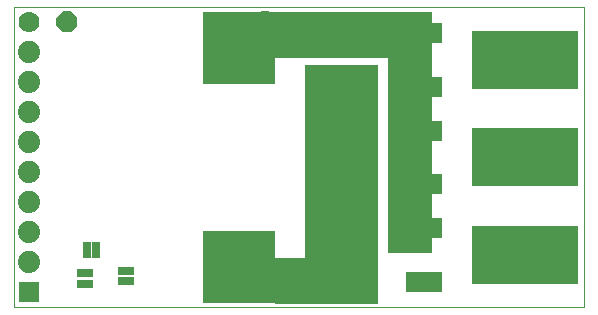
<source format=gbs>
G75*
G70*
%OFA0B0*%
%FSLAX24Y24*%
%IPPOS*%
%LPD*%
%AMOC8*
5,1,8,0,0,1.08239X$1,22.5*
%
%ADD10C,0.0000*%
%ADD11C,0.0001*%
%ADD12C,0.1221*%
%ADD13R,0.1370X0.1940*%
%ADD14R,0.1221X0.0670*%
%ADD15R,0.2290X0.1940*%
%ADD16R,0.2402X0.2402*%
%ADD17OC8,0.0700*%
%ADD18C,0.0700*%
%ADD19R,0.0540X0.0290*%
%ADD20R,0.0290X0.0540*%
%ADD21R,0.0700X0.0700*%
%ADD22C,0.0740*%
%ADD23C,0.0631*%
%ADD24OC8,0.0808*%
D10*
X000140Y000205D02*
X000140Y010205D01*
X019140Y010205D01*
X019140Y000205D01*
X000140Y000205D01*
X008815Y000355D02*
X008815Y000380D01*
X008815Y001855D01*
X009815Y001855D01*
X009815Y008280D01*
X012240Y008280D01*
X012240Y000355D01*
X008815Y000355D01*
X012590Y002055D02*
X014040Y002055D01*
X014040Y010055D01*
X008840Y010055D01*
X008840Y008555D01*
X012590Y008555D01*
X012590Y002055D01*
X017674Y001955D02*
X017676Y002003D01*
X017682Y002051D01*
X017692Y002098D01*
X017705Y002144D01*
X017723Y002189D01*
X017743Y002233D01*
X017768Y002275D01*
X017796Y002314D01*
X017826Y002351D01*
X017860Y002385D01*
X017897Y002417D01*
X017935Y002446D01*
X017976Y002471D01*
X018019Y002493D01*
X018064Y002511D01*
X018110Y002525D01*
X018157Y002536D01*
X018205Y002543D01*
X018253Y002546D01*
X018301Y002545D01*
X018349Y002540D01*
X018397Y002531D01*
X018443Y002519D01*
X018488Y002502D01*
X018532Y002482D01*
X018574Y002459D01*
X018614Y002432D01*
X018652Y002402D01*
X018687Y002369D01*
X018719Y002333D01*
X018749Y002295D01*
X018775Y002254D01*
X018797Y002211D01*
X018817Y002167D01*
X018832Y002122D01*
X018844Y002075D01*
X018852Y002027D01*
X018856Y001979D01*
X018856Y001931D01*
X018852Y001883D01*
X018844Y001835D01*
X018832Y001788D01*
X018817Y001743D01*
X018797Y001699D01*
X018775Y001656D01*
X018749Y001615D01*
X018719Y001577D01*
X018687Y001541D01*
X018652Y001508D01*
X018614Y001478D01*
X018574Y001451D01*
X018532Y001428D01*
X018488Y001408D01*
X018443Y001391D01*
X018397Y001379D01*
X018349Y001370D01*
X018301Y001365D01*
X018253Y001364D01*
X018205Y001367D01*
X018157Y001374D01*
X018110Y001385D01*
X018064Y001399D01*
X018019Y001417D01*
X017976Y001439D01*
X017935Y001464D01*
X017897Y001493D01*
X017860Y001525D01*
X017826Y001559D01*
X017796Y001596D01*
X017768Y001635D01*
X017743Y001677D01*
X017723Y001721D01*
X017705Y001766D01*
X017692Y001812D01*
X017682Y001859D01*
X017676Y001907D01*
X017674Y001955D01*
X017674Y005205D02*
X017676Y005253D01*
X017682Y005301D01*
X017692Y005348D01*
X017705Y005394D01*
X017723Y005439D01*
X017743Y005483D01*
X017768Y005525D01*
X017796Y005564D01*
X017826Y005601D01*
X017860Y005635D01*
X017897Y005667D01*
X017935Y005696D01*
X017976Y005721D01*
X018019Y005743D01*
X018064Y005761D01*
X018110Y005775D01*
X018157Y005786D01*
X018205Y005793D01*
X018253Y005796D01*
X018301Y005795D01*
X018349Y005790D01*
X018397Y005781D01*
X018443Y005769D01*
X018488Y005752D01*
X018532Y005732D01*
X018574Y005709D01*
X018614Y005682D01*
X018652Y005652D01*
X018687Y005619D01*
X018719Y005583D01*
X018749Y005545D01*
X018775Y005504D01*
X018797Y005461D01*
X018817Y005417D01*
X018832Y005372D01*
X018844Y005325D01*
X018852Y005277D01*
X018856Y005229D01*
X018856Y005181D01*
X018852Y005133D01*
X018844Y005085D01*
X018832Y005038D01*
X018817Y004993D01*
X018797Y004949D01*
X018775Y004906D01*
X018749Y004865D01*
X018719Y004827D01*
X018687Y004791D01*
X018652Y004758D01*
X018614Y004728D01*
X018574Y004701D01*
X018532Y004678D01*
X018488Y004658D01*
X018443Y004641D01*
X018397Y004629D01*
X018349Y004620D01*
X018301Y004615D01*
X018253Y004614D01*
X018205Y004617D01*
X018157Y004624D01*
X018110Y004635D01*
X018064Y004649D01*
X018019Y004667D01*
X017976Y004689D01*
X017935Y004714D01*
X017897Y004743D01*
X017860Y004775D01*
X017826Y004809D01*
X017796Y004846D01*
X017768Y004885D01*
X017743Y004927D01*
X017723Y004971D01*
X017705Y005016D01*
X017692Y005062D01*
X017682Y005109D01*
X017676Y005157D01*
X017674Y005205D01*
X017674Y008455D02*
X017676Y008503D01*
X017682Y008551D01*
X017692Y008598D01*
X017705Y008644D01*
X017723Y008689D01*
X017743Y008733D01*
X017768Y008775D01*
X017796Y008814D01*
X017826Y008851D01*
X017860Y008885D01*
X017897Y008917D01*
X017935Y008946D01*
X017976Y008971D01*
X018019Y008993D01*
X018064Y009011D01*
X018110Y009025D01*
X018157Y009036D01*
X018205Y009043D01*
X018253Y009046D01*
X018301Y009045D01*
X018349Y009040D01*
X018397Y009031D01*
X018443Y009019D01*
X018488Y009002D01*
X018532Y008982D01*
X018574Y008959D01*
X018614Y008932D01*
X018652Y008902D01*
X018687Y008869D01*
X018719Y008833D01*
X018749Y008795D01*
X018775Y008754D01*
X018797Y008711D01*
X018817Y008667D01*
X018832Y008622D01*
X018844Y008575D01*
X018852Y008527D01*
X018856Y008479D01*
X018856Y008431D01*
X018852Y008383D01*
X018844Y008335D01*
X018832Y008288D01*
X018817Y008243D01*
X018797Y008199D01*
X018775Y008156D01*
X018749Y008115D01*
X018719Y008077D01*
X018687Y008041D01*
X018652Y008008D01*
X018614Y007978D01*
X018574Y007951D01*
X018532Y007928D01*
X018488Y007908D01*
X018443Y007891D01*
X018397Y007879D01*
X018349Y007870D01*
X018301Y007865D01*
X018253Y007864D01*
X018205Y007867D01*
X018157Y007874D01*
X018110Y007885D01*
X018064Y007899D01*
X018019Y007917D01*
X017976Y007939D01*
X017935Y007964D01*
X017897Y007993D01*
X017860Y008025D01*
X017826Y008059D01*
X017796Y008096D01*
X017768Y008135D01*
X017743Y008177D01*
X017723Y008221D01*
X017705Y008266D01*
X017692Y008312D01*
X017682Y008359D01*
X017676Y008407D01*
X017674Y008455D01*
D11*
X014040Y008458D02*
X012590Y008458D01*
X012590Y008459D02*
X014040Y008459D01*
X014040Y008460D02*
X012590Y008460D01*
X012590Y008461D02*
X014040Y008461D01*
X014040Y008462D02*
X012590Y008462D01*
X012590Y008463D02*
X014040Y008463D01*
X014040Y008464D02*
X012590Y008464D01*
X012590Y008465D02*
X014040Y008465D01*
X014040Y008466D02*
X012590Y008466D01*
X012590Y008467D02*
X014040Y008467D01*
X014040Y008468D02*
X012590Y008468D01*
X012590Y008469D02*
X014040Y008469D01*
X014040Y008470D02*
X012590Y008470D01*
X012590Y008471D02*
X014040Y008471D01*
X014040Y008472D02*
X012590Y008472D01*
X012590Y008473D02*
X014040Y008473D01*
X014040Y008474D02*
X012590Y008474D01*
X012590Y008475D02*
X014040Y008475D01*
X014040Y008476D02*
X012590Y008476D01*
X012590Y008477D02*
X014040Y008477D01*
X014040Y008478D02*
X012590Y008478D01*
X012590Y008479D02*
X014040Y008479D01*
X014040Y008480D02*
X012590Y008480D01*
X012590Y008481D02*
X014040Y008481D01*
X014040Y008482D02*
X012590Y008482D01*
X012590Y008483D02*
X014040Y008483D01*
X014040Y008484D02*
X012590Y008484D01*
X012590Y008485D02*
X014040Y008485D01*
X014040Y008486D02*
X012590Y008486D01*
X012590Y008487D02*
X014040Y008487D01*
X014040Y008488D02*
X012590Y008488D01*
X012590Y008489D02*
X014040Y008489D01*
X014040Y008490D02*
X012590Y008490D01*
X012590Y008491D02*
X014040Y008491D01*
X014040Y008492D02*
X012590Y008492D01*
X012590Y008493D02*
X014040Y008493D01*
X014040Y008494D02*
X012590Y008494D01*
X012590Y008495D02*
X014040Y008495D01*
X014040Y008496D02*
X012590Y008496D01*
X012590Y008497D02*
X014040Y008497D01*
X014040Y008498D02*
X012590Y008498D01*
X012590Y008499D02*
X014040Y008499D01*
X014040Y008500D02*
X012590Y008500D01*
X012590Y008501D02*
X014040Y008501D01*
X014040Y008502D02*
X012590Y008502D01*
X012590Y008503D02*
X014040Y008503D01*
X014040Y008504D02*
X012590Y008504D01*
X012590Y008505D02*
X014040Y008505D01*
X014040Y008506D02*
X012590Y008506D01*
X012590Y008507D02*
X014040Y008507D01*
X014040Y008508D02*
X012590Y008508D01*
X012590Y008509D02*
X014040Y008509D01*
X014040Y008510D02*
X012590Y008510D01*
X012590Y008511D02*
X014040Y008511D01*
X014040Y008512D02*
X012590Y008512D01*
X012590Y008513D02*
X014040Y008513D01*
X014040Y008514D02*
X012590Y008514D01*
X012590Y008515D02*
X014040Y008515D01*
X014040Y008516D02*
X012590Y008516D01*
X012590Y008517D02*
X014040Y008517D01*
X014040Y008518D02*
X012590Y008518D01*
X012590Y008519D02*
X014040Y008519D01*
X014040Y008520D02*
X012590Y008520D01*
X012590Y008521D02*
X014040Y008521D01*
X014040Y008522D02*
X012590Y008522D01*
X012590Y008523D02*
X014040Y008523D01*
X014040Y008524D02*
X012590Y008524D01*
X012590Y008525D02*
X014040Y008525D01*
X014040Y008526D02*
X012590Y008526D01*
X012590Y008527D02*
X014040Y008527D01*
X014040Y008528D02*
X012590Y008528D01*
X012590Y008529D02*
X014040Y008529D01*
X014040Y008530D02*
X012590Y008530D01*
X012590Y008531D02*
X014040Y008531D01*
X014040Y008532D02*
X012590Y008532D01*
X012590Y008533D02*
X014040Y008533D01*
X014040Y008534D02*
X012590Y008534D01*
X012590Y008535D02*
X014040Y008535D01*
X014040Y008536D02*
X012590Y008536D01*
X012590Y008537D02*
X014040Y008537D01*
X014040Y008538D02*
X012590Y008538D01*
X012590Y008539D02*
X014040Y008539D01*
X014040Y008540D02*
X012590Y008540D01*
X012590Y008541D02*
X014040Y008541D01*
X014040Y008542D02*
X012590Y008542D01*
X012590Y008543D02*
X014040Y008543D01*
X014040Y008544D02*
X012590Y008544D01*
X012590Y008545D02*
X014040Y008545D01*
X014040Y008546D02*
X012590Y008546D01*
X012590Y008547D02*
X014040Y008547D01*
X014040Y008548D02*
X012590Y008548D01*
X012590Y008549D02*
X014040Y008549D01*
X014040Y008550D02*
X012590Y008550D01*
X012590Y008551D02*
X014040Y008551D01*
X014040Y008552D02*
X012590Y008552D01*
X012590Y008553D02*
X014040Y008553D01*
X014040Y008554D02*
X012590Y008554D01*
X012590Y008555D02*
X014040Y008555D01*
X014040Y008556D02*
X008840Y008556D01*
X008840Y008557D02*
X014040Y008557D01*
X014040Y008558D02*
X008840Y008558D01*
X008840Y008559D02*
X014040Y008559D01*
X014040Y008560D02*
X008840Y008560D01*
X008840Y008561D02*
X014040Y008561D01*
X014040Y008562D02*
X008840Y008562D01*
X008840Y008563D02*
X014040Y008563D01*
X014040Y008564D02*
X008840Y008564D01*
X008840Y008565D02*
X014040Y008565D01*
X014040Y008566D02*
X008840Y008566D01*
X008840Y008567D02*
X014040Y008567D01*
X014040Y008568D02*
X008840Y008568D01*
X008840Y008569D02*
X014040Y008569D01*
X014040Y008570D02*
X008840Y008570D01*
X008840Y008571D02*
X014040Y008571D01*
X014040Y008572D02*
X008840Y008572D01*
X008840Y008573D02*
X014040Y008573D01*
X014040Y008574D02*
X008840Y008574D01*
X008840Y008575D02*
X014040Y008575D01*
X014040Y008576D02*
X008840Y008576D01*
X008840Y008577D02*
X014040Y008577D01*
X014040Y008578D02*
X008840Y008578D01*
X008840Y008579D02*
X014040Y008579D01*
X014040Y008580D02*
X008840Y008580D01*
X008840Y008581D02*
X014040Y008581D01*
X014040Y008582D02*
X008840Y008582D01*
X008840Y008583D02*
X014040Y008583D01*
X014040Y008584D02*
X008840Y008584D01*
X008840Y008585D02*
X014040Y008585D01*
X014040Y008586D02*
X008840Y008586D01*
X008840Y008587D02*
X014040Y008587D01*
X014040Y008588D02*
X008840Y008588D01*
X008840Y008589D02*
X014040Y008589D01*
X014040Y008590D02*
X008840Y008590D01*
X008840Y008591D02*
X014040Y008591D01*
X014040Y008592D02*
X008840Y008592D01*
X008840Y008593D02*
X014040Y008593D01*
X014040Y008594D02*
X008840Y008594D01*
X008840Y008595D02*
X014040Y008595D01*
X014040Y008596D02*
X008840Y008596D01*
X008840Y008597D02*
X014040Y008597D01*
X014040Y008598D02*
X008840Y008598D01*
X008840Y008599D02*
X014040Y008599D01*
X014040Y008600D02*
X008840Y008600D01*
X008840Y008601D02*
X014040Y008601D01*
X014040Y008602D02*
X008840Y008602D01*
X008840Y008603D02*
X014040Y008603D01*
X014040Y008604D02*
X008840Y008604D01*
X008840Y008605D02*
X014040Y008605D01*
X014040Y008606D02*
X008840Y008606D01*
X008840Y008607D02*
X014040Y008607D01*
X014040Y008608D02*
X008840Y008608D01*
X008840Y008609D02*
X014040Y008609D01*
X014040Y008610D02*
X008840Y008610D01*
X008840Y008611D02*
X014040Y008611D01*
X014040Y008612D02*
X008840Y008612D01*
X008840Y008613D02*
X014040Y008613D01*
X014040Y008614D02*
X008840Y008614D01*
X008840Y008615D02*
X014040Y008615D01*
X014040Y008616D02*
X008840Y008616D01*
X008840Y008617D02*
X014040Y008617D01*
X014040Y008618D02*
X008840Y008618D01*
X008840Y008619D02*
X014040Y008619D01*
X014040Y008620D02*
X008840Y008620D01*
X008840Y008621D02*
X014040Y008621D01*
X014040Y008622D02*
X008840Y008622D01*
X008840Y008623D02*
X014040Y008623D01*
X014040Y008624D02*
X008840Y008624D01*
X008840Y008625D02*
X014040Y008625D01*
X014040Y008626D02*
X008840Y008626D01*
X008840Y008627D02*
X014040Y008627D01*
X014040Y008628D02*
X008840Y008628D01*
X008840Y008629D02*
X014040Y008629D01*
X014040Y008630D02*
X008840Y008630D01*
X008840Y008631D02*
X014040Y008631D01*
X014040Y008632D02*
X008840Y008632D01*
X008840Y008633D02*
X014040Y008633D01*
X014040Y008634D02*
X008840Y008634D01*
X008840Y008635D02*
X014040Y008635D01*
X014040Y008636D02*
X008840Y008636D01*
X008840Y008637D02*
X014040Y008637D01*
X014040Y008638D02*
X008840Y008638D01*
X008840Y008639D02*
X014040Y008639D01*
X014040Y008640D02*
X008840Y008640D01*
X008840Y008641D02*
X014040Y008641D01*
X014040Y008642D02*
X008840Y008642D01*
X008840Y008643D02*
X014040Y008643D01*
X014040Y008644D02*
X008840Y008644D01*
X008840Y008645D02*
X014040Y008645D01*
X014040Y008646D02*
X008840Y008646D01*
X008840Y008647D02*
X014040Y008647D01*
X014040Y008648D02*
X008840Y008648D01*
X008840Y008649D02*
X014040Y008649D01*
X014040Y008650D02*
X008840Y008650D01*
X008840Y008651D02*
X014040Y008651D01*
X014040Y008652D02*
X008840Y008652D01*
X008840Y008653D02*
X014040Y008653D01*
X014040Y008654D02*
X008840Y008654D01*
X008840Y008655D02*
X014040Y008655D01*
X014040Y008656D02*
X008840Y008656D01*
X008840Y008657D02*
X014040Y008657D01*
X014040Y008658D02*
X008840Y008658D01*
X008840Y008659D02*
X014040Y008659D01*
X014040Y008660D02*
X008840Y008660D01*
X008840Y008661D02*
X014040Y008661D01*
X014040Y008662D02*
X008840Y008662D01*
X008840Y008663D02*
X014040Y008663D01*
X014040Y008664D02*
X008840Y008664D01*
X008840Y008665D02*
X014040Y008665D01*
X014040Y008666D02*
X008840Y008666D01*
X008840Y008667D02*
X014040Y008667D01*
X014040Y008668D02*
X008840Y008668D01*
X008840Y008669D02*
X014040Y008669D01*
X014040Y008670D02*
X008840Y008670D01*
X008840Y008671D02*
X014040Y008671D01*
X014040Y008672D02*
X008840Y008672D01*
X008840Y008673D02*
X014040Y008673D01*
X014040Y008674D02*
X008840Y008674D01*
X008840Y008675D02*
X014040Y008675D01*
X014040Y008676D02*
X008840Y008676D01*
X008840Y008677D02*
X014040Y008677D01*
X014040Y008678D02*
X008840Y008678D01*
X008840Y008679D02*
X014040Y008679D01*
X014040Y008680D02*
X008840Y008680D01*
X008840Y008681D02*
X014040Y008681D01*
X014040Y008682D02*
X008840Y008682D01*
X008840Y008683D02*
X014040Y008683D01*
X014040Y008684D02*
X008840Y008684D01*
X008840Y008685D02*
X014040Y008685D01*
X014040Y008686D02*
X008840Y008686D01*
X008840Y008687D02*
X014040Y008687D01*
X014040Y008688D02*
X008840Y008688D01*
X008840Y008689D02*
X014040Y008689D01*
X014040Y008690D02*
X008840Y008690D01*
X008840Y008691D02*
X014040Y008691D01*
X014040Y008692D02*
X008840Y008692D01*
X008840Y008693D02*
X014040Y008693D01*
X014040Y008694D02*
X008840Y008694D01*
X008840Y008695D02*
X014040Y008695D01*
X014040Y008696D02*
X008840Y008696D01*
X008840Y008697D02*
X014040Y008697D01*
X014040Y008698D02*
X008840Y008698D01*
X008840Y008699D02*
X014040Y008699D01*
X014040Y008700D02*
X008840Y008700D01*
X008840Y008701D02*
X014040Y008701D01*
X014040Y008702D02*
X008840Y008702D01*
X008840Y008703D02*
X014040Y008703D01*
X014040Y008704D02*
X008840Y008704D01*
X008840Y008705D02*
X014040Y008705D01*
X014040Y008706D02*
X008840Y008706D01*
X008840Y008707D02*
X014040Y008707D01*
X014040Y008708D02*
X008840Y008708D01*
X008840Y008709D02*
X014040Y008709D01*
X014040Y008710D02*
X008840Y008710D01*
X008840Y008711D02*
X014040Y008711D01*
X014040Y008712D02*
X008840Y008712D01*
X008840Y008713D02*
X014040Y008713D01*
X014040Y008714D02*
X008840Y008714D01*
X008840Y008715D02*
X014040Y008715D01*
X014040Y008716D02*
X008840Y008716D01*
X008840Y008717D02*
X014040Y008717D01*
X014040Y008718D02*
X008840Y008718D01*
X008840Y008719D02*
X014040Y008719D01*
X014040Y008720D02*
X008840Y008720D01*
X008840Y008721D02*
X014040Y008721D01*
X014040Y008722D02*
X008840Y008722D01*
X008840Y008723D02*
X014040Y008723D01*
X014040Y008724D02*
X008840Y008724D01*
X008840Y008725D02*
X014040Y008725D01*
X014040Y008726D02*
X008840Y008726D01*
X008840Y008727D02*
X014040Y008727D01*
X014040Y008728D02*
X008840Y008728D01*
X008840Y008729D02*
X014040Y008729D01*
X014040Y008730D02*
X008840Y008730D01*
X008840Y008731D02*
X014040Y008731D01*
X014040Y008732D02*
X008840Y008732D01*
X008840Y008733D02*
X014040Y008733D01*
X014040Y008734D02*
X008840Y008734D01*
X008840Y008735D02*
X014040Y008735D01*
X014040Y008736D02*
X008840Y008736D01*
X008840Y008737D02*
X014040Y008737D01*
X014040Y008738D02*
X008840Y008738D01*
X008840Y008739D02*
X014040Y008739D01*
X014040Y008740D02*
X008840Y008740D01*
X008840Y008741D02*
X014040Y008741D01*
X014040Y008742D02*
X008840Y008742D01*
X008840Y008743D02*
X014040Y008743D01*
X014040Y008744D02*
X008840Y008744D01*
X008840Y008745D02*
X014040Y008745D01*
X014040Y008746D02*
X008840Y008746D01*
X008840Y008747D02*
X014040Y008747D01*
X014040Y008748D02*
X008840Y008748D01*
X008840Y008749D02*
X014040Y008749D01*
X014040Y008750D02*
X008840Y008750D01*
X008840Y008751D02*
X014040Y008751D01*
X014040Y008752D02*
X008840Y008752D01*
X008840Y008753D02*
X014040Y008753D01*
X014040Y008754D02*
X008840Y008754D01*
X008840Y008755D02*
X014040Y008755D01*
X014040Y008756D02*
X008840Y008756D01*
X008840Y008757D02*
X014040Y008757D01*
X014040Y008758D02*
X008840Y008758D01*
X008840Y008759D02*
X014040Y008759D01*
X014040Y008760D02*
X008840Y008760D01*
X008840Y008761D02*
X014040Y008761D01*
X014040Y008762D02*
X008840Y008762D01*
X008840Y008763D02*
X014040Y008763D01*
X014040Y008764D02*
X008840Y008764D01*
X008840Y008765D02*
X014040Y008765D01*
X014040Y008766D02*
X008840Y008766D01*
X008840Y008767D02*
X014040Y008767D01*
X014040Y008768D02*
X008840Y008768D01*
X008840Y008769D02*
X014040Y008769D01*
X014040Y008770D02*
X008840Y008770D01*
X008840Y008771D02*
X014040Y008771D01*
X014040Y008772D02*
X008840Y008772D01*
X008840Y008773D02*
X014040Y008773D01*
X014040Y008774D02*
X008840Y008774D01*
X008840Y008775D02*
X014040Y008775D01*
X014040Y008776D02*
X008840Y008776D01*
X008840Y008777D02*
X014040Y008777D01*
X014040Y008778D02*
X008840Y008778D01*
X008840Y008779D02*
X014040Y008779D01*
X014040Y008780D02*
X008840Y008780D01*
X008840Y008781D02*
X014040Y008781D01*
X014040Y008782D02*
X008840Y008782D01*
X008840Y008783D02*
X014040Y008783D01*
X014040Y008784D02*
X008840Y008784D01*
X008840Y008785D02*
X014040Y008785D01*
X014040Y008786D02*
X008840Y008786D01*
X008840Y008787D02*
X014040Y008787D01*
X014040Y008788D02*
X008840Y008788D01*
X008840Y008789D02*
X014040Y008789D01*
X014040Y008790D02*
X008840Y008790D01*
X008840Y008791D02*
X014040Y008791D01*
X014040Y008792D02*
X008840Y008792D01*
X008840Y008793D02*
X014040Y008793D01*
X014040Y008794D02*
X008840Y008794D01*
X008840Y008795D02*
X014040Y008795D01*
X014040Y008796D02*
X008840Y008796D01*
X008840Y008797D02*
X014040Y008797D01*
X014040Y008798D02*
X008840Y008798D01*
X008840Y008799D02*
X014040Y008799D01*
X014040Y008800D02*
X008840Y008800D01*
X008840Y008801D02*
X014040Y008801D01*
X014040Y008802D02*
X008840Y008802D01*
X008840Y008803D02*
X014040Y008803D01*
X014040Y008804D02*
X008840Y008804D01*
X008840Y008805D02*
X014040Y008805D01*
X014040Y008806D02*
X008840Y008806D01*
X008840Y008807D02*
X014040Y008807D01*
X014040Y008808D02*
X008840Y008808D01*
X008840Y008809D02*
X014040Y008809D01*
X014040Y008810D02*
X008840Y008810D01*
X008840Y008811D02*
X014040Y008811D01*
X014040Y008812D02*
X008840Y008812D01*
X008840Y008813D02*
X014040Y008813D01*
X014040Y008814D02*
X008840Y008814D01*
X008840Y008815D02*
X014040Y008815D01*
X014040Y008816D02*
X008840Y008816D01*
X008840Y008817D02*
X014040Y008817D01*
X014040Y008818D02*
X008840Y008818D01*
X008840Y008819D02*
X014040Y008819D01*
X014040Y008820D02*
X008840Y008820D01*
X008840Y008821D02*
X014040Y008821D01*
X014040Y008822D02*
X008840Y008822D01*
X008840Y008823D02*
X014040Y008823D01*
X014040Y008824D02*
X008840Y008824D01*
X008840Y008825D02*
X014040Y008825D01*
X014040Y008826D02*
X008840Y008826D01*
X008840Y008827D02*
X014040Y008827D01*
X014040Y008828D02*
X008840Y008828D01*
X008840Y008829D02*
X014040Y008829D01*
X014040Y008830D02*
X008840Y008830D01*
X008840Y008831D02*
X014040Y008831D01*
X014040Y008832D02*
X008840Y008832D01*
X008840Y008833D02*
X014040Y008833D01*
X008840Y008833D01*
X008840Y008834D02*
X014040Y008834D01*
X014040Y008835D02*
X008840Y008835D01*
X008840Y008836D02*
X014040Y008836D01*
X014040Y008837D02*
X008840Y008837D01*
X008840Y008838D02*
X014040Y008838D01*
X014040Y008839D02*
X008840Y008839D01*
X008840Y008840D02*
X014040Y008840D01*
X014040Y008841D02*
X008840Y008841D01*
X008840Y008842D02*
X014040Y008842D01*
X014040Y008843D02*
X008840Y008843D01*
X008840Y008844D02*
X014040Y008844D01*
X014040Y008845D02*
X008840Y008845D01*
X008840Y008846D02*
X014040Y008846D01*
X014040Y008847D02*
X008840Y008847D01*
X008840Y008848D02*
X014040Y008848D01*
X014040Y008849D02*
X008840Y008849D01*
X008840Y008850D02*
X014040Y008850D01*
X014040Y008851D02*
X008840Y008851D01*
X008840Y008852D02*
X014040Y008852D01*
X014040Y008853D02*
X008840Y008853D01*
X008840Y008854D02*
X014040Y008854D01*
X014040Y008855D02*
X008840Y008855D01*
X008840Y008856D02*
X014040Y008856D01*
X014040Y008857D02*
X008840Y008857D01*
X008840Y008858D02*
X014040Y008858D01*
X014040Y008859D02*
X008840Y008859D01*
X008840Y008860D02*
X014040Y008860D01*
X014040Y008861D02*
X008840Y008861D01*
X008840Y008862D02*
X014040Y008862D01*
X014040Y008863D02*
X008840Y008863D01*
X008840Y008864D02*
X014040Y008864D01*
X014040Y008865D02*
X008840Y008865D01*
X008840Y008866D02*
X014040Y008866D01*
X014040Y008867D02*
X008840Y008867D01*
X008840Y008868D02*
X014040Y008868D01*
X014040Y008869D02*
X008840Y008869D01*
X008840Y008870D02*
X014040Y008870D01*
X014040Y008871D02*
X008840Y008871D01*
X008840Y008872D02*
X014040Y008872D01*
X014040Y008873D02*
X008840Y008873D01*
X008840Y008874D02*
X014040Y008874D01*
X014040Y008875D02*
X008840Y008875D01*
X008840Y008876D02*
X014040Y008876D01*
X014040Y008877D02*
X008840Y008877D01*
X008840Y008878D02*
X014040Y008878D01*
X014040Y008879D02*
X008840Y008879D01*
X008840Y008880D02*
X014040Y008880D01*
X014040Y008881D02*
X008840Y008881D01*
X008840Y008882D02*
X014040Y008882D01*
X014040Y008883D02*
X008840Y008883D01*
X008840Y008884D02*
X014040Y008884D01*
X014040Y008885D02*
X008840Y008885D01*
X008840Y008886D02*
X014040Y008886D01*
X014040Y008887D02*
X008840Y008887D01*
X008840Y008888D02*
X014040Y008888D01*
X014040Y008889D02*
X008840Y008889D01*
X008840Y008890D02*
X014040Y008890D01*
X014040Y008891D02*
X008840Y008891D01*
X008840Y008892D02*
X014040Y008892D01*
X014040Y008893D02*
X008840Y008893D01*
X008840Y008894D02*
X014040Y008894D01*
X014040Y008895D02*
X008840Y008895D01*
X008840Y008896D02*
X014040Y008896D01*
X014040Y008897D02*
X008840Y008897D01*
X008840Y008898D02*
X014040Y008898D01*
X014040Y008899D02*
X008840Y008899D01*
X008840Y008900D02*
X014040Y008900D01*
X014040Y008901D02*
X008840Y008901D01*
X008840Y008902D02*
X014040Y008902D01*
X014040Y008903D02*
X008840Y008903D01*
X008840Y008904D02*
X014040Y008904D01*
X014040Y008905D02*
X008840Y008905D01*
X008840Y008906D02*
X014040Y008906D01*
X014040Y008907D02*
X008840Y008907D01*
X008840Y008908D02*
X014040Y008908D01*
X014040Y008909D02*
X008840Y008909D01*
X008840Y008910D02*
X014040Y008910D01*
X014040Y008911D02*
X008840Y008911D01*
X008840Y008912D02*
X014040Y008912D01*
X014040Y008913D02*
X008840Y008913D01*
X008840Y008914D02*
X014040Y008914D01*
X014040Y008915D02*
X008840Y008915D01*
X008840Y008916D02*
X014040Y008916D01*
X014040Y008917D02*
X008840Y008917D01*
X008840Y008918D02*
X014040Y008918D01*
X014040Y008919D02*
X008840Y008919D01*
X008840Y008920D02*
X014040Y008920D01*
X014040Y008921D02*
X008840Y008921D01*
X008840Y008922D02*
X014040Y008922D01*
X014040Y008923D02*
X008840Y008923D01*
X008840Y008924D02*
X014040Y008924D01*
X014040Y008925D02*
X008840Y008925D01*
X008840Y008926D02*
X014040Y008926D01*
X014040Y008927D02*
X008840Y008927D01*
X008840Y008928D02*
X014040Y008928D01*
X014040Y008929D02*
X008840Y008929D01*
X008840Y008930D02*
X014040Y008930D01*
X014040Y008931D02*
X008840Y008931D01*
X008840Y008932D02*
X014040Y008932D01*
X014040Y008933D02*
X008840Y008933D01*
X008840Y008934D02*
X014040Y008934D01*
X014040Y008935D02*
X008840Y008935D01*
X008840Y008936D02*
X014040Y008936D01*
X014040Y008937D02*
X008840Y008937D01*
X008840Y008938D02*
X014040Y008938D01*
X014040Y008939D02*
X008840Y008939D01*
X008840Y008940D02*
X014040Y008940D01*
X014040Y008941D02*
X008840Y008941D01*
X008840Y008942D02*
X014040Y008942D01*
X014040Y008943D02*
X008840Y008943D01*
X008840Y008944D02*
X014040Y008944D01*
X014040Y008945D02*
X008840Y008945D01*
X008840Y008946D02*
X014040Y008946D01*
X014040Y008947D02*
X008840Y008947D01*
X008840Y008948D02*
X014040Y008948D01*
X014040Y008949D02*
X008840Y008949D01*
X008840Y008950D02*
X014040Y008950D01*
X014040Y008951D02*
X008840Y008951D01*
X008840Y008952D02*
X014040Y008952D01*
X014040Y008953D02*
X008840Y008953D01*
X008840Y008954D02*
X014040Y008954D01*
X014040Y008955D02*
X008840Y008955D01*
X008840Y008956D02*
X014040Y008956D01*
X014040Y008957D02*
X008840Y008957D01*
X008840Y008958D02*
X014040Y008958D01*
X014040Y008959D02*
X008840Y008959D01*
X008840Y008960D02*
X014040Y008960D01*
X014040Y008961D02*
X008840Y008961D01*
X008840Y008962D02*
X014040Y008962D01*
X014040Y008963D02*
X008840Y008963D01*
X008840Y008964D02*
X014040Y008964D01*
X014040Y008965D02*
X008840Y008965D01*
X008840Y008966D02*
X014040Y008966D01*
X014040Y008967D02*
X008840Y008967D01*
X008840Y008968D02*
X014040Y008968D01*
X014040Y008969D02*
X008840Y008969D01*
X008840Y008970D02*
X014040Y008970D01*
X014040Y008971D02*
X008840Y008971D01*
X008840Y008972D02*
X014040Y008972D01*
X014040Y008973D02*
X008840Y008973D01*
X008840Y008974D02*
X014040Y008974D01*
X014040Y008975D02*
X008840Y008975D01*
X008840Y008976D02*
X014040Y008976D01*
X014040Y008977D02*
X008840Y008977D01*
X008840Y008978D02*
X014040Y008978D01*
X014040Y008979D02*
X008840Y008979D01*
X008840Y008980D02*
X014040Y008980D01*
X014040Y008981D02*
X008840Y008981D01*
X008840Y008982D02*
X014040Y008982D01*
X014040Y008983D02*
X008840Y008983D01*
X008840Y008984D02*
X014040Y008984D01*
X014040Y008985D02*
X008840Y008985D01*
X008840Y008986D02*
X014040Y008986D01*
X014040Y008987D02*
X008840Y008987D01*
X008840Y008988D02*
X014040Y008988D01*
X014040Y008989D02*
X008840Y008989D01*
X008840Y008990D02*
X014040Y008990D01*
X014040Y008991D02*
X008840Y008991D01*
X008840Y008992D02*
X014040Y008992D01*
X014040Y008993D02*
X008840Y008993D01*
X008840Y008994D02*
X014040Y008994D01*
X014040Y008995D02*
X008840Y008995D01*
X008840Y008996D02*
X014040Y008996D01*
X014040Y008997D02*
X008840Y008997D01*
X008840Y008998D02*
X014040Y008998D01*
X014040Y008999D02*
X008840Y008999D01*
X008840Y009000D02*
X014040Y009000D01*
X014040Y009001D02*
X008840Y009001D01*
X008840Y009002D02*
X014040Y009002D01*
X014040Y009003D02*
X008840Y009003D01*
X008840Y009004D02*
X014040Y009004D01*
X014040Y009005D02*
X008840Y009005D01*
X008840Y009006D02*
X014040Y009006D01*
X014040Y009007D02*
X008840Y009007D01*
X008840Y009008D02*
X014040Y009008D01*
X014040Y009009D02*
X008840Y009009D01*
X008840Y009010D02*
X014040Y009010D01*
X014040Y009011D02*
X008840Y009011D01*
X008840Y009012D02*
X014040Y009012D01*
X014040Y009013D02*
X008840Y009013D01*
X008840Y009014D02*
X014040Y009014D01*
X014040Y009015D02*
X008840Y009015D01*
X008840Y009016D02*
X014040Y009016D01*
X014040Y009017D02*
X008840Y009017D01*
X008840Y009018D02*
X014040Y009018D01*
X014040Y009019D02*
X008840Y009019D01*
X008840Y009020D02*
X014040Y009020D01*
X014040Y009021D02*
X008840Y009021D01*
X008840Y009022D02*
X014040Y009022D01*
X014040Y009023D02*
X008840Y009023D01*
X008840Y009024D02*
X014040Y009024D01*
X014040Y009025D02*
X008840Y009025D01*
X008840Y009026D02*
X014040Y009026D01*
X014040Y009027D02*
X008840Y009027D01*
X008840Y009028D02*
X014040Y009028D01*
X014040Y009029D02*
X008840Y009029D01*
X008840Y009030D02*
X014040Y009030D01*
X014040Y009031D02*
X008840Y009031D01*
X008840Y009032D02*
X014040Y009032D01*
X014040Y009033D02*
X008840Y009033D01*
X008840Y009034D02*
X014040Y009034D01*
X014040Y009035D02*
X008840Y009035D01*
X008840Y009036D02*
X014040Y009036D01*
X014040Y009037D02*
X008840Y009037D01*
X008840Y009038D02*
X014040Y009038D01*
X014040Y009039D02*
X008840Y009039D01*
X008840Y009040D02*
X014040Y009040D01*
X014040Y009041D02*
X008840Y009041D01*
X008840Y009042D02*
X014040Y009042D01*
X014040Y009043D02*
X008840Y009043D01*
X008840Y009044D02*
X014040Y009044D01*
X014040Y009045D02*
X008840Y009045D01*
X008840Y009046D02*
X014040Y009046D01*
X014040Y009047D02*
X008840Y009047D01*
X008840Y009048D02*
X014040Y009048D01*
X014040Y009049D02*
X008840Y009049D01*
X008840Y009050D02*
X014040Y009050D01*
X014040Y009051D02*
X008840Y009051D01*
X008840Y009052D02*
X014040Y009052D01*
X014040Y009053D02*
X008840Y009053D01*
X008840Y009054D02*
X014040Y009054D01*
X014040Y009055D02*
X008840Y009055D01*
X008840Y009056D02*
X014040Y009056D01*
X014040Y009057D02*
X008840Y009057D01*
X008840Y009058D02*
X014040Y009058D01*
X014040Y009059D02*
X008840Y009059D01*
X008840Y009060D02*
X014040Y009060D01*
X014040Y009061D02*
X008840Y009061D01*
X008840Y009062D02*
X014040Y009062D01*
X014040Y009063D02*
X008840Y009063D01*
X008840Y009064D02*
X014040Y009064D01*
X014040Y009065D02*
X008840Y009065D01*
X008840Y009066D02*
X014040Y009066D01*
X014040Y009067D02*
X008840Y009067D01*
X008840Y009068D02*
X014040Y009068D01*
X014040Y009069D02*
X008840Y009069D01*
X008840Y009070D02*
X014040Y009070D01*
X014040Y009071D02*
X008840Y009071D01*
X008840Y009072D02*
X014040Y009072D01*
X014040Y009073D02*
X008840Y009073D01*
X008840Y009074D02*
X014040Y009074D01*
X014040Y009075D02*
X008840Y009075D01*
X008840Y009076D02*
X014040Y009076D01*
X014040Y009077D02*
X008840Y009077D01*
X008840Y009078D02*
X014040Y009078D01*
X014040Y009079D02*
X008840Y009079D01*
X008840Y009080D02*
X014040Y009080D01*
X014040Y009081D02*
X008840Y009081D01*
X008840Y009082D02*
X014040Y009082D01*
X014040Y009083D02*
X008840Y009083D01*
X008840Y009084D02*
X014040Y009084D01*
X014040Y009085D02*
X008840Y009085D01*
X008840Y009086D02*
X014040Y009086D01*
X014040Y009087D02*
X008840Y009087D01*
X008840Y009088D02*
X014040Y009088D01*
X014040Y009089D02*
X008840Y009089D01*
X008840Y009090D02*
X014040Y009090D01*
X014040Y009091D02*
X008840Y009091D01*
X008840Y009092D02*
X014040Y009092D01*
X014040Y009093D02*
X008840Y009093D01*
X008840Y009094D02*
X014040Y009094D01*
X014040Y009095D02*
X008840Y009095D01*
X008840Y009096D02*
X014040Y009096D01*
X014040Y009097D02*
X008840Y009097D01*
X008840Y009098D02*
X014040Y009098D01*
X014040Y009099D02*
X008840Y009099D01*
X008840Y009100D02*
X014040Y009100D01*
X014040Y009101D02*
X008840Y009101D01*
X008840Y009102D02*
X014040Y009102D01*
X014040Y009103D02*
X008840Y009103D01*
X008840Y009104D02*
X014040Y009104D01*
X014040Y009105D02*
X008840Y009105D01*
X008840Y009106D02*
X014040Y009106D01*
X014040Y009107D02*
X008840Y009107D01*
X008840Y009108D02*
X014040Y009108D01*
X014040Y009109D02*
X008840Y009109D01*
X008840Y009110D02*
X014040Y009110D01*
X014040Y009111D02*
X008840Y009111D01*
X008840Y009112D02*
X014040Y009112D01*
X014040Y009113D02*
X008840Y009113D01*
X008840Y009114D02*
X014040Y009114D01*
X014040Y009115D02*
X008840Y009115D01*
X008840Y009116D02*
X014040Y009116D01*
X014040Y009117D02*
X008840Y009117D01*
X008840Y009118D02*
X014040Y009118D01*
X014040Y009119D02*
X008840Y009119D01*
X008840Y009120D02*
X014040Y009120D01*
X014040Y009121D02*
X008840Y009121D01*
X008840Y009122D02*
X014040Y009122D01*
X014040Y009123D02*
X008840Y009123D01*
X008840Y009124D02*
X014040Y009124D01*
X014040Y009125D02*
X008840Y009125D01*
X008840Y009126D02*
X014040Y009126D01*
X014040Y009127D02*
X008840Y009127D01*
X008840Y009128D02*
X014040Y009128D01*
X014040Y009129D02*
X008840Y009129D01*
X008840Y009130D02*
X014040Y009130D01*
X014040Y009131D02*
X008840Y009131D01*
X008840Y009132D02*
X014040Y009132D01*
X014040Y009133D02*
X008840Y009133D01*
X008840Y009134D02*
X014040Y009134D01*
X014040Y009135D02*
X008840Y009135D01*
X008840Y009136D02*
X014040Y009136D01*
X014040Y009137D02*
X008840Y009137D01*
X008840Y009138D02*
X014040Y009138D01*
X014040Y009139D02*
X008840Y009139D01*
X008840Y009140D02*
X014040Y009140D01*
X014040Y009141D02*
X008840Y009141D01*
X008840Y009142D02*
X014040Y009142D01*
X014040Y009143D02*
X008840Y009143D01*
X008840Y009144D02*
X014040Y009144D01*
X014040Y009145D02*
X008840Y009145D01*
X008840Y009146D02*
X014040Y009146D01*
X014040Y009147D02*
X008840Y009147D01*
X008840Y009148D02*
X014040Y009148D01*
X014040Y009149D02*
X008840Y009149D01*
X008840Y009150D02*
X014040Y009150D01*
X014040Y009151D02*
X008840Y009151D01*
X008840Y009152D02*
X014040Y009152D01*
X014040Y009153D02*
X008840Y009153D01*
X008840Y009154D02*
X014040Y009154D01*
X014040Y009155D02*
X008840Y009155D01*
X008840Y009156D02*
X014040Y009156D01*
X014040Y009157D02*
X008840Y009157D01*
X008840Y009158D02*
X014040Y009158D01*
X014040Y009159D02*
X008840Y009159D01*
X008840Y009160D02*
X014040Y009160D01*
X014040Y009161D02*
X008840Y009161D01*
X008840Y009162D02*
X014040Y009162D01*
X014040Y009163D02*
X008840Y009163D01*
X008840Y009164D02*
X014040Y009164D01*
X014040Y009165D02*
X008840Y009165D01*
X008840Y009166D02*
X014040Y009166D01*
X014040Y009167D02*
X008840Y009167D01*
X008840Y009168D02*
X014040Y009168D01*
X014040Y009169D02*
X008840Y009169D01*
X008840Y009170D02*
X014040Y009170D01*
X014040Y009171D02*
X008840Y009171D01*
X008840Y009172D02*
X014040Y009172D01*
X014040Y009173D02*
X008840Y009173D01*
X008840Y009174D02*
X014040Y009174D01*
X014040Y009175D02*
X008840Y009175D01*
X008840Y009176D02*
X014040Y009176D01*
X014040Y009177D02*
X008840Y009177D01*
X008840Y009178D02*
X014040Y009178D01*
X014040Y009179D02*
X008840Y009179D01*
X008840Y009180D02*
X014040Y009180D01*
X014040Y009181D02*
X008840Y009181D01*
X008840Y009182D02*
X014040Y009182D01*
X014040Y009183D02*
X008840Y009183D01*
X008840Y009184D02*
X014040Y009184D01*
X014040Y009185D02*
X008840Y009185D01*
X008840Y009186D02*
X014040Y009186D01*
X014040Y009187D02*
X008840Y009187D01*
X008840Y009188D02*
X014040Y009188D01*
X014040Y009189D02*
X008840Y009189D01*
X008840Y009190D02*
X014040Y009190D01*
X014040Y009191D02*
X008840Y009191D01*
X008840Y009192D02*
X014040Y009192D01*
X014040Y009193D02*
X008840Y009193D01*
X008840Y009194D02*
X014040Y009194D01*
X014040Y009195D02*
X008840Y009195D01*
X008840Y009196D02*
X014040Y009196D01*
X014040Y009197D02*
X008840Y009197D01*
X008840Y009198D02*
X014040Y009198D01*
X014040Y009199D02*
X008840Y009199D01*
X008840Y009200D02*
X014040Y009200D01*
X014040Y009201D02*
X008840Y009201D01*
X008840Y009202D02*
X014040Y009202D01*
X014040Y009203D02*
X008840Y009203D01*
X008840Y009204D02*
X014040Y009204D01*
X014040Y009205D02*
X008840Y009205D01*
X008840Y009206D02*
X014040Y009206D01*
X014040Y009207D02*
X008840Y009207D01*
X008840Y009208D02*
X014040Y009208D01*
X014040Y009209D02*
X008840Y009209D01*
X008840Y009210D02*
X014040Y009210D01*
X014040Y009211D02*
X008840Y009211D01*
X008840Y009212D02*
X014040Y009212D01*
X014040Y009213D02*
X008840Y009213D01*
X008840Y009214D02*
X014040Y009214D01*
X014040Y009215D02*
X008840Y009215D01*
X008840Y009216D02*
X014040Y009216D01*
X014040Y009217D02*
X008840Y009217D01*
X008840Y009218D02*
X014040Y009218D01*
X014040Y009219D02*
X008840Y009219D01*
X008840Y009220D02*
X014040Y009220D01*
X014040Y009221D02*
X008840Y009221D01*
X008840Y009222D02*
X014040Y009222D01*
X014040Y009223D02*
X008840Y009223D01*
X008840Y009224D02*
X014040Y009224D01*
X014040Y009225D02*
X008840Y009225D01*
X008840Y009226D02*
X014040Y009226D01*
X014040Y009227D02*
X008840Y009227D01*
X008840Y009228D02*
X014040Y009228D01*
X014040Y009229D02*
X008840Y009229D01*
X008840Y009230D02*
X014040Y009230D01*
X014040Y009231D02*
X008840Y009231D01*
X008840Y009232D02*
X014040Y009232D01*
X014040Y009233D02*
X008840Y009233D01*
X008840Y009234D02*
X014040Y009234D01*
X014040Y009235D02*
X008840Y009235D01*
X008840Y009236D02*
X014040Y009236D01*
X014040Y009237D02*
X008840Y009237D01*
X008840Y009238D02*
X014040Y009238D01*
X014040Y009239D02*
X008840Y009239D01*
X008840Y009240D02*
X014040Y009240D01*
X014040Y009241D02*
X008840Y009241D01*
X008840Y009242D02*
X014040Y009242D01*
X014040Y009243D02*
X008840Y009243D01*
X008840Y009244D02*
X014040Y009244D01*
X014040Y009245D02*
X008840Y009245D01*
X008840Y009246D02*
X014040Y009246D01*
X014040Y009247D02*
X008840Y009247D01*
X008840Y009248D02*
X014040Y009248D01*
X014040Y009249D02*
X008840Y009249D01*
X008840Y009250D02*
X014040Y009250D01*
X014040Y009251D02*
X008840Y009251D01*
X008840Y009252D02*
X014040Y009252D01*
X014040Y009253D02*
X008840Y009253D01*
X008840Y009254D02*
X014040Y009254D01*
X014040Y009255D02*
X008840Y009255D01*
X008840Y009256D02*
X014040Y009256D01*
X014040Y009257D02*
X008840Y009257D01*
X008840Y009258D02*
X014040Y009258D01*
X014040Y009259D02*
X008840Y009259D01*
X008840Y009260D02*
X014040Y009260D01*
X014040Y009261D02*
X008840Y009261D01*
X008840Y009262D02*
X014040Y009262D01*
X014040Y009263D02*
X008840Y009263D01*
X008840Y009264D02*
X014040Y009264D01*
X014040Y009265D02*
X008840Y009265D01*
X008840Y009266D02*
X014040Y009266D01*
X014040Y009267D02*
X008840Y009267D01*
X008840Y009268D02*
X014040Y009268D01*
X014040Y009269D02*
X008840Y009269D01*
X008840Y009270D02*
X014040Y009270D01*
X014040Y009271D02*
X008840Y009271D01*
X008840Y009272D02*
X014040Y009272D01*
X014040Y009273D02*
X008840Y009273D01*
X008840Y009274D02*
X014040Y009274D01*
X014040Y009275D02*
X008840Y009275D01*
X008840Y009276D02*
X014040Y009276D01*
X014040Y009277D02*
X008840Y009277D01*
X008840Y009278D02*
X014040Y009278D01*
X014040Y009279D02*
X008840Y009279D01*
X008840Y009280D02*
X014040Y009280D01*
X014040Y009281D02*
X008840Y009281D01*
X008840Y009282D02*
X014040Y009282D01*
X014040Y009283D02*
X008840Y009283D01*
X008840Y009284D02*
X014040Y009284D01*
X014040Y009285D02*
X008840Y009285D01*
X008840Y009286D02*
X014040Y009286D01*
X014040Y009287D02*
X008840Y009287D01*
X008840Y009288D02*
X014040Y009288D01*
X014040Y009289D02*
X008840Y009289D01*
X008840Y009290D02*
X014040Y009290D01*
X014040Y009291D02*
X008840Y009291D01*
X008840Y009292D02*
X014040Y009292D01*
X014040Y009293D02*
X008840Y009293D01*
X008840Y009294D02*
X014040Y009294D01*
X014040Y009295D02*
X008840Y009295D01*
X008840Y009296D02*
X014040Y009296D01*
X014040Y009297D02*
X008840Y009297D01*
X008840Y009298D02*
X014040Y009298D01*
X014040Y009299D02*
X008840Y009299D01*
X008840Y009300D02*
X014040Y009300D01*
X014040Y009301D02*
X008840Y009301D01*
X008840Y009302D02*
X014040Y009302D01*
X014040Y009303D02*
X008840Y009303D01*
X008840Y009304D02*
X014040Y009304D01*
X014040Y009305D02*
X008840Y009305D01*
X008840Y009306D02*
X014040Y009306D01*
X014040Y009307D02*
X008840Y009307D01*
X008840Y009308D02*
X014040Y009308D01*
X014040Y009309D02*
X008840Y009309D01*
X008840Y009310D02*
X014040Y009310D01*
X014040Y009311D02*
X008840Y009311D01*
X008840Y009312D02*
X014040Y009312D01*
X014040Y009313D02*
X008840Y009313D01*
X008840Y009314D02*
X014040Y009314D01*
X014040Y009315D02*
X008840Y009315D01*
X008840Y009316D02*
X014040Y009316D01*
X014040Y009317D02*
X008840Y009317D01*
X008840Y009318D02*
X014040Y009318D01*
X014040Y009319D02*
X008840Y009319D01*
X008840Y009320D02*
X014040Y009320D01*
X014040Y009321D02*
X008840Y009321D01*
X008840Y009322D02*
X014040Y009322D01*
X014040Y009323D02*
X008840Y009323D01*
X008840Y009324D02*
X014040Y009324D01*
X014040Y009325D02*
X008840Y009325D01*
X008840Y009326D02*
X014040Y009326D01*
X014040Y009327D02*
X008840Y009327D01*
X008840Y009328D02*
X014040Y009328D01*
X014040Y009329D02*
X008840Y009329D01*
X008840Y009330D02*
X014040Y009330D01*
X014040Y009331D02*
X008840Y009331D01*
X008840Y009332D02*
X014040Y009332D01*
X014040Y009333D02*
X008840Y009333D01*
X008840Y009334D02*
X014040Y009334D01*
X014040Y009335D02*
X008840Y009335D01*
X008840Y009336D02*
X014040Y009336D01*
X014040Y009337D02*
X008840Y009337D01*
X008840Y009338D02*
X014040Y009338D01*
X014040Y009339D02*
X008840Y009339D01*
X008840Y009340D02*
X014040Y009340D01*
X014040Y009341D02*
X008840Y009341D01*
X008840Y009342D02*
X014040Y009342D01*
X014040Y009343D02*
X008840Y009343D01*
X008840Y009344D02*
X014040Y009344D01*
X014040Y009345D02*
X008840Y009345D01*
X008840Y009346D02*
X014040Y009346D01*
X014040Y009347D02*
X008840Y009347D01*
X008840Y009348D02*
X014040Y009348D01*
X014040Y009349D02*
X008840Y009349D01*
X008840Y009350D02*
X014040Y009350D01*
X014040Y009351D02*
X008840Y009351D01*
X008840Y009352D02*
X014040Y009352D01*
X014040Y009353D02*
X008840Y009353D01*
X008840Y009354D02*
X014040Y009354D01*
X014040Y009355D02*
X008840Y009355D01*
X008840Y009356D02*
X014040Y009356D01*
X014040Y009357D02*
X008840Y009357D01*
X008840Y009358D02*
X014040Y009358D01*
X014040Y009359D02*
X008840Y009359D01*
X008840Y009360D02*
X014040Y009360D01*
X014040Y009361D02*
X008840Y009361D01*
X008840Y009362D02*
X014040Y009362D01*
X014040Y009363D02*
X008840Y009363D01*
X008840Y009364D02*
X014040Y009364D01*
X014040Y009365D02*
X008840Y009365D01*
X008840Y009366D02*
X014040Y009366D01*
X014040Y009367D02*
X008840Y009367D01*
X008840Y009368D02*
X014040Y009368D01*
X014040Y009369D02*
X008840Y009369D01*
X008840Y009370D02*
X014040Y009370D01*
X014040Y009371D02*
X008840Y009371D01*
X008840Y009372D02*
X014040Y009372D01*
X014040Y009373D02*
X008840Y009373D01*
X008840Y009374D02*
X014040Y009374D01*
X014040Y009375D02*
X008840Y009375D01*
X008840Y009376D02*
X014040Y009376D01*
X014040Y009377D02*
X008840Y009377D01*
X008840Y009378D02*
X014040Y009378D01*
X014040Y009379D02*
X008840Y009379D01*
X008840Y009380D02*
X014040Y009380D01*
X014040Y009381D02*
X008840Y009381D01*
X008840Y009382D02*
X014040Y009382D01*
X014040Y009383D02*
X008840Y009383D01*
X008840Y009384D02*
X014040Y009384D01*
X014040Y009385D02*
X008840Y009385D01*
X008840Y009386D02*
X014040Y009386D01*
X014040Y009387D02*
X008840Y009387D01*
X008840Y009388D02*
X014040Y009388D01*
X014040Y009389D02*
X008840Y009389D01*
X008840Y009390D02*
X014040Y009390D01*
X014040Y009391D02*
X008840Y009391D01*
X008840Y009392D02*
X014040Y009392D01*
X014040Y009393D02*
X008840Y009393D01*
X008840Y009394D02*
X014040Y009394D01*
X014040Y009395D02*
X008840Y009395D01*
X008840Y009396D02*
X014040Y009396D01*
X014040Y009397D02*
X008840Y009397D01*
X008840Y009398D02*
X014040Y009398D01*
X014040Y009399D02*
X008840Y009399D01*
X008840Y009400D02*
X014040Y009400D01*
X014040Y009401D02*
X008840Y009401D01*
X008840Y009402D02*
X014040Y009402D01*
X014040Y009403D02*
X008840Y009403D01*
X008840Y009404D02*
X014040Y009404D01*
X014040Y009405D02*
X008840Y009405D01*
X008840Y009406D02*
X014040Y009406D01*
X014040Y009407D02*
X008840Y009407D01*
X008840Y009408D02*
X014040Y009408D01*
X014040Y009409D02*
X008840Y009409D01*
X008840Y009410D02*
X014040Y009410D01*
X014040Y009411D02*
X008840Y009411D01*
X008840Y009412D02*
X014040Y009412D01*
X014040Y009413D02*
X008840Y009413D01*
X008840Y009414D02*
X014040Y009414D01*
X014040Y009415D02*
X008840Y009415D01*
X008840Y009416D02*
X014040Y009416D01*
X014040Y009417D02*
X008840Y009417D01*
X008840Y009418D02*
X014040Y009418D01*
X014040Y009419D02*
X008840Y009419D01*
X008840Y009420D02*
X014040Y009420D01*
X014040Y009421D02*
X008840Y009421D01*
X008840Y009422D02*
X014040Y009422D01*
X014040Y009423D02*
X008840Y009423D01*
X008840Y009424D02*
X014040Y009424D01*
X014040Y009425D02*
X008840Y009425D01*
X008840Y009426D02*
X014040Y009426D01*
X014040Y009427D02*
X008840Y009427D01*
X008840Y009428D02*
X014040Y009428D01*
X014040Y009429D02*
X008840Y009429D01*
X008840Y009430D02*
X014040Y009430D01*
X014040Y009431D02*
X008840Y009431D01*
X008840Y009432D02*
X014040Y009432D01*
X014040Y009433D02*
X008840Y009433D01*
X008840Y009434D02*
X014040Y009434D01*
X014040Y009435D02*
X008840Y009435D01*
X008840Y009436D02*
X014040Y009436D01*
X014040Y009437D02*
X008840Y009437D01*
X008840Y009438D02*
X014040Y009438D01*
X014040Y009439D02*
X008840Y009439D01*
X008840Y009440D02*
X014040Y009440D01*
X014040Y009441D02*
X008840Y009441D01*
X008840Y009442D02*
X014040Y009442D01*
X014040Y009443D02*
X008840Y009443D01*
X008840Y009444D02*
X014040Y009444D01*
X014040Y009445D02*
X008840Y009445D01*
X008840Y009446D02*
X014040Y009446D01*
X014040Y009447D02*
X008840Y009447D01*
X008840Y009448D02*
X014040Y009448D01*
X014040Y009449D02*
X008840Y009449D01*
X008840Y009450D02*
X014040Y009450D01*
X014040Y009451D02*
X008840Y009451D01*
X008840Y009452D02*
X014040Y009452D01*
X014040Y009453D02*
X008840Y009453D01*
X008840Y009454D02*
X014040Y009454D01*
X014040Y009455D02*
X008840Y009455D01*
X008840Y009456D02*
X014040Y009456D01*
X014040Y009457D02*
X008840Y009457D01*
X008840Y009458D02*
X014040Y009458D01*
X014040Y009459D02*
X008840Y009459D01*
X008840Y009460D02*
X014040Y009460D01*
X014040Y009461D02*
X008840Y009461D01*
X008840Y009462D02*
X014040Y009462D01*
X014040Y009463D02*
X008840Y009463D01*
X008840Y009464D02*
X014040Y009464D01*
X014040Y009465D02*
X008840Y009465D01*
X008840Y009466D02*
X014040Y009466D01*
X014040Y009467D02*
X008840Y009467D01*
X008840Y009468D02*
X014040Y009468D01*
X014040Y009469D02*
X008840Y009469D01*
X008840Y009470D02*
X014040Y009470D01*
X014040Y009471D02*
X008840Y009471D01*
X008840Y009472D02*
X014040Y009472D01*
X014040Y009473D02*
X008840Y009473D01*
X008840Y009474D02*
X014040Y009474D01*
X014040Y009475D02*
X008840Y009475D01*
X008840Y009476D02*
X014040Y009476D01*
X014040Y009477D02*
X008840Y009477D01*
X008840Y009478D02*
X014040Y009478D01*
X014040Y009479D02*
X008840Y009479D01*
X008840Y009480D02*
X014040Y009480D01*
X014040Y009481D02*
X008840Y009481D01*
X008840Y009482D02*
X014040Y009482D01*
X014040Y009483D02*
X008840Y009483D01*
X008840Y009484D02*
X014040Y009484D01*
X014040Y009485D02*
X008840Y009485D01*
X008840Y009486D02*
X014040Y009486D01*
X014040Y009487D02*
X008840Y009487D01*
X008840Y009488D02*
X014040Y009488D01*
X014040Y009489D02*
X008840Y009489D01*
X008840Y009490D02*
X014040Y009490D01*
X014040Y009491D02*
X008840Y009491D01*
X008840Y009492D02*
X014040Y009492D01*
X014040Y009493D02*
X008840Y009493D01*
X008840Y009494D02*
X014040Y009494D01*
X014040Y009495D02*
X008840Y009495D01*
X008840Y009496D02*
X014040Y009496D01*
X014040Y009497D02*
X008840Y009497D01*
X008840Y009498D02*
X014040Y009498D01*
X014040Y009499D02*
X008840Y009499D01*
X008840Y009500D02*
X014040Y009500D01*
X014040Y009501D02*
X008840Y009501D01*
X008840Y009502D02*
X014040Y009502D01*
X014040Y009503D02*
X008840Y009503D01*
X008840Y009504D02*
X014040Y009504D01*
X014040Y009505D02*
X008840Y009505D01*
X008840Y009506D02*
X014040Y009506D01*
X014040Y009507D02*
X008840Y009507D01*
X008840Y009508D02*
X014040Y009508D01*
X014040Y009509D02*
X008840Y009509D01*
X008840Y009510D02*
X014040Y009510D01*
X014040Y009511D02*
X008840Y009511D01*
X008840Y009512D02*
X014040Y009512D01*
X014040Y009513D02*
X008840Y009513D01*
X008840Y009514D02*
X014040Y009514D01*
X014040Y009515D02*
X008840Y009515D01*
X008840Y009516D02*
X014040Y009516D01*
X014040Y009517D02*
X008840Y009517D01*
X008840Y009518D02*
X014040Y009518D01*
X014040Y009519D02*
X008840Y009519D01*
X008840Y009520D02*
X014040Y009520D01*
X014040Y009521D02*
X008840Y009521D01*
X008840Y009522D02*
X014040Y009522D01*
X014040Y009523D02*
X008840Y009523D01*
X008840Y009524D02*
X014040Y009524D01*
X014040Y009525D02*
X008840Y009525D01*
X008840Y009526D02*
X014040Y009526D01*
X014040Y009527D02*
X008840Y009527D01*
X008840Y009528D02*
X014040Y009528D01*
X014040Y009529D02*
X008840Y009529D01*
X008840Y009530D02*
X014040Y009530D01*
X014040Y009531D02*
X008840Y009531D01*
X008840Y009532D02*
X014040Y009532D01*
X014040Y009533D02*
X008840Y009533D01*
X008840Y009534D02*
X014040Y009534D01*
X014040Y009535D02*
X008840Y009535D01*
X008840Y009536D02*
X014040Y009536D01*
X014040Y009537D02*
X008840Y009537D01*
X008840Y009538D02*
X014040Y009538D01*
X014040Y009539D02*
X008840Y009539D01*
X008840Y009540D02*
X014040Y009540D01*
X014040Y009541D02*
X008840Y009541D01*
X008840Y009542D02*
X014040Y009542D01*
X014040Y009543D02*
X008840Y009543D01*
X008840Y009544D02*
X014040Y009544D01*
X014040Y009545D02*
X008840Y009545D01*
X008840Y009546D02*
X014040Y009546D01*
X014040Y009547D02*
X008840Y009547D01*
X008840Y009548D02*
X014040Y009548D01*
X014040Y009549D02*
X008840Y009549D01*
X008840Y009550D02*
X014040Y009550D01*
X014040Y009551D02*
X008840Y009551D01*
X008840Y009552D02*
X014040Y009552D01*
X014040Y009553D02*
X008840Y009553D01*
X008840Y009554D02*
X014040Y009554D01*
X014040Y009555D02*
X008840Y009555D01*
X008840Y009556D02*
X014040Y009556D01*
X014040Y009557D02*
X008840Y009557D01*
X008840Y009558D02*
X014040Y009558D01*
X014040Y009559D02*
X008840Y009559D01*
X008840Y009560D02*
X014040Y009560D01*
X014040Y009561D02*
X008840Y009561D01*
X008840Y009562D02*
X014040Y009562D01*
X014040Y009563D02*
X008840Y009563D01*
X008840Y009564D02*
X014040Y009564D01*
X014040Y009565D02*
X008840Y009565D01*
X008840Y009566D02*
X014040Y009566D01*
X014040Y009567D02*
X008840Y009567D01*
X008840Y009568D02*
X014040Y009568D01*
X014040Y009569D02*
X008840Y009569D01*
X008840Y009570D02*
X014040Y009570D01*
X014040Y009571D02*
X008840Y009571D01*
X008840Y009572D02*
X014040Y009572D01*
X014040Y009573D02*
X008840Y009573D01*
X008840Y009574D02*
X014040Y009574D01*
X014040Y009575D02*
X008840Y009575D01*
X008840Y009576D02*
X014040Y009576D01*
X014040Y009577D02*
X008840Y009577D01*
X008840Y009578D02*
X014040Y009578D01*
X014040Y009579D02*
X008840Y009579D01*
X008840Y009580D02*
X014040Y009580D01*
X014040Y009581D02*
X008840Y009581D01*
X008840Y009582D02*
X014040Y009582D01*
X014040Y009583D02*
X008840Y009583D01*
X008840Y009584D02*
X014040Y009584D01*
X014040Y009585D02*
X008840Y009585D01*
X008840Y009586D02*
X014040Y009586D01*
X014040Y009587D02*
X008840Y009587D01*
X008840Y009588D02*
X014040Y009588D01*
X014040Y009589D02*
X008840Y009589D01*
X008840Y009590D02*
X014040Y009590D01*
X014040Y009591D02*
X008840Y009591D01*
X008840Y009592D02*
X014040Y009592D01*
X014040Y009593D02*
X008840Y009593D01*
X008840Y009594D02*
X014040Y009594D01*
X014040Y009595D02*
X008840Y009595D01*
X008840Y009596D02*
X014040Y009596D01*
X014040Y009597D02*
X008840Y009597D01*
X008840Y009598D02*
X014040Y009598D01*
X014040Y009599D02*
X008840Y009599D01*
X008840Y009600D02*
X014040Y009600D01*
X014040Y009601D02*
X008840Y009601D01*
X008840Y009602D02*
X014040Y009602D01*
X014040Y009603D02*
X008840Y009603D01*
X008840Y009604D02*
X014040Y009604D01*
X014040Y009605D02*
X008840Y009605D01*
X008840Y009606D02*
X014040Y009606D01*
X014040Y009607D02*
X008840Y009607D01*
X008840Y009608D02*
X014040Y009608D01*
X014040Y009609D02*
X008840Y009609D01*
X008840Y009610D02*
X014040Y009610D01*
X014040Y009611D02*
X008840Y009611D01*
X008840Y009612D02*
X014040Y009612D01*
X014040Y009613D02*
X008840Y009613D01*
X008840Y009614D02*
X014040Y009614D01*
X014040Y009615D02*
X008840Y009615D01*
X008840Y009616D02*
X014040Y009616D01*
X014040Y009617D02*
X008840Y009617D01*
X008840Y009618D02*
X014040Y009618D01*
X014040Y009619D02*
X008840Y009619D01*
X008840Y009620D02*
X014040Y009620D01*
X014040Y009621D02*
X008840Y009621D01*
X008840Y009622D02*
X014040Y009622D01*
X014040Y009623D02*
X008840Y009623D01*
X008840Y009624D02*
X014040Y009624D01*
X014040Y009625D02*
X008840Y009625D01*
X008840Y009626D02*
X014040Y009626D01*
X014040Y009627D02*
X008840Y009627D01*
X008840Y009628D02*
X014040Y009628D01*
X014040Y009629D02*
X008840Y009629D01*
X008840Y009630D02*
X014040Y009630D01*
X014040Y009631D02*
X008840Y009631D01*
X008840Y009632D02*
X014040Y009632D01*
X014040Y009633D02*
X008840Y009633D01*
X008840Y009634D02*
X014040Y009634D01*
X014040Y009635D02*
X008840Y009635D01*
X008840Y009636D02*
X014040Y009636D01*
X014040Y009637D02*
X008840Y009637D01*
X008840Y009638D02*
X014040Y009638D01*
X014040Y009639D02*
X008840Y009639D01*
X008840Y009640D02*
X014040Y009640D01*
X014040Y009641D02*
X008840Y009641D01*
X008840Y009642D02*
X014040Y009642D01*
X014040Y009643D02*
X008840Y009643D01*
X008840Y009644D02*
X014040Y009644D01*
X014040Y009645D02*
X008840Y009645D01*
X008840Y009646D02*
X014040Y009646D01*
X014040Y009647D02*
X008840Y009647D01*
X008840Y009648D02*
X014040Y009648D01*
X014040Y009649D02*
X008840Y009649D01*
X008840Y009650D02*
X014040Y009650D01*
X014040Y009651D02*
X008840Y009651D01*
X008840Y009652D02*
X014040Y009652D01*
X014040Y009653D02*
X008840Y009653D01*
X008840Y009654D02*
X014040Y009654D01*
X014040Y009655D02*
X008840Y009655D01*
X008840Y009656D02*
X014040Y009656D01*
X014040Y009657D02*
X008840Y009657D01*
X008840Y009658D02*
X014040Y009658D01*
X014040Y009659D02*
X008840Y009659D01*
X008840Y009660D02*
X014040Y009660D01*
X014040Y009661D02*
X008840Y009661D01*
X008840Y009662D02*
X014040Y009662D01*
X014040Y009663D02*
X008840Y009663D01*
X008840Y009664D02*
X014040Y009664D01*
X014040Y009665D02*
X008840Y009665D01*
X008840Y009666D02*
X014040Y009666D01*
X014040Y009667D02*
X008840Y009667D01*
X008840Y009668D02*
X014040Y009668D01*
X014040Y009669D02*
X008840Y009669D01*
X008840Y009670D02*
X014040Y009670D01*
X014040Y009671D02*
X008840Y009671D01*
X008840Y009672D02*
X014040Y009672D01*
X014040Y009673D02*
X008840Y009673D01*
X008840Y009674D02*
X014040Y009674D01*
X014040Y009675D02*
X008840Y009675D01*
X008840Y009676D02*
X014040Y009676D01*
X014040Y009677D02*
X008840Y009677D01*
X008840Y009678D02*
X014040Y009678D01*
X014040Y009679D02*
X008840Y009679D01*
X008840Y009680D02*
X014040Y009680D01*
X014040Y009681D02*
X008840Y009681D01*
X008840Y009682D02*
X014040Y009682D01*
X014040Y009683D02*
X008840Y009683D01*
X008840Y009684D02*
X014040Y009684D01*
X014040Y009685D02*
X008840Y009685D01*
X008840Y009686D02*
X014040Y009686D01*
X014040Y009687D02*
X008840Y009687D01*
X008840Y009688D02*
X014040Y009688D01*
X014040Y009689D02*
X008840Y009689D01*
X008840Y009690D02*
X014040Y009690D01*
X014040Y009691D02*
X008840Y009691D01*
X008840Y009692D02*
X014040Y009692D01*
X014040Y009693D02*
X008840Y009693D01*
X008840Y009694D02*
X014040Y009694D01*
X014040Y009695D02*
X008840Y009695D01*
X008840Y009696D02*
X014040Y009696D01*
X014040Y009697D02*
X008840Y009697D01*
X008840Y009698D02*
X014040Y009698D01*
X014040Y009699D02*
X008840Y009699D01*
X008840Y009700D02*
X014040Y009700D01*
X014040Y009701D02*
X008840Y009701D01*
X008840Y009702D02*
X014040Y009702D01*
X014040Y009703D02*
X008840Y009703D01*
X008840Y009704D02*
X014040Y009704D01*
X014040Y009705D02*
X008840Y009705D01*
X008840Y009706D02*
X014040Y009706D01*
X014040Y009707D02*
X008840Y009707D01*
X008840Y009708D02*
X014040Y009708D01*
X014040Y009709D02*
X008840Y009709D01*
X008840Y009710D02*
X014040Y009710D01*
X014040Y009711D02*
X008840Y009711D01*
X008840Y009712D02*
X014040Y009712D01*
X014040Y009713D02*
X008840Y009713D01*
X008840Y009714D02*
X014040Y009714D01*
X014040Y009715D02*
X008840Y009715D01*
X008840Y009716D02*
X014040Y009716D01*
X014040Y009717D02*
X008840Y009717D01*
X008840Y009718D02*
X014040Y009718D01*
X014040Y009719D02*
X008840Y009719D01*
X008840Y009720D02*
X014040Y009720D01*
X014040Y009721D02*
X008840Y009721D01*
X008840Y009722D02*
X014040Y009722D01*
X014040Y009723D02*
X008840Y009723D01*
X008840Y009724D02*
X014040Y009724D01*
X014040Y009725D02*
X008840Y009725D01*
X008840Y009726D02*
X014040Y009726D01*
X014040Y009727D02*
X008840Y009727D01*
X008840Y009728D02*
X014040Y009728D01*
X014040Y009729D02*
X008840Y009729D01*
X008840Y009730D02*
X014040Y009730D01*
X014040Y009731D02*
X008840Y009731D01*
X008840Y009732D02*
X014040Y009732D01*
X014040Y009733D02*
X008840Y009733D01*
X008840Y009734D02*
X014040Y009734D01*
X014040Y009735D02*
X008840Y009735D01*
X008840Y009736D02*
X014040Y009736D01*
X014040Y009737D02*
X008840Y009737D01*
X008840Y009738D02*
X014040Y009738D01*
X014040Y009739D02*
X008840Y009739D01*
X008840Y009740D02*
X014040Y009740D01*
X014040Y009741D02*
X008840Y009741D01*
X008840Y009742D02*
X014040Y009742D01*
X014040Y009743D02*
X008840Y009743D01*
X008840Y009744D02*
X014040Y009744D01*
X014040Y009745D02*
X008840Y009745D01*
X008840Y009746D02*
X014040Y009746D01*
X014040Y009747D02*
X008840Y009747D01*
X008840Y009748D02*
X014040Y009748D01*
X014040Y009749D02*
X008840Y009749D01*
X008840Y009750D02*
X014040Y009750D01*
X014040Y009751D02*
X008840Y009751D01*
X008840Y009752D02*
X014040Y009752D01*
X014040Y009753D02*
X008840Y009753D01*
X008840Y009754D02*
X014040Y009754D01*
X014040Y009755D02*
X008840Y009755D01*
X008840Y009756D02*
X014040Y009756D01*
X014040Y009757D02*
X008840Y009757D01*
X008840Y009758D02*
X014040Y009758D01*
X014040Y009759D02*
X008840Y009759D01*
X008840Y009760D02*
X014040Y009760D01*
X014040Y009761D02*
X008840Y009761D01*
X008840Y009762D02*
X014040Y009762D01*
X014040Y009763D02*
X008840Y009763D01*
X008840Y009764D02*
X014040Y009764D01*
X014040Y009765D02*
X008840Y009765D01*
X008840Y009766D02*
X014040Y009766D01*
X014040Y009767D02*
X008840Y009767D01*
X008840Y009768D02*
X014040Y009768D01*
X014040Y009769D02*
X008840Y009769D01*
X008840Y009770D02*
X014040Y009770D01*
X014040Y009771D02*
X008840Y009771D01*
X008840Y009772D02*
X014040Y009772D01*
X014040Y009773D02*
X008840Y009773D01*
X008840Y009774D02*
X014040Y009774D01*
X014040Y009775D02*
X008840Y009775D01*
X008840Y009776D02*
X014040Y009776D01*
X014040Y009777D02*
X008840Y009777D01*
X008840Y009778D02*
X014040Y009778D01*
X014040Y009779D02*
X008840Y009779D01*
X008840Y009780D02*
X014040Y009780D01*
X014040Y009781D02*
X008840Y009781D01*
X008840Y009782D02*
X014040Y009782D01*
X014040Y009783D02*
X008840Y009783D01*
X008840Y009784D02*
X014040Y009784D01*
X014040Y009785D02*
X008840Y009785D01*
X008840Y009786D02*
X014040Y009786D01*
X014040Y009787D02*
X008840Y009787D01*
X008840Y009788D02*
X014040Y009788D01*
X014040Y009789D02*
X008840Y009789D01*
X008840Y009790D02*
X014040Y009790D01*
X014040Y009791D02*
X008840Y009791D01*
X008840Y009792D02*
X014040Y009792D01*
X014040Y009793D02*
X008840Y009793D01*
X008840Y009794D02*
X014040Y009794D01*
X014040Y009795D02*
X008840Y009795D01*
X008840Y009796D02*
X014040Y009796D01*
X014040Y009797D02*
X008840Y009797D01*
X008840Y009798D02*
X014040Y009798D01*
X014040Y009799D02*
X008840Y009799D01*
X008840Y009800D02*
X014040Y009800D01*
X014040Y009801D02*
X008840Y009801D01*
X008840Y009802D02*
X014040Y009802D01*
X014040Y009803D02*
X008840Y009803D01*
X008840Y009804D02*
X014040Y009804D01*
X014040Y009805D02*
X008840Y009805D01*
X008840Y009806D02*
X014040Y009806D01*
X014040Y009807D02*
X008840Y009807D01*
X008840Y009808D02*
X014040Y009808D01*
X014040Y009809D02*
X008840Y009809D01*
X008840Y009810D02*
X014040Y009810D01*
X014040Y009811D02*
X008840Y009811D01*
X008840Y009812D02*
X014040Y009812D01*
X014040Y009813D02*
X008840Y009813D01*
X008840Y009814D02*
X014040Y009814D01*
X014040Y009815D02*
X008840Y009815D01*
X008840Y009816D02*
X014040Y009816D01*
X014040Y009817D02*
X008840Y009817D01*
X008840Y009818D02*
X014040Y009818D01*
X014040Y009819D02*
X008840Y009819D01*
X008840Y009820D02*
X014040Y009820D01*
X014040Y009821D02*
X008840Y009821D01*
X008840Y009822D02*
X014040Y009822D01*
X014040Y009823D02*
X008840Y009823D01*
X008840Y009824D02*
X014040Y009824D01*
X014040Y009825D02*
X008840Y009825D01*
X008840Y009826D02*
X014040Y009826D01*
X014040Y009827D02*
X008840Y009827D01*
X008840Y009828D02*
X014040Y009828D01*
X014040Y009829D02*
X008840Y009829D01*
X008840Y009830D02*
X014040Y009830D01*
X014040Y009831D02*
X008840Y009831D01*
X008840Y009832D02*
X014040Y009832D01*
X014040Y009833D02*
X008840Y009833D01*
X008840Y009834D02*
X014040Y009834D01*
X014040Y009835D02*
X008840Y009835D01*
X008840Y009836D02*
X014040Y009836D01*
X014040Y009837D02*
X008840Y009837D01*
X008840Y009838D02*
X014040Y009838D01*
X014040Y009839D02*
X008840Y009839D01*
X008840Y009840D02*
X014040Y009840D01*
X014040Y009841D02*
X008840Y009841D01*
X008840Y009842D02*
X014040Y009842D01*
X014040Y009843D02*
X008840Y009843D01*
X008840Y009844D02*
X014040Y009844D01*
X014040Y009845D02*
X008840Y009845D01*
X008840Y009846D02*
X014040Y009846D01*
X014040Y009847D02*
X008840Y009847D01*
X008840Y009848D02*
X014040Y009848D01*
X008840Y009848D01*
X008840Y009849D02*
X014040Y009849D01*
X014040Y009850D02*
X008840Y009850D01*
X008840Y009851D02*
X014040Y009851D01*
X014040Y009852D02*
X008840Y009852D01*
X008840Y009853D02*
X014040Y009853D01*
X014040Y009854D02*
X008840Y009854D01*
X008840Y009855D02*
X014040Y009855D01*
X014040Y009856D02*
X008840Y009856D01*
X008840Y009857D02*
X014040Y009857D01*
X014040Y009858D02*
X008840Y009858D01*
X008840Y009859D02*
X014040Y009859D01*
X014040Y009860D02*
X008840Y009860D01*
X008840Y009861D02*
X014040Y009861D01*
X014040Y009862D02*
X008840Y009862D01*
X008840Y009863D02*
X014040Y009863D01*
X014040Y009864D02*
X008840Y009864D01*
X008840Y009865D02*
X014040Y009865D01*
X014040Y009866D02*
X008840Y009866D01*
X008840Y009867D02*
X014040Y009867D01*
X014040Y009868D02*
X008840Y009868D01*
X008840Y009869D02*
X014040Y009869D01*
X014040Y009870D02*
X008840Y009870D01*
X008840Y009871D02*
X014040Y009871D01*
X014040Y009872D02*
X008840Y009872D01*
X008840Y009873D02*
X014040Y009873D01*
X014040Y009874D02*
X008840Y009874D01*
X008840Y009875D02*
X014040Y009875D01*
X014040Y009876D02*
X008840Y009876D01*
X008840Y009877D02*
X014040Y009877D01*
X014040Y009878D02*
X008840Y009878D01*
X008840Y009879D02*
X014040Y009879D01*
X014040Y009880D02*
X008840Y009880D01*
X008840Y009881D02*
X014040Y009881D01*
X014040Y009882D02*
X008840Y009882D01*
X008840Y009883D02*
X014040Y009883D01*
X014040Y009884D02*
X008840Y009884D01*
X008840Y009885D02*
X014040Y009885D01*
X014040Y009886D02*
X008840Y009886D01*
X008840Y009887D02*
X014040Y009887D01*
X014040Y009888D02*
X008840Y009888D01*
X008840Y009889D02*
X014040Y009889D01*
X014040Y009890D02*
X008840Y009890D01*
X008840Y009891D02*
X014040Y009891D01*
X014040Y009892D02*
X008840Y009892D01*
X008840Y009893D02*
X014040Y009893D01*
X014040Y009894D02*
X008840Y009894D01*
X008840Y009895D02*
X014040Y009895D01*
X014040Y009896D02*
X008840Y009896D01*
X008840Y009897D02*
X014040Y009897D01*
X014040Y009898D02*
X008840Y009898D01*
X008840Y009899D02*
X014040Y009899D01*
X014040Y009900D02*
X008840Y009900D01*
X008840Y009901D02*
X014040Y009901D01*
X014040Y009902D02*
X008840Y009902D01*
X008840Y009903D02*
X014040Y009903D01*
X014040Y009904D02*
X008840Y009904D01*
X008840Y009905D02*
X014040Y009905D01*
X014040Y009906D02*
X008840Y009906D01*
X008840Y009907D02*
X014040Y009907D01*
X014040Y009908D02*
X008840Y009908D01*
X008840Y009909D02*
X014040Y009909D01*
X014040Y009910D02*
X008840Y009910D01*
X008840Y009911D02*
X014040Y009911D01*
X014040Y009912D02*
X008840Y009912D01*
X008840Y009913D02*
X014040Y009913D01*
X014040Y009914D02*
X008840Y009914D01*
X008840Y009915D02*
X014040Y009915D01*
X014040Y009916D02*
X008840Y009916D01*
X008840Y009917D02*
X014040Y009917D01*
X014040Y009918D02*
X008840Y009918D01*
X008840Y009919D02*
X014040Y009919D01*
X014040Y009920D02*
X008840Y009920D01*
X008840Y009921D02*
X014040Y009921D01*
X014040Y009922D02*
X008840Y009922D01*
X008840Y009923D02*
X014040Y009923D01*
X014040Y009924D02*
X008840Y009924D01*
X008840Y009925D02*
X014040Y009925D01*
X014040Y009926D02*
X008840Y009926D01*
X008840Y009927D02*
X014040Y009927D01*
X014040Y009928D02*
X008840Y009928D01*
X008840Y009929D02*
X014040Y009929D01*
X014040Y009930D02*
X008840Y009930D01*
X008840Y009931D02*
X014040Y009931D01*
X014040Y009932D02*
X008840Y009932D01*
X008840Y009933D02*
X014040Y009933D01*
X014040Y009934D02*
X008840Y009934D01*
X008840Y009935D02*
X014040Y009935D01*
X014040Y009936D02*
X008840Y009936D01*
X008840Y009937D02*
X014040Y009937D01*
X014040Y009938D02*
X008840Y009938D01*
X008840Y009939D02*
X014040Y009939D01*
X014040Y009940D02*
X008840Y009940D01*
X008840Y009941D02*
X014040Y009941D01*
X014040Y009942D02*
X008840Y009942D01*
X008840Y009943D02*
X014040Y009943D01*
X014040Y009944D02*
X008840Y009944D01*
X008840Y009945D02*
X014040Y009945D01*
X014040Y009946D02*
X008840Y009946D01*
X008840Y009947D02*
X014040Y009947D01*
X014040Y009948D02*
X008840Y009948D01*
X008840Y009949D02*
X014040Y009949D01*
X014040Y009950D02*
X008840Y009950D01*
X008840Y009951D02*
X014040Y009951D01*
X014040Y009952D02*
X008840Y009952D01*
X008840Y009953D02*
X014040Y009953D01*
X014040Y009954D02*
X008840Y009954D01*
X008840Y009955D02*
X014040Y009955D01*
X014040Y009956D02*
X008840Y009956D01*
X008840Y009957D02*
X014040Y009957D01*
X014040Y009958D02*
X008840Y009958D01*
X008840Y009959D02*
X014040Y009959D01*
X014040Y009960D02*
X008840Y009960D01*
X008840Y009961D02*
X014040Y009961D01*
X014040Y009962D02*
X008840Y009962D01*
X008840Y009963D02*
X014040Y009963D01*
X014040Y009964D02*
X008840Y009964D01*
X008840Y009965D02*
X014040Y009965D01*
X014040Y009966D02*
X008840Y009966D01*
X008840Y009967D02*
X014040Y009967D01*
X014040Y009968D02*
X008840Y009968D01*
X008840Y009969D02*
X014040Y009969D01*
X014040Y009970D02*
X008840Y009970D01*
X008840Y009971D02*
X014040Y009971D01*
X014040Y009972D02*
X008840Y009972D01*
X008840Y009973D02*
X014040Y009973D01*
X014040Y009974D02*
X008840Y009974D01*
X008840Y009975D02*
X014040Y009975D01*
X014040Y009976D02*
X008840Y009976D01*
X008840Y009977D02*
X014040Y009977D01*
X014040Y009978D02*
X008840Y009978D01*
X008840Y009979D02*
X014040Y009979D01*
X014040Y009980D02*
X008840Y009980D01*
X008840Y009981D02*
X014040Y009981D01*
X014040Y009982D02*
X008840Y009982D01*
X008840Y009983D02*
X014040Y009983D01*
X014040Y009984D02*
X008840Y009984D01*
X008840Y009985D02*
X014040Y009985D01*
X014040Y009986D02*
X008840Y009986D01*
X008840Y009987D02*
X014040Y009987D01*
X014040Y009988D02*
X008840Y009988D01*
X008840Y009989D02*
X014040Y009989D01*
X014040Y009990D02*
X008840Y009990D01*
X008840Y009991D02*
X014040Y009991D01*
X014040Y009992D02*
X008840Y009992D01*
X008840Y009993D02*
X014040Y009993D01*
X014040Y009994D02*
X008840Y009994D01*
X008840Y009995D02*
X014040Y009995D01*
X014040Y009996D02*
X008840Y009996D01*
X008840Y009997D02*
X014040Y009997D01*
X014040Y009998D02*
X008840Y009998D01*
X008840Y009999D02*
X014040Y009999D01*
X014040Y010000D02*
X008840Y010000D01*
X008840Y010001D02*
X014040Y010001D01*
X014040Y010002D02*
X008840Y010002D01*
X008840Y010003D02*
X014040Y010003D01*
X014040Y010004D02*
X008840Y010004D01*
X008840Y010005D02*
X014040Y010005D01*
X014040Y010006D02*
X008840Y010006D01*
X008840Y010007D02*
X014040Y010007D01*
X014040Y010008D02*
X008840Y010008D01*
X008840Y010009D02*
X014040Y010009D01*
X014040Y010010D02*
X008840Y010010D01*
X008840Y010011D02*
X014040Y010011D01*
X014040Y010012D02*
X008840Y010012D01*
X008840Y010013D02*
X014040Y010013D01*
X014040Y010014D02*
X008840Y010014D01*
X008840Y010015D02*
X014040Y010015D01*
X014040Y010016D02*
X008840Y010016D01*
X008840Y010017D02*
X014040Y010017D01*
X014040Y010018D02*
X008840Y010018D01*
X008840Y010019D02*
X014040Y010019D01*
X014040Y010020D02*
X008840Y010020D01*
X008840Y010021D02*
X014040Y010021D01*
X014040Y010022D02*
X008840Y010022D01*
X008840Y010023D02*
X014040Y010023D01*
X014040Y010024D02*
X008840Y010024D01*
X008840Y010025D02*
X014040Y010025D01*
X014040Y010026D02*
X008840Y010026D01*
X008840Y010027D02*
X014040Y010027D01*
X014040Y010028D02*
X008840Y010028D01*
X008840Y010029D02*
X014040Y010029D01*
X014040Y010030D02*
X008840Y010030D01*
X008840Y010031D02*
X014040Y010031D01*
X014040Y010032D02*
X008840Y010032D01*
X008840Y010033D02*
X014040Y010033D01*
X014040Y010034D02*
X008840Y010034D01*
X008840Y010035D02*
X014040Y010035D01*
X014040Y010036D02*
X008840Y010036D01*
X008840Y010037D02*
X014040Y010037D01*
X014040Y010038D02*
X008840Y010038D01*
X008840Y010039D02*
X014040Y010039D01*
X014040Y010040D02*
X008840Y010040D01*
X008840Y010041D02*
X014040Y010041D01*
X014040Y010042D02*
X008840Y010042D01*
X008840Y010043D02*
X014040Y010043D01*
X014040Y010044D02*
X008840Y010044D01*
X008840Y010045D02*
X014040Y010045D01*
X014040Y010046D02*
X008840Y010046D01*
X008840Y010047D02*
X014040Y010047D01*
X014040Y010048D02*
X008840Y010048D01*
X008840Y010049D02*
X014040Y010049D01*
X014040Y010050D02*
X008840Y010050D01*
X008840Y010051D02*
X014040Y010051D01*
X014040Y010052D02*
X008840Y010052D01*
X008840Y010053D02*
X014040Y010053D01*
X014040Y010054D02*
X008840Y010054D01*
X009815Y008279D02*
X012240Y008279D01*
X012240Y008278D02*
X009815Y008278D01*
X009815Y008277D02*
X012240Y008277D01*
X012240Y008276D02*
X009815Y008276D01*
X009815Y008275D02*
X012240Y008275D01*
X012240Y008274D02*
X009815Y008274D01*
X009815Y008273D02*
X012240Y008273D01*
X012240Y008272D02*
X009815Y008272D01*
X009815Y008271D02*
X012240Y008271D01*
X012240Y008270D02*
X009815Y008270D01*
X009815Y008269D02*
X012240Y008269D01*
X012240Y008268D02*
X009815Y008268D01*
X009815Y008267D02*
X012240Y008267D01*
X012240Y008266D02*
X009815Y008266D01*
X009815Y008265D02*
X012240Y008265D01*
X012240Y008264D02*
X009815Y008264D01*
X009815Y008263D02*
X012240Y008263D01*
X012240Y008262D02*
X009815Y008262D01*
X009815Y008261D02*
X012240Y008261D01*
X012240Y008260D02*
X009815Y008260D01*
X009815Y008259D02*
X012240Y008259D01*
X012240Y008258D02*
X009815Y008258D01*
X009815Y008257D02*
X012240Y008257D01*
X012240Y008256D02*
X009815Y008256D01*
X009815Y008255D02*
X012240Y008255D01*
X012240Y008254D02*
X009815Y008254D01*
X009815Y008253D02*
X012240Y008253D01*
X012240Y008252D02*
X009815Y008252D01*
X009815Y008251D02*
X012240Y008251D01*
X012240Y008250D02*
X009815Y008250D01*
X009815Y008249D02*
X012240Y008249D01*
X012240Y008248D02*
X009815Y008248D01*
X009815Y008247D02*
X012240Y008247D01*
X012240Y008246D02*
X009815Y008246D01*
X009815Y008245D02*
X012240Y008245D01*
X012240Y008244D02*
X009815Y008244D01*
X009815Y008243D02*
X012240Y008243D01*
X012240Y008242D02*
X009815Y008242D01*
X009815Y008241D02*
X012240Y008241D01*
X012240Y008240D02*
X009815Y008240D01*
X009815Y008239D02*
X012240Y008239D01*
X012240Y008238D02*
X009815Y008238D01*
X009815Y008237D02*
X012240Y008237D01*
X012240Y008236D02*
X009815Y008236D01*
X009815Y008235D02*
X012240Y008235D01*
X012240Y008234D02*
X009815Y008234D01*
X009815Y008233D02*
X012240Y008233D01*
X012240Y008232D02*
X009815Y008232D01*
X009815Y008231D02*
X012240Y008231D01*
X012240Y008230D02*
X009815Y008230D01*
X009815Y008229D02*
X012240Y008229D01*
X012240Y008228D02*
X009815Y008228D01*
X009815Y008227D02*
X012240Y008227D01*
X012240Y008226D02*
X009815Y008226D01*
X009815Y008225D02*
X012240Y008225D01*
X012240Y008224D02*
X009815Y008224D01*
X009815Y008223D02*
X012240Y008223D01*
X012240Y008222D02*
X009815Y008222D01*
X009815Y008221D02*
X012240Y008221D01*
X012240Y008220D02*
X009815Y008220D01*
X009815Y008219D02*
X012240Y008219D01*
X012240Y008218D02*
X009815Y008218D01*
X009815Y008217D02*
X012240Y008217D01*
X012240Y008216D02*
X009815Y008216D01*
X009815Y008215D02*
X012240Y008215D01*
X012240Y008214D02*
X009815Y008214D01*
X009815Y008213D02*
X012240Y008213D01*
X012240Y008212D02*
X009815Y008212D01*
X009815Y008211D02*
X012240Y008211D01*
X012240Y008210D02*
X009815Y008210D01*
X009815Y008209D02*
X012240Y008209D01*
X012240Y008208D02*
X009815Y008208D01*
X009815Y008207D02*
X012240Y008207D01*
X012240Y008206D02*
X009815Y008206D01*
X009815Y008205D02*
X012240Y008205D01*
X012240Y008204D02*
X009815Y008204D01*
X009815Y008203D02*
X012240Y008203D01*
X012240Y008202D02*
X009815Y008202D01*
X009815Y008201D02*
X012240Y008201D01*
X012240Y008200D02*
X009815Y008200D01*
X009815Y008199D02*
X012240Y008199D01*
X012240Y008198D02*
X009815Y008198D01*
X009815Y008197D02*
X012240Y008197D01*
X012240Y008196D02*
X009815Y008196D01*
X009815Y008195D02*
X012240Y008195D01*
X012240Y008194D02*
X009815Y008194D01*
X009815Y008193D02*
X012240Y008193D01*
X012240Y008192D02*
X009815Y008192D01*
X009815Y008191D02*
X012240Y008191D01*
X012240Y008190D02*
X009815Y008190D01*
X009815Y008189D02*
X012240Y008189D01*
X012240Y008188D02*
X009815Y008188D01*
X009815Y008187D02*
X012240Y008187D01*
X012240Y008186D02*
X009815Y008186D01*
X009815Y008185D02*
X012240Y008185D01*
X012240Y008184D02*
X009815Y008184D01*
X009815Y008183D02*
X012240Y008183D01*
X012240Y008182D02*
X009815Y008182D01*
X009815Y008181D02*
X012240Y008181D01*
X012240Y008180D02*
X009815Y008180D01*
X009815Y008179D02*
X012240Y008179D01*
X012240Y008178D02*
X009815Y008178D01*
X009815Y008177D02*
X012240Y008177D01*
X012240Y008176D02*
X009815Y008176D01*
X009815Y008175D02*
X012240Y008175D01*
X012240Y008174D02*
X009815Y008174D01*
X009815Y008173D02*
X012240Y008173D01*
X012240Y008172D02*
X009815Y008172D01*
X009815Y008171D02*
X012240Y008171D01*
X012240Y008170D02*
X009815Y008170D01*
X009815Y008169D02*
X012240Y008169D01*
X012240Y008168D02*
X009815Y008168D01*
X009815Y008167D02*
X012240Y008167D01*
X012240Y008166D02*
X009815Y008166D01*
X009815Y008165D02*
X012240Y008165D01*
X012240Y008164D02*
X009815Y008164D01*
X009815Y008163D02*
X012240Y008163D01*
X012240Y008162D02*
X009815Y008162D01*
X009815Y008161D02*
X012240Y008161D01*
X012240Y008160D02*
X009815Y008160D01*
X009815Y008159D02*
X012240Y008159D01*
X012240Y008158D02*
X009815Y008158D01*
X009815Y008157D02*
X012240Y008157D01*
X012240Y008156D02*
X009815Y008156D01*
X009815Y008155D02*
X012240Y008155D01*
X012240Y008154D02*
X009815Y008154D01*
X009815Y008153D02*
X012240Y008153D01*
X012240Y008152D02*
X009815Y008152D01*
X009815Y008151D02*
X012240Y008151D01*
X012240Y008150D02*
X009815Y008150D01*
X009815Y008149D02*
X012240Y008149D01*
X012240Y008148D02*
X009815Y008148D01*
X009815Y008147D02*
X012240Y008147D01*
X012240Y008146D02*
X009815Y008146D01*
X009815Y008145D02*
X012240Y008145D01*
X012240Y008144D02*
X009815Y008144D01*
X009815Y008143D02*
X012240Y008143D01*
X012240Y008142D02*
X009815Y008142D01*
X009815Y008141D02*
X012240Y008141D01*
X012240Y008140D02*
X009815Y008140D01*
X009815Y008139D02*
X012240Y008139D01*
X012240Y008138D02*
X009815Y008138D01*
X009815Y008137D02*
X012240Y008137D01*
X012240Y008136D02*
X009815Y008136D01*
X009815Y008135D02*
X012240Y008135D01*
X012240Y008134D02*
X009815Y008134D01*
X009815Y008133D02*
X012240Y008133D01*
X012240Y008132D02*
X009815Y008132D01*
X009815Y008131D02*
X012240Y008131D01*
X012240Y008130D02*
X009815Y008130D01*
X009815Y008129D02*
X012240Y008129D01*
X012240Y008128D02*
X009815Y008128D01*
X009815Y008127D02*
X012240Y008127D01*
X012240Y008126D02*
X009815Y008126D01*
X009815Y008125D02*
X012240Y008125D01*
X012240Y008124D02*
X009815Y008124D01*
X009815Y008123D02*
X012240Y008123D01*
X012240Y008122D02*
X009815Y008122D01*
X009815Y008121D02*
X012240Y008121D01*
X012240Y008120D02*
X009815Y008120D01*
X009815Y008119D02*
X012240Y008119D01*
X012240Y008118D02*
X009815Y008118D01*
X009815Y008117D02*
X012240Y008117D01*
X012240Y008116D02*
X009815Y008116D01*
X009815Y008115D02*
X012240Y008115D01*
X012240Y008114D02*
X009815Y008114D01*
X009815Y008113D02*
X012240Y008113D01*
X012240Y008112D02*
X009815Y008112D01*
X009815Y008111D02*
X012240Y008111D01*
X012240Y008110D02*
X009815Y008110D01*
X009815Y008109D02*
X012240Y008109D01*
X012240Y008108D02*
X009815Y008108D01*
X009815Y008107D02*
X012240Y008107D01*
X012240Y008106D02*
X009815Y008106D01*
X009815Y008105D02*
X012240Y008105D01*
X012240Y008104D02*
X009815Y008104D01*
X009815Y008103D02*
X012240Y008103D01*
X012240Y008102D02*
X009815Y008102D01*
X009815Y008101D02*
X012240Y008101D01*
X012240Y008100D02*
X009815Y008100D01*
X009815Y008099D02*
X012240Y008099D01*
X012240Y008098D02*
X009815Y008098D01*
X009815Y008097D02*
X012240Y008097D01*
X012240Y008096D02*
X009815Y008096D01*
X009815Y008095D02*
X012240Y008095D01*
X012240Y008094D02*
X009815Y008094D01*
X009815Y008093D02*
X012240Y008093D01*
X012240Y008092D02*
X009815Y008092D01*
X009815Y008091D02*
X012240Y008091D01*
X012240Y008090D02*
X009815Y008090D01*
X009815Y008089D02*
X012240Y008089D01*
X012240Y008088D02*
X009815Y008088D01*
X009815Y008087D02*
X012240Y008087D01*
X012240Y008086D02*
X009815Y008086D01*
X009815Y008085D02*
X012240Y008085D01*
X012240Y008084D02*
X009815Y008084D01*
X009815Y008083D02*
X012240Y008083D01*
X012240Y008082D02*
X009815Y008082D01*
X009815Y008081D02*
X012240Y008081D01*
X012240Y008080D02*
X009815Y008080D01*
X009815Y008079D02*
X012240Y008079D01*
X012240Y008078D02*
X009815Y008078D01*
X009815Y008077D02*
X012240Y008077D01*
X012240Y008076D02*
X009815Y008076D01*
X009815Y008075D02*
X012240Y008075D01*
X012240Y008074D02*
X009815Y008074D01*
X009815Y008073D02*
X012240Y008073D01*
X012240Y008072D02*
X009815Y008072D01*
X009815Y008071D02*
X012240Y008071D01*
X012240Y008070D02*
X009815Y008070D01*
X009815Y008069D02*
X012240Y008069D01*
X012240Y008068D02*
X009815Y008068D01*
X009815Y008067D02*
X012240Y008067D01*
X012240Y008066D02*
X009815Y008066D01*
X009815Y008065D02*
X012240Y008065D01*
X012240Y008064D02*
X009815Y008064D01*
X009815Y008063D02*
X012240Y008063D01*
X012240Y008062D02*
X009815Y008062D01*
X009815Y008061D02*
X012240Y008061D01*
X012240Y008060D02*
X009815Y008060D01*
X009815Y008059D02*
X012240Y008059D01*
X012240Y008058D02*
X009815Y008058D01*
X009815Y008057D02*
X012240Y008057D01*
X012240Y008056D02*
X009815Y008056D01*
X009815Y008055D02*
X012240Y008055D01*
X012240Y008054D02*
X009815Y008054D01*
X009815Y008053D02*
X012240Y008053D01*
X012240Y008052D02*
X009815Y008052D01*
X009815Y008051D02*
X012240Y008051D01*
X012240Y008050D02*
X009815Y008050D01*
X009815Y008049D02*
X012240Y008049D01*
X012240Y008048D02*
X009815Y008048D01*
X009815Y008047D02*
X012240Y008047D01*
X012240Y008046D02*
X009815Y008046D01*
X009815Y008045D02*
X012240Y008045D01*
X012240Y008044D02*
X009815Y008044D01*
X009815Y008043D02*
X012240Y008043D01*
X012240Y008042D02*
X009815Y008042D01*
X009815Y008041D02*
X012240Y008041D01*
X012240Y008040D02*
X009815Y008040D01*
X009815Y008039D02*
X012240Y008039D01*
X012240Y008038D02*
X009815Y008038D01*
X009815Y008037D02*
X012240Y008037D01*
X012240Y008036D02*
X009815Y008036D01*
X009815Y008035D02*
X012240Y008035D01*
X012240Y008034D02*
X009815Y008034D01*
X009815Y008033D02*
X012240Y008033D01*
X012240Y008032D02*
X009815Y008032D01*
X009815Y008031D02*
X012240Y008031D01*
X012240Y008030D02*
X009815Y008030D01*
X009815Y008029D02*
X012240Y008029D01*
X012240Y008028D02*
X009815Y008028D01*
X009815Y008027D02*
X012240Y008027D01*
X012240Y008026D02*
X009815Y008026D01*
X009815Y008025D02*
X012240Y008025D01*
X012240Y008024D02*
X009815Y008024D01*
X009815Y008023D02*
X012240Y008023D01*
X012240Y008022D02*
X009815Y008022D01*
X009815Y008021D02*
X012240Y008021D01*
X012240Y008020D02*
X009815Y008020D01*
X009815Y008019D02*
X012240Y008019D01*
X012240Y008018D02*
X009815Y008018D01*
X009815Y008017D02*
X012240Y008017D01*
X012240Y008016D02*
X009815Y008016D01*
X009815Y008015D02*
X012240Y008015D01*
X012240Y008014D02*
X009815Y008014D01*
X009815Y008013D02*
X012240Y008013D01*
X012240Y008012D02*
X009815Y008012D01*
X009815Y008011D02*
X012240Y008011D01*
X012240Y008010D02*
X009815Y008010D01*
X009815Y008009D02*
X012240Y008009D01*
X012240Y008008D02*
X009815Y008008D01*
X009815Y008007D02*
X012240Y008007D01*
X012240Y008006D02*
X009815Y008006D01*
X009815Y008005D02*
X012240Y008005D01*
X012240Y008004D02*
X009815Y008004D01*
X009815Y008003D02*
X012240Y008003D01*
X012240Y008002D02*
X009815Y008002D01*
X009815Y008001D02*
X012240Y008001D01*
X012240Y008000D02*
X009815Y008000D01*
X009815Y007999D02*
X012240Y007999D01*
X012240Y007998D02*
X009815Y007998D01*
X009815Y007997D02*
X012240Y007997D01*
X012240Y007996D02*
X009815Y007996D01*
X009815Y007995D02*
X012240Y007995D01*
X012240Y007994D02*
X009815Y007994D01*
X009815Y007993D02*
X012240Y007993D01*
X012240Y007992D02*
X009815Y007992D01*
X009815Y007991D02*
X012240Y007991D01*
X012240Y007990D02*
X009815Y007990D01*
X009815Y007989D02*
X012240Y007989D01*
X012240Y007988D02*
X009815Y007988D01*
X009815Y007987D02*
X012240Y007987D01*
X012240Y007986D02*
X009815Y007986D01*
X009815Y007985D02*
X012240Y007985D01*
X012240Y007984D02*
X009815Y007984D01*
X009815Y007983D02*
X012240Y007983D01*
X012240Y007982D02*
X009815Y007982D01*
X009815Y007981D02*
X012240Y007981D01*
X012240Y007980D02*
X009815Y007980D01*
X009815Y007979D02*
X012240Y007979D01*
X012240Y007978D02*
X009815Y007978D01*
X009815Y007977D02*
X012240Y007977D01*
X012240Y007976D02*
X009815Y007976D01*
X009815Y007975D02*
X012240Y007975D01*
X012240Y007974D02*
X009815Y007974D01*
X009815Y007973D02*
X012240Y007973D01*
X012240Y007972D02*
X009815Y007972D01*
X009815Y007971D02*
X012240Y007971D01*
X012240Y007970D02*
X009815Y007970D01*
X009815Y007969D02*
X012240Y007969D01*
X012240Y007968D02*
X009815Y007968D01*
X009815Y007967D02*
X012240Y007967D01*
X012240Y007966D02*
X009815Y007966D01*
X009815Y007965D02*
X012240Y007965D01*
X012240Y007964D02*
X009815Y007964D01*
X009815Y007963D02*
X012240Y007963D01*
X012240Y007962D02*
X009815Y007962D01*
X009815Y007961D02*
X012240Y007961D01*
X012240Y007960D02*
X009815Y007960D01*
X009815Y007959D02*
X012240Y007959D01*
X012240Y007958D02*
X009815Y007958D01*
X009815Y007957D02*
X012240Y007957D01*
X012240Y007956D02*
X009815Y007956D01*
X009815Y007955D02*
X012240Y007955D01*
X012240Y007954D02*
X009815Y007954D01*
X009815Y007953D02*
X012240Y007953D01*
X012240Y007952D02*
X009815Y007952D01*
X009815Y007951D02*
X012240Y007951D01*
X012240Y007950D02*
X009815Y007950D01*
X009815Y007949D02*
X012240Y007949D01*
X012240Y007948D02*
X009815Y007948D01*
X009815Y007947D02*
X012240Y007947D01*
X012240Y007946D02*
X009815Y007946D01*
X009815Y007945D02*
X012240Y007945D01*
X012240Y007944D02*
X009815Y007944D01*
X009815Y007943D02*
X012240Y007943D01*
X012240Y007942D02*
X009815Y007942D01*
X009815Y007941D02*
X012240Y007941D01*
X012240Y007940D02*
X009815Y007940D01*
X009815Y007939D02*
X012240Y007939D01*
X012240Y007938D02*
X009815Y007938D01*
X009815Y007937D02*
X012240Y007937D01*
X012240Y007936D02*
X009815Y007936D01*
X009815Y007935D02*
X012240Y007935D01*
X012240Y007934D02*
X009815Y007934D01*
X009815Y007933D02*
X012240Y007933D01*
X012240Y007932D02*
X009815Y007932D01*
X009815Y007931D02*
X012240Y007931D01*
X012240Y007930D02*
X009815Y007930D01*
X009815Y007929D02*
X012240Y007929D01*
X012240Y007928D02*
X009815Y007928D01*
X009815Y007927D02*
X012240Y007927D01*
X012240Y007926D02*
X009815Y007926D01*
X009815Y007925D02*
X012240Y007925D01*
X012240Y007924D02*
X009815Y007924D01*
X009815Y007923D02*
X012240Y007923D01*
X012240Y007922D02*
X009815Y007922D01*
X009815Y007921D02*
X012240Y007921D01*
X012240Y007920D02*
X009815Y007920D01*
X009815Y007919D02*
X012240Y007919D01*
X012240Y007918D02*
X009815Y007918D01*
X009815Y007917D02*
X012240Y007917D01*
X012240Y007916D02*
X009815Y007916D01*
X009815Y007915D02*
X012240Y007915D01*
X012240Y007914D02*
X009815Y007914D01*
X009815Y007913D02*
X012240Y007913D01*
X012240Y007912D02*
X009815Y007912D01*
X009815Y007911D02*
X012240Y007911D01*
X012240Y007910D02*
X009815Y007910D01*
X009815Y007909D02*
X012240Y007909D01*
X012240Y007908D02*
X009815Y007908D01*
X009815Y007907D02*
X012240Y007907D01*
X012240Y007906D02*
X009815Y007906D01*
X009815Y007905D02*
X012240Y007905D01*
X012240Y007904D02*
X009815Y007904D01*
X009815Y007903D02*
X012240Y007903D01*
X012240Y007902D02*
X009815Y007902D01*
X009815Y007901D02*
X012240Y007901D01*
X012240Y007900D02*
X009815Y007900D01*
X009815Y007899D02*
X012240Y007899D01*
X012240Y007898D02*
X009815Y007898D01*
X009815Y007897D02*
X012240Y007897D01*
X012240Y007896D02*
X009815Y007896D01*
X009815Y007895D02*
X012240Y007895D01*
X012240Y007894D02*
X009815Y007894D01*
X009815Y007893D02*
X012240Y007893D01*
X012240Y007892D02*
X009815Y007892D01*
X009815Y007891D02*
X012240Y007891D01*
X012240Y007890D02*
X009815Y007890D01*
X009815Y007889D02*
X012240Y007889D01*
X012240Y007888D02*
X009815Y007888D01*
X009815Y007887D02*
X012240Y007887D01*
X012240Y007886D02*
X009815Y007886D01*
X009815Y007885D02*
X012240Y007885D01*
X012240Y007884D02*
X009815Y007884D01*
X009815Y007883D02*
X012240Y007883D01*
X012240Y007882D02*
X009815Y007882D01*
X009815Y007881D02*
X012240Y007881D01*
X012240Y007880D02*
X009815Y007880D01*
X009815Y007879D02*
X012240Y007879D01*
X012240Y007878D02*
X009815Y007878D01*
X009815Y007877D02*
X012240Y007877D01*
X012240Y007876D02*
X009815Y007876D01*
X009815Y007875D02*
X012240Y007875D01*
X012240Y007874D02*
X009815Y007874D01*
X009815Y007873D02*
X012240Y007873D01*
X012240Y007872D02*
X009815Y007872D01*
X009815Y007871D02*
X012240Y007871D01*
X012240Y007870D02*
X009815Y007870D01*
X009815Y007869D02*
X012240Y007869D01*
X012240Y007868D02*
X009815Y007868D01*
X009815Y007867D02*
X012240Y007867D01*
X012240Y007866D02*
X009815Y007866D01*
X009815Y007865D02*
X012240Y007865D01*
X012240Y007864D02*
X009815Y007864D01*
X009815Y007863D02*
X012240Y007863D01*
X012240Y007862D02*
X009815Y007862D01*
X009815Y007861D02*
X012240Y007861D01*
X012240Y007860D02*
X009815Y007860D01*
X009815Y007859D02*
X012240Y007859D01*
X012240Y007858D02*
X009815Y007858D01*
X009815Y007857D02*
X012240Y007857D01*
X012240Y007856D02*
X009815Y007856D01*
X009815Y007855D02*
X012240Y007855D01*
X012240Y007854D02*
X009815Y007854D01*
X009815Y007853D02*
X012240Y007853D01*
X012240Y007852D02*
X009815Y007852D01*
X009815Y007851D02*
X012240Y007851D01*
X012240Y007850D02*
X009815Y007850D01*
X009815Y007849D02*
X012240Y007849D01*
X012240Y007848D02*
X009815Y007848D01*
X009815Y007847D02*
X012240Y007847D01*
X012240Y007846D02*
X009815Y007846D01*
X009815Y007845D02*
X012240Y007845D01*
X012240Y007844D02*
X009815Y007844D01*
X009815Y007843D02*
X012240Y007843D01*
X012240Y007842D02*
X009815Y007842D01*
X009815Y007841D02*
X012240Y007841D01*
X012240Y007840D02*
X009815Y007840D01*
X009815Y007839D02*
X012240Y007839D01*
X012240Y007838D02*
X009815Y007838D01*
X009815Y007837D02*
X012240Y007837D01*
X012240Y007836D02*
X009815Y007836D01*
X009815Y007835D02*
X012240Y007835D01*
X012240Y007834D02*
X009815Y007834D01*
X009815Y007833D02*
X012240Y007833D01*
X012240Y007832D02*
X009815Y007832D01*
X009815Y007831D02*
X012240Y007831D01*
X012240Y007830D02*
X009815Y007830D01*
X009815Y007829D02*
X012240Y007829D01*
X012240Y007828D02*
X009815Y007828D01*
X009815Y007827D02*
X012240Y007827D01*
X012240Y007826D02*
X009815Y007826D01*
X009815Y007825D02*
X012240Y007825D01*
X012240Y007824D02*
X009815Y007824D01*
X009815Y007823D02*
X012240Y007823D01*
X012240Y007822D02*
X009815Y007822D01*
X009815Y007821D02*
X012240Y007821D01*
X012240Y007820D02*
X009815Y007820D01*
X009815Y007819D02*
X012240Y007819D01*
X012240Y007818D02*
X009815Y007818D01*
X012240Y007818D01*
X012240Y007817D02*
X009815Y007817D01*
X009815Y007816D02*
X012240Y007816D01*
X012240Y007815D02*
X009815Y007815D01*
X009815Y007814D02*
X012240Y007814D01*
X012240Y007813D02*
X009815Y007813D01*
X009815Y007812D02*
X012240Y007812D01*
X012240Y007811D02*
X009815Y007811D01*
X009815Y007810D02*
X012240Y007810D01*
X012240Y007809D02*
X009815Y007809D01*
X009815Y007808D02*
X012240Y007808D01*
X012240Y007807D02*
X009815Y007807D01*
X009815Y007806D02*
X012240Y007806D01*
X012240Y007805D02*
X009815Y007805D01*
X009815Y007804D02*
X012240Y007804D01*
X012240Y007803D02*
X009815Y007803D01*
X009815Y007802D02*
X012240Y007802D01*
X012240Y007801D02*
X009815Y007801D01*
X009815Y007800D02*
X012240Y007800D01*
X012240Y007799D02*
X009815Y007799D01*
X009815Y007798D02*
X012240Y007798D01*
X012240Y007797D02*
X009815Y007797D01*
X009815Y007796D02*
X012240Y007796D01*
X012240Y007795D02*
X009815Y007795D01*
X009815Y007794D02*
X012240Y007794D01*
X012240Y007793D02*
X009815Y007793D01*
X009815Y007792D02*
X012240Y007792D01*
X012240Y007791D02*
X009815Y007791D01*
X009815Y007790D02*
X012240Y007790D01*
X012240Y007789D02*
X009815Y007789D01*
X009815Y007788D02*
X012240Y007788D01*
X012240Y007787D02*
X009815Y007787D01*
X009815Y007786D02*
X012240Y007786D01*
X012240Y007785D02*
X009815Y007785D01*
X009815Y007784D02*
X012240Y007784D01*
X012240Y007783D02*
X009815Y007783D01*
X009815Y007782D02*
X012240Y007782D01*
X012240Y007781D02*
X009815Y007781D01*
X009815Y007780D02*
X012240Y007780D01*
X012240Y007779D02*
X009815Y007779D01*
X009815Y007778D02*
X012240Y007778D01*
X012240Y007777D02*
X009815Y007777D01*
X009815Y007776D02*
X012240Y007776D01*
X012240Y007775D02*
X009815Y007775D01*
X009815Y007774D02*
X012240Y007774D01*
X012240Y007773D02*
X009815Y007773D01*
X009815Y007772D02*
X012240Y007772D01*
X012240Y007771D02*
X009815Y007771D01*
X009815Y007770D02*
X012240Y007770D01*
X012240Y007769D02*
X009815Y007769D01*
X009815Y007768D02*
X012240Y007768D01*
X012240Y007767D02*
X009815Y007767D01*
X009815Y007766D02*
X012240Y007766D01*
X012240Y007765D02*
X009815Y007765D01*
X009815Y007764D02*
X012240Y007764D01*
X012240Y007763D02*
X009815Y007763D01*
X009815Y007762D02*
X012240Y007762D01*
X012240Y007761D02*
X009815Y007761D01*
X009815Y007760D02*
X012240Y007760D01*
X012240Y007759D02*
X009815Y007759D01*
X009815Y007758D02*
X012240Y007758D01*
X012240Y007757D02*
X009815Y007757D01*
X009815Y007756D02*
X012240Y007756D01*
X012240Y007755D02*
X009815Y007755D01*
X009815Y007754D02*
X012240Y007754D01*
X012240Y007753D02*
X009815Y007753D01*
X009815Y007752D02*
X012240Y007752D01*
X012240Y007751D02*
X009815Y007751D01*
X009815Y007750D02*
X012240Y007750D01*
X012240Y007749D02*
X009815Y007749D01*
X009815Y007748D02*
X012240Y007748D01*
X012240Y007747D02*
X009815Y007747D01*
X009815Y007746D02*
X012240Y007746D01*
X012240Y007745D02*
X009815Y007745D01*
X009815Y007744D02*
X012240Y007744D01*
X012240Y007743D02*
X009815Y007743D01*
X009815Y007742D02*
X012240Y007742D01*
X012240Y007741D02*
X009815Y007741D01*
X009815Y007740D02*
X012240Y007740D01*
X012240Y007739D02*
X009815Y007739D01*
X009815Y007738D02*
X012240Y007738D01*
X012240Y007737D02*
X009815Y007737D01*
X009815Y007736D02*
X012240Y007736D01*
X012240Y007735D02*
X009815Y007735D01*
X009815Y007734D02*
X012240Y007734D01*
X012240Y007733D02*
X009815Y007733D01*
X009815Y007732D02*
X012240Y007732D01*
X012240Y007731D02*
X009815Y007731D01*
X009815Y007730D02*
X012240Y007730D01*
X012240Y007729D02*
X009815Y007729D01*
X009815Y007728D02*
X012240Y007728D01*
X012240Y007727D02*
X009815Y007727D01*
X009815Y007726D02*
X012240Y007726D01*
X012240Y007725D02*
X009815Y007725D01*
X009815Y007724D02*
X012240Y007724D01*
X012240Y007723D02*
X009815Y007723D01*
X009815Y007722D02*
X012240Y007722D01*
X012240Y007721D02*
X009815Y007721D01*
X009815Y007720D02*
X012240Y007720D01*
X012240Y007719D02*
X009815Y007719D01*
X009815Y007718D02*
X012240Y007718D01*
X012240Y007717D02*
X009815Y007717D01*
X009815Y007716D02*
X012240Y007716D01*
X012240Y007715D02*
X009815Y007715D01*
X009815Y007714D02*
X012240Y007714D01*
X012240Y007713D02*
X009815Y007713D01*
X009815Y007712D02*
X012240Y007712D01*
X012240Y007711D02*
X009815Y007711D01*
X009815Y007710D02*
X012240Y007710D01*
X012240Y007709D02*
X009815Y007709D01*
X009815Y007708D02*
X012240Y007708D01*
X012240Y007707D02*
X009815Y007707D01*
X009815Y007706D02*
X012240Y007706D01*
X012240Y007705D02*
X009815Y007705D01*
X009815Y007704D02*
X012240Y007704D01*
X012240Y007703D02*
X009815Y007703D01*
X009815Y007702D02*
X012240Y007702D01*
X012240Y007701D02*
X009815Y007701D01*
X009815Y007700D02*
X012240Y007700D01*
X012240Y007699D02*
X009815Y007699D01*
X009815Y007698D02*
X012240Y007698D01*
X012240Y007697D02*
X009815Y007697D01*
X009815Y007696D02*
X012240Y007696D01*
X012240Y007695D02*
X009815Y007695D01*
X009815Y007694D02*
X012240Y007694D01*
X012240Y007693D02*
X009815Y007693D01*
X009815Y007692D02*
X012240Y007692D01*
X012240Y007691D02*
X009815Y007691D01*
X009815Y007690D02*
X012240Y007690D01*
X012240Y007689D02*
X009815Y007689D01*
X009815Y007688D02*
X012240Y007688D01*
X012240Y007687D02*
X009815Y007687D01*
X009815Y007686D02*
X012240Y007686D01*
X012240Y007685D02*
X009815Y007685D01*
X009815Y007684D02*
X012240Y007684D01*
X012240Y007683D02*
X009815Y007683D01*
X009815Y007682D02*
X012240Y007682D01*
X012240Y007681D02*
X009815Y007681D01*
X009815Y007680D02*
X012240Y007680D01*
X012240Y007679D02*
X009815Y007679D01*
X009815Y007678D02*
X012240Y007678D01*
X012240Y007677D02*
X009815Y007677D01*
X009815Y007676D02*
X012240Y007676D01*
X012240Y007675D02*
X009815Y007675D01*
X009815Y007674D02*
X012240Y007674D01*
X012240Y007673D02*
X009815Y007673D01*
X009815Y007672D02*
X012240Y007672D01*
X012240Y007671D02*
X009815Y007671D01*
X009815Y007670D02*
X012240Y007670D01*
X012240Y007669D02*
X009815Y007669D01*
X009815Y007668D02*
X012240Y007668D01*
X012240Y007667D02*
X009815Y007667D01*
X009815Y007666D02*
X012240Y007666D01*
X012240Y007665D02*
X009815Y007665D01*
X009815Y007664D02*
X012240Y007664D01*
X012240Y007663D02*
X009815Y007663D01*
X009815Y007662D02*
X012240Y007662D01*
X012240Y007661D02*
X009815Y007661D01*
X009815Y007660D02*
X012240Y007660D01*
X012240Y007659D02*
X009815Y007659D01*
X009815Y007658D02*
X012240Y007658D01*
X012240Y007657D02*
X009815Y007657D01*
X009815Y007656D02*
X012240Y007656D01*
X012240Y007655D02*
X009815Y007655D01*
X009815Y007654D02*
X012240Y007654D01*
X012240Y007653D02*
X009815Y007653D01*
X009815Y007652D02*
X012240Y007652D01*
X012240Y007651D02*
X009815Y007651D01*
X009815Y007650D02*
X012240Y007650D01*
X012240Y007649D02*
X009815Y007649D01*
X009815Y007648D02*
X012240Y007648D01*
X012240Y007647D02*
X009815Y007647D01*
X009815Y007646D02*
X012240Y007646D01*
X012240Y007645D02*
X009815Y007645D01*
X009815Y007644D02*
X012240Y007644D01*
X012240Y007643D02*
X009815Y007643D01*
X009815Y007642D02*
X012240Y007642D01*
X012240Y007641D02*
X009815Y007641D01*
X009815Y007640D02*
X012240Y007640D01*
X012240Y007639D02*
X009815Y007639D01*
X009815Y007638D02*
X012240Y007638D01*
X012240Y007637D02*
X009815Y007637D01*
X009815Y007636D02*
X012240Y007636D01*
X012240Y007635D02*
X009815Y007635D01*
X009815Y007634D02*
X012240Y007634D01*
X012240Y007633D02*
X009815Y007633D01*
X009815Y007632D02*
X012240Y007632D01*
X012240Y007631D02*
X009815Y007631D01*
X009815Y007630D02*
X012240Y007630D01*
X012240Y007629D02*
X009815Y007629D01*
X009815Y007628D02*
X012240Y007628D01*
X012240Y007627D02*
X009815Y007627D01*
X009815Y007626D02*
X012240Y007626D01*
X012240Y007625D02*
X009815Y007625D01*
X009815Y007624D02*
X012240Y007624D01*
X012240Y007623D02*
X009815Y007623D01*
X009815Y007622D02*
X012240Y007622D01*
X012240Y007621D02*
X009815Y007621D01*
X009815Y007620D02*
X012240Y007620D01*
X012240Y007619D02*
X009815Y007619D01*
X009815Y007618D02*
X012240Y007618D01*
X012240Y007617D02*
X009815Y007617D01*
X009815Y007616D02*
X012240Y007616D01*
X012240Y007615D02*
X009815Y007615D01*
X009815Y007614D02*
X012240Y007614D01*
X012240Y007613D02*
X009815Y007613D01*
X009815Y007612D02*
X012240Y007612D01*
X012240Y007611D02*
X009815Y007611D01*
X009815Y007610D02*
X012240Y007610D01*
X012240Y007609D02*
X009815Y007609D01*
X009815Y007608D02*
X012240Y007608D01*
X012240Y007607D02*
X009815Y007607D01*
X009815Y007606D02*
X012240Y007606D01*
X012240Y007605D02*
X009815Y007605D01*
X009815Y007604D02*
X012240Y007604D01*
X012240Y007603D02*
X009815Y007603D01*
X009815Y007602D02*
X012240Y007602D01*
X012240Y007601D02*
X009815Y007601D01*
X009815Y007600D02*
X012240Y007600D01*
X012240Y007599D02*
X009815Y007599D01*
X009815Y007598D02*
X012240Y007598D01*
X012240Y007597D02*
X009815Y007597D01*
X009815Y007596D02*
X012240Y007596D01*
X012240Y007595D02*
X009815Y007595D01*
X009815Y007594D02*
X012240Y007594D01*
X012240Y007593D02*
X009815Y007593D01*
X009815Y007592D02*
X012240Y007592D01*
X012240Y007591D02*
X009815Y007591D01*
X009815Y007590D02*
X012240Y007590D01*
X012240Y007589D02*
X009815Y007589D01*
X009815Y007588D02*
X012240Y007588D01*
X012240Y007587D02*
X009815Y007587D01*
X009815Y007586D02*
X012240Y007586D01*
X012240Y007585D02*
X009815Y007585D01*
X009815Y007584D02*
X012240Y007584D01*
X012240Y007583D02*
X009815Y007583D01*
X009815Y007582D02*
X012240Y007582D01*
X012240Y007581D02*
X009815Y007581D01*
X009815Y007580D02*
X012240Y007580D01*
X012240Y007579D02*
X009815Y007579D01*
X009815Y007578D02*
X012240Y007578D01*
X012240Y007577D02*
X009815Y007577D01*
X009815Y007576D02*
X012240Y007576D01*
X012240Y007575D02*
X009815Y007575D01*
X009815Y007574D02*
X012240Y007574D01*
X012240Y007573D02*
X009815Y007573D01*
X009815Y007572D02*
X012240Y007572D01*
X012240Y007571D02*
X009815Y007571D01*
X009815Y007570D02*
X012240Y007570D01*
X012240Y007569D02*
X009815Y007569D01*
X009815Y007568D02*
X012240Y007568D01*
X012240Y007567D02*
X009815Y007567D01*
X009815Y007566D02*
X012240Y007566D01*
X012240Y007565D02*
X009815Y007565D01*
X009815Y007564D02*
X012240Y007564D01*
X012240Y007563D02*
X009815Y007563D01*
X009815Y007562D02*
X012240Y007562D01*
X012240Y007561D02*
X009815Y007561D01*
X009815Y007560D02*
X012240Y007560D01*
X012240Y007559D02*
X009815Y007559D01*
X009815Y007558D02*
X012240Y007558D01*
X012240Y007557D02*
X009815Y007557D01*
X009815Y007556D02*
X012240Y007556D01*
X012240Y007555D02*
X009815Y007555D01*
X009815Y007554D02*
X012240Y007554D01*
X012240Y007553D02*
X009815Y007553D01*
X009815Y007552D02*
X012240Y007552D01*
X012240Y007551D02*
X009815Y007551D01*
X009815Y007550D02*
X012240Y007550D01*
X012240Y007549D02*
X009815Y007549D01*
X009815Y007548D02*
X012240Y007548D01*
X012240Y007547D02*
X009815Y007547D01*
X009815Y007546D02*
X012240Y007546D01*
X012240Y007545D02*
X009815Y007545D01*
X009815Y007544D02*
X012240Y007544D01*
X012240Y007543D02*
X009815Y007543D01*
X009815Y007542D02*
X012240Y007542D01*
X012240Y007541D02*
X009815Y007541D01*
X009815Y007540D02*
X012240Y007540D01*
X012240Y007539D02*
X009815Y007539D01*
X009815Y007538D02*
X012240Y007538D01*
X012240Y007537D02*
X009815Y007537D01*
X009815Y007536D02*
X012240Y007536D01*
X012240Y007535D02*
X009815Y007535D01*
X009815Y007534D02*
X012240Y007534D01*
X012240Y007533D02*
X009815Y007533D01*
X009815Y007532D02*
X012240Y007532D01*
X012240Y007531D02*
X009815Y007531D01*
X009815Y007530D02*
X012240Y007530D01*
X012240Y007529D02*
X009815Y007529D01*
X009815Y007528D02*
X012240Y007528D01*
X012240Y007527D02*
X009815Y007527D01*
X009815Y007526D02*
X012240Y007526D01*
X012240Y007525D02*
X009815Y007525D01*
X009815Y007524D02*
X012240Y007524D01*
X012240Y007523D02*
X009815Y007523D01*
X009815Y007522D02*
X012240Y007522D01*
X012240Y007521D02*
X009815Y007521D01*
X009815Y007520D02*
X012240Y007520D01*
X012240Y007519D02*
X009815Y007519D01*
X009815Y007518D02*
X012240Y007518D01*
X012240Y007517D02*
X009815Y007517D01*
X009815Y007516D02*
X012240Y007516D01*
X012240Y007515D02*
X009815Y007515D01*
X009815Y007514D02*
X012240Y007514D01*
X012240Y007513D02*
X009815Y007513D01*
X009815Y007512D02*
X012240Y007512D01*
X012240Y007511D02*
X009815Y007511D01*
X009815Y007510D02*
X012240Y007510D01*
X012240Y007509D02*
X009815Y007509D01*
X009815Y007508D02*
X012240Y007508D01*
X012240Y007507D02*
X009815Y007507D01*
X009815Y007506D02*
X012240Y007506D01*
X012240Y007505D02*
X009815Y007505D01*
X009815Y007504D02*
X012240Y007504D01*
X012240Y007503D02*
X009815Y007503D01*
X009815Y007502D02*
X012240Y007502D01*
X012240Y007501D02*
X009815Y007501D01*
X009815Y007500D02*
X012240Y007500D01*
X012240Y007499D02*
X009815Y007499D01*
X009815Y007498D02*
X012240Y007498D01*
X012240Y007497D02*
X009815Y007497D01*
X009815Y007496D02*
X012240Y007496D01*
X012240Y007495D02*
X009815Y007495D01*
X009815Y007494D02*
X012240Y007494D01*
X012240Y007493D02*
X009815Y007493D01*
X009815Y007492D02*
X012240Y007492D01*
X012240Y007491D02*
X009815Y007491D01*
X009815Y007490D02*
X012240Y007490D01*
X012240Y007489D02*
X009815Y007489D01*
X009815Y007488D02*
X012240Y007488D01*
X012240Y007487D02*
X009815Y007487D01*
X009815Y007486D02*
X012240Y007486D01*
X012240Y007485D02*
X009815Y007485D01*
X009815Y007484D02*
X012240Y007484D01*
X012240Y007483D02*
X009815Y007483D01*
X009815Y007482D02*
X012240Y007482D01*
X012240Y007481D02*
X009815Y007481D01*
X009815Y007480D02*
X012240Y007480D01*
X012240Y007479D02*
X009815Y007479D01*
X009815Y007478D02*
X012240Y007478D01*
X012240Y007477D02*
X009815Y007477D01*
X009815Y007476D02*
X012240Y007476D01*
X012240Y007475D02*
X009815Y007475D01*
X009815Y007474D02*
X012240Y007474D01*
X012240Y007473D02*
X009815Y007473D01*
X009815Y007472D02*
X012240Y007472D01*
X012240Y007471D02*
X009815Y007471D01*
X009815Y007470D02*
X012240Y007470D01*
X012240Y007469D02*
X009815Y007469D01*
X009815Y007468D02*
X012240Y007468D01*
X012240Y007467D02*
X009815Y007467D01*
X009815Y007466D02*
X012240Y007466D01*
X012240Y007465D02*
X009815Y007465D01*
X009815Y007464D02*
X012240Y007464D01*
X012240Y007463D02*
X009815Y007463D01*
X009815Y007462D02*
X012240Y007462D01*
X012240Y007461D02*
X009815Y007461D01*
X009815Y007460D02*
X012240Y007460D01*
X012240Y007459D02*
X009815Y007459D01*
X009815Y007458D02*
X012240Y007458D01*
X012240Y007457D02*
X009815Y007457D01*
X009815Y007456D02*
X012240Y007456D01*
X012240Y007455D02*
X009815Y007455D01*
X009815Y007454D02*
X012240Y007454D01*
X012240Y007453D02*
X009815Y007453D01*
X009815Y007452D02*
X012240Y007452D01*
X012240Y007451D02*
X009815Y007451D01*
X009815Y007450D02*
X012240Y007450D01*
X012240Y007449D02*
X009815Y007449D01*
X009815Y007448D02*
X012240Y007448D01*
X012240Y007447D02*
X009815Y007447D01*
X009815Y007446D02*
X012240Y007446D01*
X012240Y007445D02*
X009815Y007445D01*
X009815Y007444D02*
X012240Y007444D01*
X012240Y007443D02*
X009815Y007443D01*
X009815Y007442D02*
X012240Y007442D01*
X012240Y007441D02*
X009815Y007441D01*
X009815Y007440D02*
X012240Y007440D01*
X012240Y007439D02*
X009815Y007439D01*
X009815Y007438D02*
X012240Y007438D01*
X012240Y007437D02*
X009815Y007437D01*
X009815Y007436D02*
X012240Y007436D01*
X012240Y007435D02*
X009815Y007435D01*
X009815Y007434D02*
X012240Y007434D01*
X012240Y007433D02*
X009815Y007433D01*
X009815Y007432D02*
X012240Y007432D01*
X012240Y007431D02*
X009815Y007431D01*
X009815Y007430D02*
X012240Y007430D01*
X012240Y007429D02*
X009815Y007429D01*
X009815Y007428D02*
X012240Y007428D01*
X012240Y007427D02*
X009815Y007427D01*
X009815Y007426D02*
X012240Y007426D01*
X012240Y007425D02*
X009815Y007425D01*
X009815Y007424D02*
X012240Y007424D01*
X012240Y007423D02*
X009815Y007423D01*
X009815Y007422D02*
X012240Y007422D01*
X012240Y007421D02*
X009815Y007421D01*
X009815Y007420D02*
X012240Y007420D01*
X012240Y007419D02*
X009815Y007419D01*
X009815Y007418D02*
X012240Y007418D01*
X012240Y007417D02*
X009815Y007417D01*
X009815Y007416D02*
X012240Y007416D01*
X012240Y007415D02*
X009815Y007415D01*
X009815Y007414D02*
X012240Y007414D01*
X012240Y007413D02*
X009815Y007413D01*
X009815Y007412D02*
X012240Y007412D01*
X012240Y007411D02*
X009815Y007411D01*
X009815Y007410D02*
X012240Y007410D01*
X012240Y007409D02*
X009815Y007409D01*
X009815Y007408D02*
X012240Y007408D01*
X012240Y007407D02*
X009815Y007407D01*
X009815Y007406D02*
X012240Y007406D01*
X012240Y007405D02*
X009815Y007405D01*
X009815Y007404D02*
X012240Y007404D01*
X012240Y007403D02*
X009815Y007403D01*
X009815Y007402D02*
X012240Y007402D01*
X012240Y007401D02*
X009815Y007401D01*
X009815Y007400D02*
X012240Y007400D01*
X012240Y007399D02*
X009815Y007399D01*
X009815Y007398D02*
X012240Y007398D01*
X012240Y007397D02*
X009815Y007397D01*
X009815Y007396D02*
X012240Y007396D01*
X012240Y007395D02*
X009815Y007395D01*
X009815Y007394D02*
X012240Y007394D01*
X012240Y007393D02*
X009815Y007393D01*
X009815Y007392D02*
X012240Y007392D01*
X012240Y007391D02*
X009815Y007391D01*
X009815Y007390D02*
X012240Y007390D01*
X012240Y007389D02*
X009815Y007389D01*
X009815Y007388D02*
X012240Y007388D01*
X012240Y007387D02*
X009815Y007387D01*
X009815Y007386D02*
X012240Y007386D01*
X012240Y007385D02*
X009815Y007385D01*
X009815Y007384D02*
X012240Y007384D01*
X012240Y007383D02*
X009815Y007383D01*
X009815Y007382D02*
X012240Y007382D01*
X012240Y007381D02*
X009815Y007381D01*
X009815Y007380D02*
X012240Y007380D01*
X012240Y007379D02*
X009815Y007379D01*
X009815Y007378D02*
X012240Y007378D01*
X012240Y007377D02*
X009815Y007377D01*
X009815Y007376D02*
X012240Y007376D01*
X012240Y007375D02*
X009815Y007375D01*
X009815Y007374D02*
X012240Y007374D01*
X012240Y007373D02*
X009815Y007373D01*
X009815Y007372D02*
X012240Y007372D01*
X012240Y007371D02*
X009815Y007371D01*
X009815Y007370D02*
X012240Y007370D01*
X012240Y007369D02*
X009815Y007369D01*
X009815Y007368D02*
X012240Y007368D01*
X012240Y007367D02*
X009815Y007367D01*
X009815Y007366D02*
X012240Y007366D01*
X012240Y007365D02*
X009815Y007365D01*
X009815Y007364D02*
X012240Y007364D01*
X012240Y007363D02*
X009815Y007363D01*
X009815Y007362D02*
X012240Y007362D01*
X012240Y007361D02*
X009815Y007361D01*
X009815Y007360D02*
X012240Y007360D01*
X012240Y007359D02*
X009815Y007359D01*
X009815Y007358D02*
X012240Y007358D01*
X012240Y007357D02*
X009815Y007357D01*
X009815Y007356D02*
X012240Y007356D01*
X012240Y007355D02*
X009815Y007355D01*
X009815Y007354D02*
X012240Y007354D01*
X012240Y007353D02*
X009815Y007353D01*
X009815Y007352D02*
X012240Y007352D01*
X012240Y007351D02*
X009815Y007351D01*
X009815Y007350D02*
X012240Y007350D01*
X012240Y007349D02*
X009815Y007349D01*
X009815Y007348D02*
X012240Y007348D01*
X012240Y007347D02*
X009815Y007347D01*
X009815Y007346D02*
X012240Y007346D01*
X012240Y007345D02*
X009815Y007345D01*
X009815Y007344D02*
X012240Y007344D01*
X012240Y007343D02*
X009815Y007343D01*
X009815Y007342D02*
X012240Y007342D01*
X012240Y007341D02*
X009815Y007341D01*
X009815Y007340D02*
X012240Y007340D01*
X012240Y007339D02*
X009815Y007339D01*
X009815Y007338D02*
X012240Y007338D01*
X012240Y007337D02*
X009815Y007337D01*
X009815Y007336D02*
X012240Y007336D01*
X012240Y007335D02*
X009815Y007335D01*
X009815Y007334D02*
X012240Y007334D01*
X012240Y007333D02*
X009815Y007333D01*
X009815Y007332D02*
X012240Y007332D01*
X012240Y007331D02*
X009815Y007331D01*
X009815Y007330D02*
X012240Y007330D01*
X012240Y007329D02*
X009815Y007329D01*
X009815Y007328D02*
X012240Y007328D01*
X012240Y007327D02*
X009815Y007327D01*
X009815Y007326D02*
X012240Y007326D01*
X012240Y007325D02*
X009815Y007325D01*
X009815Y007324D02*
X012240Y007324D01*
X012240Y007323D02*
X009815Y007323D01*
X009815Y007322D02*
X012240Y007322D01*
X012240Y007321D02*
X009815Y007321D01*
X009815Y007320D02*
X012240Y007320D01*
X012240Y007319D02*
X009815Y007319D01*
X009815Y007318D02*
X012240Y007318D01*
X012240Y007317D02*
X009815Y007317D01*
X009815Y007316D02*
X012240Y007316D01*
X012240Y007315D02*
X009815Y007315D01*
X009815Y007314D02*
X012240Y007314D01*
X012240Y007313D02*
X009815Y007313D01*
X009815Y007312D02*
X012240Y007312D01*
X012240Y007311D02*
X009815Y007311D01*
X009815Y007310D02*
X012240Y007310D01*
X012240Y007309D02*
X009815Y007309D01*
X009815Y007308D02*
X012240Y007308D01*
X012240Y007307D02*
X009815Y007307D01*
X009815Y007306D02*
X012240Y007306D01*
X012240Y007305D02*
X009815Y007305D01*
X009815Y007304D02*
X012240Y007304D01*
X012240Y007303D02*
X009815Y007303D01*
X009815Y007302D02*
X012240Y007302D01*
X012240Y007301D02*
X009815Y007301D01*
X009815Y007300D02*
X012240Y007300D01*
X012240Y007299D02*
X009815Y007299D01*
X009815Y007298D02*
X012240Y007298D01*
X012240Y007297D02*
X009815Y007297D01*
X009815Y007296D02*
X012240Y007296D01*
X012240Y007295D02*
X009815Y007295D01*
X009815Y007294D02*
X012240Y007294D01*
X012240Y007293D02*
X009815Y007293D01*
X009815Y007292D02*
X012240Y007292D01*
X012240Y007291D02*
X009815Y007291D01*
X009815Y007290D02*
X012240Y007290D01*
X012240Y007289D02*
X009815Y007289D01*
X009815Y007288D02*
X012240Y007288D01*
X012240Y007287D02*
X009815Y007287D01*
X009815Y007286D02*
X012240Y007286D01*
X012240Y007285D02*
X009815Y007285D01*
X009815Y007284D02*
X012240Y007284D01*
X012240Y007283D02*
X009815Y007283D01*
X009815Y007282D02*
X012240Y007282D01*
X012240Y007281D02*
X009815Y007281D01*
X009815Y007280D02*
X012240Y007280D01*
X012240Y007279D02*
X009815Y007279D01*
X009815Y007278D02*
X012240Y007278D01*
X012240Y007277D02*
X009815Y007277D01*
X009815Y007276D02*
X012240Y007276D01*
X012240Y007275D02*
X009815Y007275D01*
X009815Y007274D02*
X012240Y007274D01*
X012240Y007273D02*
X009815Y007273D01*
X009815Y007272D02*
X012240Y007272D01*
X012240Y007271D02*
X009815Y007271D01*
X009815Y007270D02*
X012240Y007270D01*
X012240Y007269D02*
X009815Y007269D01*
X009815Y007268D02*
X012240Y007268D01*
X012240Y007267D02*
X009815Y007267D01*
X009815Y007266D02*
X012240Y007266D01*
X012240Y007265D02*
X009815Y007265D01*
X009815Y007264D02*
X012240Y007264D01*
X012240Y007263D02*
X009815Y007263D01*
X009815Y007262D02*
X012240Y007262D01*
X012240Y007261D02*
X009815Y007261D01*
X009815Y007260D02*
X012240Y007260D01*
X012240Y007259D02*
X009815Y007259D01*
X009815Y007258D02*
X012240Y007258D01*
X012240Y007257D02*
X009815Y007257D01*
X009815Y007256D02*
X012240Y007256D01*
X012240Y007255D02*
X009815Y007255D01*
X009815Y007254D02*
X012240Y007254D01*
X012240Y007253D02*
X009815Y007253D01*
X009815Y007252D02*
X012240Y007252D01*
X012240Y007251D02*
X009815Y007251D01*
X009815Y007250D02*
X012240Y007250D01*
X012240Y007249D02*
X009815Y007249D01*
X009815Y007248D02*
X012240Y007248D01*
X012240Y007247D02*
X009815Y007247D01*
X009815Y007246D02*
X012240Y007246D01*
X012240Y007245D02*
X009815Y007245D01*
X009815Y007244D02*
X012240Y007244D01*
X012240Y007243D02*
X009815Y007243D01*
X009815Y007242D02*
X012240Y007242D01*
X012240Y007241D02*
X009815Y007241D01*
X009815Y007240D02*
X012240Y007240D01*
X012240Y007239D02*
X009815Y007239D01*
X009815Y007238D02*
X012240Y007238D01*
X012240Y007237D02*
X009815Y007237D01*
X009815Y007236D02*
X012240Y007236D01*
X012240Y007235D02*
X009815Y007235D01*
X009815Y007234D02*
X012240Y007234D01*
X012240Y007233D02*
X009815Y007233D01*
X009815Y007232D02*
X012240Y007232D01*
X012240Y007231D02*
X009815Y007231D01*
X009815Y007230D02*
X012240Y007230D01*
X012240Y007229D02*
X009815Y007229D01*
X009815Y007228D02*
X012240Y007228D01*
X012240Y007227D02*
X009815Y007227D01*
X009815Y007226D02*
X012240Y007226D01*
X012240Y007225D02*
X009815Y007225D01*
X009815Y007224D02*
X012240Y007224D01*
X012240Y007223D02*
X009815Y007223D01*
X009815Y007222D02*
X012240Y007222D01*
X012240Y007221D02*
X009815Y007221D01*
X009815Y007220D02*
X012240Y007220D01*
X012240Y007219D02*
X009815Y007219D01*
X009815Y007218D02*
X012240Y007218D01*
X012240Y007217D02*
X009815Y007217D01*
X009815Y007216D02*
X012240Y007216D01*
X012240Y007215D02*
X009815Y007215D01*
X009815Y007214D02*
X012240Y007214D01*
X012240Y007213D02*
X009815Y007213D01*
X009815Y007212D02*
X012240Y007212D01*
X012240Y007211D02*
X009815Y007211D01*
X009815Y007210D02*
X012240Y007210D01*
X012240Y007209D02*
X009815Y007209D01*
X009815Y007208D02*
X012240Y007208D01*
X012240Y007207D02*
X009815Y007207D01*
X009815Y007206D02*
X012240Y007206D01*
X012240Y007205D02*
X009815Y007205D01*
X009815Y007204D02*
X012240Y007204D01*
X012240Y007203D02*
X009815Y007203D01*
X009815Y007202D02*
X012240Y007202D01*
X012240Y007201D02*
X009815Y007201D01*
X009815Y007200D02*
X012240Y007200D01*
X012240Y007199D02*
X009815Y007199D01*
X009815Y007198D02*
X012240Y007198D01*
X012240Y007197D02*
X009815Y007197D01*
X009815Y007196D02*
X012240Y007196D01*
X012240Y007195D02*
X009815Y007195D01*
X009815Y007194D02*
X012240Y007194D01*
X012240Y007193D02*
X009815Y007193D01*
X009815Y007192D02*
X012240Y007192D01*
X012240Y007191D02*
X009815Y007191D01*
X009815Y007190D02*
X012240Y007190D01*
X012240Y007189D02*
X009815Y007189D01*
X009815Y007188D02*
X012240Y007188D01*
X012240Y007187D02*
X009815Y007187D01*
X009815Y007186D02*
X012240Y007186D01*
X012240Y007185D02*
X009815Y007185D01*
X009815Y007184D02*
X012240Y007184D01*
X012240Y007183D02*
X009815Y007183D01*
X009815Y007182D02*
X012240Y007182D01*
X012240Y007181D02*
X009815Y007181D01*
X009815Y007180D02*
X012240Y007180D01*
X012240Y007179D02*
X009815Y007179D01*
X009815Y007178D02*
X012240Y007178D01*
X012240Y007177D02*
X009815Y007177D01*
X009815Y007176D02*
X012240Y007176D01*
X012240Y007175D02*
X009815Y007175D01*
X009815Y007174D02*
X012240Y007174D01*
X012240Y007173D02*
X009815Y007173D01*
X009815Y007172D02*
X012240Y007172D01*
X012240Y007171D02*
X009815Y007171D01*
X009815Y007170D02*
X012240Y007170D01*
X012240Y007169D02*
X009815Y007169D01*
X009815Y007168D02*
X012240Y007168D01*
X012240Y007167D02*
X009815Y007167D01*
X009815Y007166D02*
X012240Y007166D01*
X012240Y007165D02*
X009815Y007165D01*
X009815Y007164D02*
X012240Y007164D01*
X012240Y007163D02*
X009815Y007163D01*
X009815Y007162D02*
X012240Y007162D01*
X012240Y007161D02*
X009815Y007161D01*
X009815Y007160D02*
X012240Y007160D01*
X012240Y007159D02*
X009815Y007159D01*
X009815Y007158D02*
X012240Y007158D01*
X012240Y007157D02*
X009815Y007157D01*
X009815Y007156D02*
X012240Y007156D01*
X012240Y007155D02*
X009815Y007155D01*
X009815Y007154D02*
X012240Y007154D01*
X012240Y007153D02*
X009815Y007153D01*
X009815Y007152D02*
X012240Y007152D01*
X012240Y007151D02*
X009815Y007151D01*
X009815Y007150D02*
X012240Y007150D01*
X012240Y007149D02*
X009815Y007149D01*
X009815Y007148D02*
X012240Y007148D01*
X012240Y007147D02*
X009815Y007147D01*
X009815Y007146D02*
X012240Y007146D01*
X012240Y007145D02*
X009815Y007145D01*
X009815Y007144D02*
X012240Y007144D01*
X012240Y007143D02*
X009815Y007143D01*
X009815Y007142D02*
X012240Y007142D01*
X012240Y007141D02*
X009815Y007141D01*
X009815Y007140D02*
X012240Y007140D01*
X012240Y007139D02*
X009815Y007139D01*
X009815Y007138D02*
X012240Y007138D01*
X012240Y007137D02*
X009815Y007137D01*
X009815Y007136D02*
X012240Y007136D01*
X012240Y007135D02*
X009815Y007135D01*
X009815Y007134D02*
X012240Y007134D01*
X012240Y007133D02*
X009815Y007133D01*
X009815Y007132D02*
X012240Y007132D01*
X012240Y007131D02*
X009815Y007131D01*
X009815Y007130D02*
X012240Y007130D01*
X012240Y007129D02*
X009815Y007129D01*
X009815Y007128D02*
X012240Y007128D01*
X012240Y007127D02*
X009815Y007127D01*
X009815Y007126D02*
X012240Y007126D01*
X012240Y007125D02*
X009815Y007125D01*
X009815Y007124D02*
X012240Y007124D01*
X012240Y007123D02*
X009815Y007123D01*
X009815Y007122D02*
X012240Y007122D01*
X012240Y007121D02*
X009815Y007121D01*
X009815Y007120D02*
X012240Y007120D01*
X012240Y007119D02*
X009815Y007119D01*
X009815Y007118D02*
X012240Y007118D01*
X012240Y007117D02*
X009815Y007117D01*
X009815Y007116D02*
X012240Y007116D01*
X012240Y007115D02*
X009815Y007115D01*
X009815Y007114D02*
X012240Y007114D01*
X012240Y007113D02*
X009815Y007113D01*
X009815Y007112D02*
X012240Y007112D01*
X012240Y007111D02*
X009815Y007111D01*
X009815Y007110D02*
X012240Y007110D01*
X012240Y007109D02*
X009815Y007109D01*
X009815Y007108D02*
X012240Y007108D01*
X012240Y007107D02*
X009815Y007107D01*
X009815Y007106D02*
X012240Y007106D01*
X012240Y007105D02*
X009815Y007105D01*
X009815Y007104D02*
X012240Y007104D01*
X012240Y007103D02*
X009815Y007103D01*
X009815Y007102D02*
X012240Y007102D01*
X012240Y007101D02*
X009815Y007101D01*
X009815Y007100D02*
X012240Y007100D01*
X012240Y007099D02*
X009815Y007099D01*
X009815Y007098D02*
X012240Y007098D01*
X012240Y007097D02*
X009815Y007097D01*
X009815Y007096D02*
X012240Y007096D01*
X012240Y007095D02*
X009815Y007095D01*
X009815Y007094D02*
X012240Y007094D01*
X012240Y007093D02*
X009815Y007093D01*
X009815Y007092D02*
X012240Y007092D01*
X012240Y007091D02*
X009815Y007091D01*
X009815Y007090D02*
X012240Y007090D01*
X012240Y007089D02*
X009815Y007089D01*
X009815Y007088D02*
X012240Y007088D01*
X012240Y007087D02*
X009815Y007087D01*
X009815Y007086D02*
X012240Y007086D01*
X012240Y007085D02*
X009815Y007085D01*
X009815Y007084D02*
X012240Y007084D01*
X012240Y007083D02*
X009815Y007083D01*
X009815Y007082D02*
X012240Y007082D01*
X012240Y007081D02*
X009815Y007081D01*
X009815Y007080D02*
X012240Y007080D01*
X012240Y007079D02*
X009815Y007079D01*
X009815Y007078D02*
X012240Y007078D01*
X012240Y007077D02*
X009815Y007077D01*
X009815Y007076D02*
X012240Y007076D01*
X012240Y007075D02*
X009815Y007075D01*
X009815Y007074D02*
X012240Y007074D01*
X012240Y007073D02*
X009815Y007073D01*
X009815Y007072D02*
X012240Y007072D01*
X012240Y007071D02*
X009815Y007071D01*
X009815Y007070D02*
X012240Y007070D01*
X012240Y007069D02*
X009815Y007069D01*
X009815Y007068D02*
X012240Y007068D01*
X012240Y007067D02*
X009815Y007067D01*
X009815Y007066D02*
X012240Y007066D01*
X012240Y007065D02*
X009815Y007065D01*
X009815Y007064D02*
X012240Y007064D01*
X012240Y007063D02*
X009815Y007063D01*
X009815Y007062D02*
X012240Y007062D01*
X012240Y007061D02*
X009815Y007061D01*
X009815Y007060D02*
X012240Y007060D01*
X012240Y007059D02*
X009815Y007059D01*
X009815Y007058D02*
X012240Y007058D01*
X012240Y007057D02*
X009815Y007057D01*
X009815Y007056D02*
X012240Y007056D01*
X012240Y007055D02*
X009815Y007055D01*
X009815Y007054D02*
X012240Y007054D01*
X012240Y007053D02*
X009815Y007053D01*
X009815Y007052D02*
X012240Y007052D01*
X012240Y007051D02*
X009815Y007051D01*
X009815Y007050D02*
X012240Y007050D01*
X012240Y007049D02*
X009815Y007049D01*
X009815Y007048D02*
X012240Y007048D01*
X012240Y007047D02*
X009815Y007047D01*
X009815Y007046D02*
X012240Y007046D01*
X012240Y007045D02*
X009815Y007045D01*
X009815Y007044D02*
X012240Y007044D01*
X012240Y007043D02*
X009815Y007043D01*
X009815Y007042D02*
X012240Y007042D01*
X012240Y007041D02*
X009815Y007041D01*
X009815Y007040D02*
X012240Y007040D01*
X012240Y007039D02*
X009815Y007039D01*
X009815Y007038D02*
X012240Y007038D01*
X012240Y007037D02*
X009815Y007037D01*
X009815Y007036D02*
X012240Y007036D01*
X012240Y007035D02*
X009815Y007035D01*
X009815Y007034D02*
X012240Y007034D01*
X012240Y007033D02*
X009815Y007033D01*
X009815Y007032D02*
X012240Y007032D01*
X012240Y007031D02*
X009815Y007031D01*
X009815Y007030D02*
X012240Y007030D01*
X012240Y007029D02*
X009815Y007029D01*
X009815Y007028D02*
X012240Y007028D01*
X012240Y007027D02*
X009815Y007027D01*
X009815Y007026D02*
X012240Y007026D01*
X012240Y007025D02*
X009815Y007025D01*
X009815Y007024D02*
X012240Y007024D01*
X012240Y007023D02*
X009815Y007023D01*
X009815Y007022D02*
X012240Y007022D01*
X012240Y007021D02*
X009815Y007021D01*
X009815Y007020D02*
X012240Y007020D01*
X012240Y007019D02*
X009815Y007019D01*
X009815Y007018D02*
X012240Y007018D01*
X012240Y007017D02*
X009815Y007017D01*
X009815Y007016D02*
X012240Y007016D01*
X012240Y007015D02*
X009815Y007015D01*
X009815Y007014D02*
X012240Y007014D01*
X012240Y007013D02*
X009815Y007013D01*
X009815Y007012D02*
X012240Y007012D01*
X012240Y007011D02*
X009815Y007011D01*
X009815Y007010D02*
X012240Y007010D01*
X012240Y007009D02*
X009815Y007009D01*
X009815Y007008D02*
X012240Y007008D01*
X012240Y007007D02*
X009815Y007007D01*
X009815Y007006D02*
X012240Y007006D01*
X012240Y007005D02*
X009815Y007005D01*
X009815Y007004D02*
X012240Y007004D01*
X012240Y007003D02*
X009815Y007003D01*
X009815Y007002D02*
X012240Y007002D01*
X012240Y007001D02*
X009815Y007001D01*
X009815Y007000D02*
X012240Y007000D01*
X012240Y006999D02*
X009815Y006999D01*
X009815Y006998D02*
X012240Y006998D01*
X012240Y006997D02*
X009815Y006997D01*
X009815Y006996D02*
X012240Y006996D01*
X012240Y006995D02*
X009815Y006995D01*
X009815Y006994D02*
X012240Y006994D01*
X012240Y006993D02*
X009815Y006993D01*
X009815Y006992D02*
X012240Y006992D01*
X012240Y006991D02*
X009815Y006991D01*
X009815Y006990D02*
X012240Y006990D01*
X012240Y006989D02*
X009815Y006989D01*
X009815Y006988D02*
X012240Y006988D01*
X012240Y006987D02*
X009815Y006987D01*
X009815Y006986D02*
X012240Y006986D01*
X012240Y006985D02*
X009815Y006985D01*
X009815Y006984D02*
X012240Y006984D01*
X012240Y006983D02*
X009815Y006983D01*
X009815Y006982D02*
X012240Y006982D01*
X012240Y006981D02*
X009815Y006981D01*
X009815Y006980D02*
X012240Y006980D01*
X012240Y006979D02*
X009815Y006979D01*
X009815Y006978D02*
X012240Y006978D01*
X012240Y006977D02*
X009815Y006977D01*
X009815Y006976D02*
X012240Y006976D01*
X012240Y006975D02*
X009815Y006975D01*
X009815Y006974D02*
X012240Y006974D01*
X012240Y006973D02*
X009815Y006973D01*
X009815Y006972D02*
X012240Y006972D01*
X012240Y006971D02*
X009815Y006971D01*
X009815Y006970D02*
X012240Y006970D01*
X012240Y006969D02*
X009815Y006969D01*
X009815Y006968D02*
X012240Y006968D01*
X012240Y006967D02*
X009815Y006967D01*
X009815Y006966D02*
X012240Y006966D01*
X012240Y006965D02*
X009815Y006965D01*
X009815Y006964D02*
X012240Y006964D01*
X012240Y006963D02*
X009815Y006963D01*
X009815Y006962D02*
X012240Y006962D01*
X012240Y006961D02*
X009815Y006961D01*
X009815Y006960D02*
X012240Y006960D01*
X012240Y006959D02*
X009815Y006959D01*
X009815Y006958D02*
X012240Y006958D01*
X012240Y006957D02*
X009815Y006957D01*
X009815Y006956D02*
X012240Y006956D01*
X012240Y006955D02*
X009815Y006955D01*
X009815Y006954D02*
X012240Y006954D01*
X012240Y006953D02*
X009815Y006953D01*
X009815Y006952D02*
X012240Y006952D01*
X012240Y006951D02*
X009815Y006951D01*
X009815Y006950D02*
X012240Y006950D01*
X012240Y006949D02*
X009815Y006949D01*
X009815Y006948D02*
X012240Y006948D01*
X012240Y006947D02*
X009815Y006947D01*
X009815Y006946D02*
X012240Y006946D01*
X012240Y006945D02*
X009815Y006945D01*
X009815Y006944D02*
X012240Y006944D01*
X012240Y006943D02*
X009815Y006943D01*
X009815Y006942D02*
X012240Y006942D01*
X012240Y006941D02*
X009815Y006941D01*
X009815Y006940D02*
X012240Y006940D01*
X012240Y006939D02*
X009815Y006939D01*
X009815Y006938D02*
X012240Y006938D01*
X012240Y006937D02*
X009815Y006937D01*
X009815Y006936D02*
X012240Y006936D01*
X012240Y006935D02*
X009815Y006935D01*
X009815Y006934D02*
X012240Y006934D01*
X012240Y006933D02*
X009815Y006933D01*
X009815Y006932D02*
X012240Y006932D01*
X012240Y006931D02*
X009815Y006931D01*
X009815Y006930D02*
X012240Y006930D01*
X012240Y006929D02*
X009815Y006929D01*
X009815Y006928D02*
X012240Y006928D01*
X012240Y006927D02*
X009815Y006927D01*
X009815Y006926D02*
X012240Y006926D01*
X012240Y006925D02*
X009815Y006925D01*
X009815Y006924D02*
X012240Y006924D01*
X012240Y006923D02*
X009815Y006923D01*
X009815Y006922D02*
X012240Y006922D01*
X012240Y006921D02*
X009815Y006921D01*
X009815Y006920D02*
X012240Y006920D01*
X012240Y006919D02*
X009815Y006919D01*
X009815Y006918D02*
X012240Y006918D01*
X012240Y006917D02*
X009815Y006917D01*
X009815Y006916D02*
X012240Y006916D01*
X012240Y006915D02*
X009815Y006915D01*
X009815Y006914D02*
X012240Y006914D01*
X012240Y006913D02*
X009815Y006913D01*
X009815Y006912D02*
X012240Y006912D01*
X012240Y006911D02*
X009815Y006911D01*
X009815Y006910D02*
X012240Y006910D01*
X012240Y006909D02*
X009815Y006909D01*
X009815Y006908D02*
X012240Y006908D01*
X012240Y006907D02*
X009815Y006907D01*
X009815Y006906D02*
X012240Y006906D01*
X012240Y006905D02*
X009815Y006905D01*
X009815Y006904D02*
X012240Y006904D01*
X012240Y006903D02*
X009815Y006903D01*
X009815Y006902D02*
X012240Y006902D01*
X012240Y006901D02*
X009815Y006901D01*
X009815Y006900D02*
X012240Y006900D01*
X012240Y006899D02*
X009815Y006899D01*
X009815Y006898D02*
X012240Y006898D01*
X012240Y006897D02*
X009815Y006897D01*
X009815Y006896D02*
X012240Y006896D01*
X012240Y006895D02*
X009815Y006895D01*
X009815Y006894D02*
X012240Y006894D01*
X012240Y006893D02*
X009815Y006893D01*
X009815Y006892D02*
X012240Y006892D01*
X012240Y006891D02*
X009815Y006891D01*
X009815Y006890D02*
X012240Y006890D01*
X012240Y006889D02*
X009815Y006889D01*
X009815Y006888D02*
X012240Y006888D01*
X012240Y006887D02*
X009815Y006887D01*
X009815Y006886D02*
X012240Y006886D01*
X012240Y006885D02*
X009815Y006885D01*
X009815Y006884D02*
X012240Y006884D01*
X012240Y006883D02*
X009815Y006883D01*
X009815Y006882D02*
X012240Y006882D01*
X012240Y006881D02*
X009815Y006881D01*
X009815Y006880D02*
X012240Y006880D01*
X012240Y006879D02*
X009815Y006879D01*
X009815Y006878D02*
X012240Y006878D01*
X012240Y006877D02*
X009815Y006877D01*
X009815Y006876D02*
X012240Y006876D01*
X012240Y006875D02*
X009815Y006875D01*
X009815Y006874D02*
X012240Y006874D01*
X012240Y006873D02*
X009815Y006873D01*
X009815Y006872D02*
X012240Y006872D01*
X012240Y006871D02*
X009815Y006871D01*
X009815Y006870D02*
X012240Y006870D01*
X012240Y006869D02*
X009815Y006869D01*
X009815Y006868D02*
X012240Y006868D01*
X012240Y006867D02*
X009815Y006867D01*
X009815Y006866D02*
X012240Y006866D01*
X012240Y006865D02*
X009815Y006865D01*
X009815Y006864D02*
X012240Y006864D01*
X012240Y006863D02*
X009815Y006863D01*
X009815Y006862D02*
X012240Y006862D01*
X012240Y006861D02*
X009815Y006861D01*
X009815Y006860D02*
X012240Y006860D01*
X012240Y006859D02*
X009815Y006859D01*
X009815Y006858D02*
X012240Y006858D01*
X012240Y006857D02*
X009815Y006857D01*
X009815Y006856D02*
X012240Y006856D01*
X012240Y006855D02*
X009815Y006855D01*
X009815Y006854D02*
X012240Y006854D01*
X012240Y006853D02*
X009815Y006853D01*
X009815Y006852D02*
X012240Y006852D01*
X012240Y006851D02*
X009815Y006851D01*
X009815Y006850D02*
X012240Y006850D01*
X012240Y006849D02*
X009815Y006849D01*
X009815Y006848D02*
X012240Y006848D01*
X012240Y006847D02*
X009815Y006847D01*
X009815Y006846D02*
X012240Y006846D01*
X012240Y006845D02*
X009815Y006845D01*
X009815Y006844D02*
X012240Y006844D01*
X012240Y006843D02*
X009815Y006843D01*
X009815Y006842D02*
X012240Y006842D01*
X012240Y006841D02*
X009815Y006841D01*
X009815Y006840D02*
X012240Y006840D01*
X012240Y006839D02*
X009815Y006839D01*
X009815Y006838D02*
X012240Y006838D01*
X012240Y006837D02*
X009815Y006837D01*
X009815Y006836D02*
X012240Y006836D01*
X012240Y006835D02*
X009815Y006835D01*
X009815Y006834D02*
X012240Y006834D01*
X012240Y006833D02*
X009815Y006833D01*
X009815Y006832D02*
X012240Y006832D01*
X012240Y006831D02*
X009815Y006831D01*
X009815Y006830D02*
X012240Y006830D01*
X012240Y006829D02*
X009815Y006829D01*
X009815Y006828D02*
X012240Y006828D01*
X012240Y006827D02*
X009815Y006827D01*
X009815Y006826D02*
X012240Y006826D01*
X012240Y006825D02*
X009815Y006825D01*
X009815Y006824D02*
X012240Y006824D01*
X012240Y006823D02*
X009815Y006823D01*
X009815Y006822D02*
X012240Y006822D01*
X012240Y006821D02*
X009815Y006821D01*
X009815Y006820D02*
X012240Y006820D01*
X012240Y006819D02*
X009815Y006819D01*
X009815Y006818D02*
X012240Y006818D01*
X012240Y006817D02*
X009815Y006817D01*
X009815Y006816D02*
X012240Y006816D01*
X012240Y006815D02*
X009815Y006815D01*
X009815Y006814D02*
X012240Y006814D01*
X012240Y006813D02*
X009815Y006813D01*
X009815Y006812D02*
X012240Y006812D01*
X012240Y006811D02*
X009815Y006811D01*
X009815Y006810D02*
X012240Y006810D01*
X012240Y006809D02*
X009815Y006809D01*
X009815Y006808D02*
X012240Y006808D01*
X012240Y006807D02*
X009815Y006807D01*
X009815Y006806D02*
X012240Y006806D01*
X012240Y006805D02*
X009815Y006805D01*
X009815Y006804D02*
X012240Y006804D01*
X012240Y006803D02*
X009815Y006803D01*
X012240Y006803D01*
X012240Y006802D02*
X009815Y006802D01*
X009815Y006801D02*
X012240Y006801D01*
X012240Y006800D02*
X009815Y006800D01*
X009815Y006799D02*
X012240Y006799D01*
X012240Y006798D02*
X009815Y006798D01*
X009815Y006797D02*
X012240Y006797D01*
X012240Y006796D02*
X009815Y006796D01*
X009815Y006795D02*
X012240Y006795D01*
X012240Y006794D02*
X009815Y006794D01*
X009815Y006793D02*
X012240Y006793D01*
X012240Y006792D02*
X009815Y006792D01*
X009815Y006791D02*
X012240Y006791D01*
X012240Y006790D02*
X009815Y006790D01*
X009815Y006789D02*
X012240Y006789D01*
X012240Y006788D02*
X009815Y006788D01*
X009815Y006787D02*
X012240Y006787D01*
X012240Y006786D02*
X009815Y006786D01*
X009815Y006785D02*
X012240Y006785D01*
X012240Y006784D02*
X009815Y006784D01*
X009815Y006783D02*
X012240Y006783D01*
X012240Y006782D02*
X009815Y006782D01*
X009815Y006781D02*
X012240Y006781D01*
X012240Y006780D02*
X009815Y006780D01*
X009815Y006779D02*
X012240Y006779D01*
X012240Y006778D02*
X009815Y006778D01*
X009815Y006777D02*
X012240Y006777D01*
X012240Y006776D02*
X009815Y006776D01*
X009815Y006775D02*
X012240Y006775D01*
X012240Y006774D02*
X009815Y006774D01*
X009815Y006773D02*
X012240Y006773D01*
X012240Y006772D02*
X009815Y006772D01*
X009815Y006771D02*
X012240Y006771D01*
X012240Y006770D02*
X009815Y006770D01*
X009815Y006769D02*
X012240Y006769D01*
X012240Y006768D02*
X009815Y006768D01*
X009815Y006767D02*
X012240Y006767D01*
X012240Y006766D02*
X009815Y006766D01*
X009815Y006765D02*
X012240Y006765D01*
X012240Y006764D02*
X009815Y006764D01*
X009815Y006763D02*
X012240Y006763D01*
X012240Y006762D02*
X009815Y006762D01*
X009815Y006761D02*
X012240Y006761D01*
X012240Y006760D02*
X009815Y006760D01*
X009815Y006759D02*
X012240Y006759D01*
X012240Y006758D02*
X009815Y006758D01*
X009815Y006757D02*
X012240Y006757D01*
X012240Y006756D02*
X009815Y006756D01*
X009815Y006755D02*
X012240Y006755D01*
X012240Y006754D02*
X009815Y006754D01*
X009815Y006753D02*
X012240Y006753D01*
X012240Y006752D02*
X009815Y006752D01*
X009815Y006751D02*
X012240Y006751D01*
X012240Y006750D02*
X009815Y006750D01*
X009815Y006749D02*
X012240Y006749D01*
X012240Y006748D02*
X009815Y006748D01*
X009815Y006747D02*
X012240Y006747D01*
X012240Y006746D02*
X009815Y006746D01*
X009815Y006745D02*
X012240Y006745D01*
X012240Y006744D02*
X009815Y006744D01*
X009815Y006743D02*
X012240Y006743D01*
X012240Y006742D02*
X009815Y006742D01*
X009815Y006741D02*
X012240Y006741D01*
X012240Y006740D02*
X009815Y006740D01*
X009815Y006739D02*
X012240Y006739D01*
X012240Y006738D02*
X009815Y006738D01*
X009815Y006737D02*
X012240Y006737D01*
X012240Y006736D02*
X009815Y006736D01*
X009815Y006735D02*
X012240Y006735D01*
X012240Y006734D02*
X009815Y006734D01*
X009815Y006733D02*
X012240Y006733D01*
X012240Y006732D02*
X009815Y006732D01*
X009815Y006731D02*
X012240Y006731D01*
X012240Y006730D02*
X009815Y006730D01*
X009815Y006729D02*
X012240Y006729D01*
X012240Y006728D02*
X009815Y006728D01*
X009815Y006727D02*
X012240Y006727D01*
X012240Y006726D02*
X009815Y006726D01*
X009815Y006725D02*
X012240Y006725D01*
X012240Y006724D02*
X009815Y006724D01*
X009815Y006723D02*
X012240Y006723D01*
X012240Y006722D02*
X009815Y006722D01*
X009815Y006721D02*
X012240Y006721D01*
X012240Y006720D02*
X009815Y006720D01*
X009815Y006719D02*
X012240Y006719D01*
X012240Y006718D02*
X009815Y006718D01*
X009815Y006717D02*
X012240Y006717D01*
X012240Y006716D02*
X009815Y006716D01*
X009815Y006715D02*
X012240Y006715D01*
X012240Y006714D02*
X009815Y006714D01*
X009815Y006713D02*
X012240Y006713D01*
X012240Y006712D02*
X009815Y006712D01*
X009815Y006711D02*
X012240Y006711D01*
X012240Y006710D02*
X009815Y006710D01*
X009815Y006709D02*
X012240Y006709D01*
X012240Y006708D02*
X009815Y006708D01*
X009815Y006707D02*
X012240Y006707D01*
X012240Y006706D02*
X009815Y006706D01*
X009815Y006705D02*
X012240Y006705D01*
X012240Y006704D02*
X009815Y006704D01*
X009815Y006703D02*
X012240Y006703D01*
X012240Y006702D02*
X009815Y006702D01*
X009815Y006701D02*
X012240Y006701D01*
X012240Y006700D02*
X009815Y006700D01*
X009815Y006699D02*
X012240Y006699D01*
X012240Y006698D02*
X009815Y006698D01*
X009815Y006697D02*
X012240Y006697D01*
X012240Y006696D02*
X009815Y006696D01*
X009815Y006695D02*
X012240Y006695D01*
X012240Y006694D02*
X009815Y006694D01*
X009815Y006693D02*
X012240Y006693D01*
X012240Y006692D02*
X009815Y006692D01*
X009815Y006691D02*
X012240Y006691D01*
X012240Y006690D02*
X009815Y006690D01*
X009815Y006689D02*
X012240Y006689D01*
X012240Y006688D02*
X009815Y006688D01*
X009815Y006687D02*
X012240Y006687D01*
X012240Y006686D02*
X009815Y006686D01*
X009815Y006685D02*
X012240Y006685D01*
X012240Y006684D02*
X009815Y006684D01*
X009815Y006683D02*
X012240Y006683D01*
X012240Y006682D02*
X009815Y006682D01*
X009815Y006681D02*
X012240Y006681D01*
X012240Y006680D02*
X009815Y006680D01*
X009815Y006679D02*
X012240Y006679D01*
X012240Y006678D02*
X009815Y006678D01*
X009815Y006677D02*
X012240Y006677D01*
X012240Y006676D02*
X009815Y006676D01*
X009815Y006675D02*
X012240Y006675D01*
X012240Y006674D02*
X009815Y006674D01*
X009815Y006673D02*
X012240Y006673D01*
X012240Y006672D02*
X009815Y006672D01*
X009815Y006671D02*
X012240Y006671D01*
X012240Y006670D02*
X009815Y006670D01*
X009815Y006669D02*
X012240Y006669D01*
X012240Y006668D02*
X009815Y006668D01*
X009815Y006667D02*
X012240Y006667D01*
X012240Y006666D02*
X009815Y006666D01*
X009815Y006665D02*
X012240Y006665D01*
X012240Y006664D02*
X009815Y006664D01*
X009815Y006663D02*
X012240Y006663D01*
X012240Y006662D02*
X009815Y006662D01*
X009815Y006661D02*
X012240Y006661D01*
X012240Y006660D02*
X009815Y006660D01*
X009815Y006659D02*
X012240Y006659D01*
X012240Y006658D02*
X009815Y006658D01*
X009815Y006657D02*
X012240Y006657D01*
X012240Y006656D02*
X009815Y006656D01*
X009815Y006655D02*
X012240Y006655D01*
X012240Y006654D02*
X009815Y006654D01*
X009815Y006653D02*
X012240Y006653D01*
X012240Y006652D02*
X009815Y006652D01*
X009815Y006651D02*
X012240Y006651D01*
X012240Y006650D02*
X009815Y006650D01*
X009815Y006649D02*
X012240Y006649D01*
X012240Y006648D02*
X009815Y006648D01*
X009815Y006647D02*
X012240Y006647D01*
X012240Y006646D02*
X009815Y006646D01*
X009815Y006645D02*
X012240Y006645D01*
X012240Y006644D02*
X009815Y006644D01*
X009815Y006643D02*
X012240Y006643D01*
X012240Y006642D02*
X009815Y006642D01*
X009815Y006641D02*
X012240Y006641D01*
X012240Y006640D02*
X009815Y006640D01*
X009815Y006639D02*
X012240Y006639D01*
X012240Y006638D02*
X009815Y006638D01*
X009815Y006637D02*
X012240Y006637D01*
X012240Y006636D02*
X009815Y006636D01*
X009815Y006635D02*
X012240Y006635D01*
X012240Y006634D02*
X009815Y006634D01*
X009815Y006633D02*
X012240Y006633D01*
X012240Y006632D02*
X009815Y006632D01*
X009815Y006631D02*
X012240Y006631D01*
X012240Y006630D02*
X009815Y006630D01*
X009815Y006629D02*
X012240Y006629D01*
X012240Y006628D02*
X009815Y006628D01*
X009815Y006627D02*
X012240Y006627D01*
X012240Y006626D02*
X009815Y006626D01*
X009815Y006625D02*
X012240Y006625D01*
X012240Y006624D02*
X009815Y006624D01*
X009815Y006623D02*
X012240Y006623D01*
X012240Y006622D02*
X009815Y006622D01*
X009815Y006621D02*
X012240Y006621D01*
X012240Y006620D02*
X009815Y006620D01*
X009815Y006619D02*
X012240Y006619D01*
X012240Y006618D02*
X009815Y006618D01*
X009815Y006617D02*
X012240Y006617D01*
X012240Y006616D02*
X009815Y006616D01*
X009815Y006615D02*
X012240Y006615D01*
X012240Y006614D02*
X009815Y006614D01*
X009815Y006613D02*
X012240Y006613D01*
X012240Y006612D02*
X009815Y006612D01*
X009815Y006611D02*
X012240Y006611D01*
X012240Y006610D02*
X009815Y006610D01*
X009815Y006609D02*
X012240Y006609D01*
X012240Y006608D02*
X009815Y006608D01*
X009815Y006607D02*
X012240Y006607D01*
X012240Y006606D02*
X009815Y006606D01*
X009815Y006605D02*
X012240Y006605D01*
X012240Y006604D02*
X009815Y006604D01*
X009815Y006603D02*
X012240Y006603D01*
X012240Y006602D02*
X009815Y006602D01*
X009815Y006601D02*
X012240Y006601D01*
X012240Y006600D02*
X009815Y006600D01*
X009815Y006599D02*
X012240Y006599D01*
X012240Y006598D02*
X009815Y006598D01*
X009815Y006597D02*
X012240Y006597D01*
X012240Y006596D02*
X009815Y006596D01*
X009815Y006595D02*
X012240Y006595D01*
X012240Y006594D02*
X009815Y006594D01*
X009815Y006593D02*
X012240Y006593D01*
X012240Y006592D02*
X009815Y006592D01*
X009815Y006591D02*
X012240Y006591D01*
X012240Y006590D02*
X009815Y006590D01*
X009815Y006589D02*
X012240Y006589D01*
X012240Y006588D02*
X009815Y006588D01*
X009815Y006587D02*
X012240Y006587D01*
X012240Y006586D02*
X009815Y006586D01*
X009815Y006585D02*
X012240Y006585D01*
X012240Y006584D02*
X009815Y006584D01*
X009815Y006583D02*
X012240Y006583D01*
X012240Y006582D02*
X009815Y006582D01*
X009815Y006581D02*
X012240Y006581D01*
X012240Y006580D02*
X009815Y006580D01*
X009815Y006579D02*
X012240Y006579D01*
X012240Y006578D02*
X009815Y006578D01*
X009815Y006577D02*
X012240Y006577D01*
X012240Y006576D02*
X009815Y006576D01*
X009815Y006575D02*
X012240Y006575D01*
X012240Y006574D02*
X009815Y006574D01*
X009815Y006573D02*
X012240Y006573D01*
X012240Y006572D02*
X009815Y006572D01*
X009815Y006571D02*
X012240Y006571D01*
X012240Y006570D02*
X009815Y006570D01*
X009815Y006569D02*
X012240Y006569D01*
X012240Y006568D02*
X009815Y006568D01*
X009815Y006567D02*
X012240Y006567D01*
X012240Y006566D02*
X009815Y006566D01*
X009815Y006565D02*
X012240Y006565D01*
X012240Y006564D02*
X009815Y006564D01*
X009815Y006563D02*
X012240Y006563D01*
X012240Y006562D02*
X009815Y006562D01*
X009815Y006561D02*
X012240Y006561D01*
X012240Y006560D02*
X009815Y006560D01*
X009815Y006559D02*
X012240Y006559D01*
X012240Y006558D02*
X009815Y006558D01*
X009815Y006557D02*
X012240Y006557D01*
X012240Y006556D02*
X009815Y006556D01*
X009815Y006555D02*
X012240Y006555D01*
X012240Y006554D02*
X009815Y006554D01*
X009815Y006553D02*
X012240Y006553D01*
X012240Y006552D02*
X009815Y006552D01*
X009815Y006551D02*
X012240Y006551D01*
X012240Y006550D02*
X009815Y006550D01*
X009815Y006549D02*
X012240Y006549D01*
X012240Y006548D02*
X009815Y006548D01*
X009815Y006547D02*
X012240Y006547D01*
X012240Y006546D02*
X009815Y006546D01*
X009815Y006545D02*
X012240Y006545D01*
X012240Y006544D02*
X009815Y006544D01*
X009815Y006543D02*
X012240Y006543D01*
X012240Y006542D02*
X009815Y006542D01*
X009815Y006541D02*
X012240Y006541D01*
X012240Y006540D02*
X009815Y006540D01*
X009815Y006539D02*
X012240Y006539D01*
X012240Y006538D02*
X009815Y006538D01*
X009815Y006537D02*
X012240Y006537D01*
X012240Y006536D02*
X009815Y006536D01*
X009815Y006535D02*
X012240Y006535D01*
X012240Y006534D02*
X009815Y006534D01*
X009815Y006533D02*
X012240Y006533D01*
X012240Y006532D02*
X009815Y006532D01*
X009815Y006531D02*
X012240Y006531D01*
X012240Y006530D02*
X009815Y006530D01*
X009815Y006529D02*
X012240Y006529D01*
X012240Y006528D02*
X009815Y006528D01*
X009815Y006527D02*
X012240Y006527D01*
X012240Y006526D02*
X009815Y006526D01*
X009815Y006525D02*
X012240Y006525D01*
X012240Y006524D02*
X009815Y006524D01*
X009815Y006523D02*
X012240Y006523D01*
X012240Y006522D02*
X009815Y006522D01*
X009815Y006521D02*
X012240Y006521D01*
X012240Y006520D02*
X009815Y006520D01*
X009815Y006519D02*
X012240Y006519D01*
X012240Y006518D02*
X009815Y006518D01*
X009815Y006517D02*
X012240Y006517D01*
X012240Y006516D02*
X009815Y006516D01*
X009815Y006515D02*
X012240Y006515D01*
X012240Y006514D02*
X009815Y006514D01*
X009815Y006513D02*
X012240Y006513D01*
X012240Y006512D02*
X009815Y006512D01*
X009815Y006511D02*
X012240Y006511D01*
X012240Y006510D02*
X009815Y006510D01*
X009815Y006509D02*
X012240Y006509D01*
X012240Y006508D02*
X009815Y006508D01*
X009815Y006507D02*
X012240Y006507D01*
X012240Y006506D02*
X009815Y006506D01*
X009815Y006505D02*
X012240Y006505D01*
X012240Y006504D02*
X009815Y006504D01*
X009815Y006503D02*
X012240Y006503D01*
X012240Y006502D02*
X009815Y006502D01*
X009815Y006501D02*
X012240Y006501D01*
X012240Y006500D02*
X009815Y006500D01*
X009815Y006499D02*
X012240Y006499D01*
X012240Y006498D02*
X009815Y006498D01*
X009815Y006497D02*
X012240Y006497D01*
X012240Y006496D02*
X009815Y006496D01*
X009815Y006495D02*
X012240Y006495D01*
X012240Y006494D02*
X009815Y006494D01*
X009815Y006493D02*
X012240Y006493D01*
X012240Y006492D02*
X009815Y006492D01*
X009815Y006491D02*
X012240Y006491D01*
X012240Y006490D02*
X009815Y006490D01*
X009815Y006489D02*
X012240Y006489D01*
X012240Y006488D02*
X009815Y006488D01*
X009815Y006487D02*
X012240Y006487D01*
X012240Y006486D02*
X009815Y006486D01*
X009815Y006485D02*
X012240Y006485D01*
X012240Y006484D02*
X009815Y006484D01*
X009815Y006483D02*
X012240Y006483D01*
X012240Y006482D02*
X009815Y006482D01*
X009815Y006481D02*
X012240Y006481D01*
X012240Y006480D02*
X009815Y006480D01*
X009815Y006479D02*
X012240Y006479D01*
X012240Y006478D02*
X009815Y006478D01*
X009815Y006477D02*
X012240Y006477D01*
X012240Y006476D02*
X009815Y006476D01*
X009815Y006475D02*
X012240Y006475D01*
X012240Y006474D02*
X009815Y006474D01*
X009815Y006473D02*
X012240Y006473D01*
X012240Y006472D02*
X009815Y006472D01*
X009815Y006471D02*
X012240Y006471D01*
X012240Y006470D02*
X009815Y006470D01*
X009815Y006469D02*
X012240Y006469D01*
X012240Y006468D02*
X009815Y006468D01*
X009815Y006467D02*
X012240Y006467D01*
X012240Y006466D02*
X009815Y006466D01*
X009815Y006465D02*
X012240Y006465D01*
X012240Y006464D02*
X009815Y006464D01*
X009815Y006463D02*
X012240Y006463D01*
X012240Y006462D02*
X009815Y006462D01*
X009815Y006461D02*
X012240Y006461D01*
X012240Y006460D02*
X009815Y006460D01*
X009815Y006459D02*
X012240Y006459D01*
X012240Y006458D02*
X009815Y006458D01*
X009815Y006457D02*
X012240Y006457D01*
X012240Y006456D02*
X009815Y006456D01*
X009815Y006455D02*
X012240Y006455D01*
X012240Y006454D02*
X009815Y006454D01*
X009815Y006453D02*
X012240Y006453D01*
X012240Y006452D02*
X009815Y006452D01*
X009815Y006451D02*
X012240Y006451D01*
X012240Y006450D02*
X009815Y006450D01*
X009815Y006449D02*
X012240Y006449D01*
X012240Y006448D02*
X009815Y006448D01*
X009815Y006447D02*
X012240Y006447D01*
X012240Y006446D02*
X009815Y006446D01*
X009815Y006445D02*
X012240Y006445D01*
X012240Y006444D02*
X009815Y006444D01*
X009815Y006443D02*
X012240Y006443D01*
X012240Y006442D02*
X009815Y006442D01*
X009815Y006441D02*
X012240Y006441D01*
X012240Y006440D02*
X009815Y006440D01*
X009815Y006439D02*
X012240Y006439D01*
X012240Y006438D02*
X009815Y006438D01*
X009815Y006437D02*
X012240Y006437D01*
X012240Y006436D02*
X009815Y006436D01*
X009815Y006435D02*
X012240Y006435D01*
X012240Y006434D02*
X009815Y006434D01*
X009815Y006433D02*
X012240Y006433D01*
X012240Y006432D02*
X009815Y006432D01*
X009815Y006431D02*
X012240Y006431D01*
X012240Y006430D02*
X009815Y006430D01*
X009815Y006429D02*
X012240Y006429D01*
X012240Y006428D02*
X009815Y006428D01*
X009815Y006427D02*
X012240Y006427D01*
X012240Y006426D02*
X009815Y006426D01*
X009815Y006425D02*
X012240Y006425D01*
X012240Y006424D02*
X009815Y006424D01*
X009815Y006423D02*
X012240Y006423D01*
X012240Y006422D02*
X009815Y006422D01*
X009815Y006421D02*
X012240Y006421D01*
X012240Y006420D02*
X009815Y006420D01*
X009815Y006419D02*
X012240Y006419D01*
X012240Y006418D02*
X009815Y006418D01*
X009815Y006417D02*
X012240Y006417D01*
X012240Y006416D02*
X009815Y006416D01*
X009815Y006415D02*
X012240Y006415D01*
X012240Y006414D02*
X009815Y006414D01*
X009815Y006413D02*
X012240Y006413D01*
X012240Y006412D02*
X009815Y006412D01*
X009815Y006411D02*
X012240Y006411D01*
X012240Y006410D02*
X009815Y006410D01*
X009815Y006409D02*
X012240Y006409D01*
X012240Y006408D02*
X009815Y006408D01*
X009815Y006407D02*
X012240Y006407D01*
X012240Y006406D02*
X009815Y006406D01*
X009815Y006405D02*
X012240Y006405D01*
X012240Y006404D02*
X009815Y006404D01*
X009815Y006403D02*
X012240Y006403D01*
X012240Y006402D02*
X009815Y006402D01*
X009815Y006401D02*
X012240Y006401D01*
X012240Y006400D02*
X009815Y006400D01*
X009815Y006399D02*
X012240Y006399D01*
X012240Y006398D02*
X009815Y006398D01*
X009815Y006397D02*
X012240Y006397D01*
X012240Y006396D02*
X009815Y006396D01*
X009815Y006395D02*
X012240Y006395D01*
X012240Y006394D02*
X009815Y006394D01*
X009815Y006393D02*
X012240Y006393D01*
X012240Y006392D02*
X009815Y006392D01*
X009815Y006391D02*
X012240Y006391D01*
X012240Y006390D02*
X009815Y006390D01*
X009815Y006389D02*
X012240Y006389D01*
X012240Y006388D02*
X009815Y006388D01*
X009815Y006387D02*
X012240Y006387D01*
X012240Y006386D02*
X009815Y006386D01*
X009815Y006385D02*
X012240Y006385D01*
X012240Y006384D02*
X009815Y006384D01*
X009815Y006383D02*
X012240Y006383D01*
X012240Y006382D02*
X009815Y006382D01*
X009815Y006381D02*
X012240Y006381D01*
X012240Y006380D02*
X009815Y006380D01*
X009815Y006379D02*
X012240Y006379D01*
X012240Y006378D02*
X009815Y006378D01*
X009815Y006377D02*
X012240Y006377D01*
X012240Y006376D02*
X009815Y006376D01*
X009815Y006375D02*
X012240Y006375D01*
X012240Y006374D02*
X009815Y006374D01*
X009815Y006373D02*
X012240Y006373D01*
X012240Y006372D02*
X009815Y006372D01*
X009815Y006371D02*
X012240Y006371D01*
X012240Y006370D02*
X009815Y006370D01*
X009815Y006369D02*
X012240Y006369D01*
X012240Y006368D02*
X009815Y006368D01*
X009815Y006367D02*
X012240Y006367D01*
X012240Y006366D02*
X009815Y006366D01*
X009815Y006365D02*
X012240Y006365D01*
X012240Y006364D02*
X009815Y006364D01*
X009815Y006363D02*
X012240Y006363D01*
X012240Y006362D02*
X009815Y006362D01*
X009815Y006361D02*
X012240Y006361D01*
X012240Y006360D02*
X009815Y006360D01*
X009815Y006359D02*
X012240Y006359D01*
X012240Y006358D02*
X009815Y006358D01*
X009815Y006357D02*
X012240Y006357D01*
X012240Y006356D02*
X009815Y006356D01*
X009815Y006355D02*
X012240Y006355D01*
X012240Y006354D02*
X009815Y006354D01*
X009815Y006353D02*
X012240Y006353D01*
X012240Y006352D02*
X009815Y006352D01*
X009815Y006351D02*
X012240Y006351D01*
X012240Y006350D02*
X009815Y006350D01*
X009815Y006349D02*
X012240Y006349D01*
X012240Y006348D02*
X009815Y006348D01*
X009815Y006347D02*
X012240Y006347D01*
X012240Y006346D02*
X009815Y006346D01*
X009815Y006345D02*
X012240Y006345D01*
X012240Y006344D02*
X009815Y006344D01*
X009815Y006343D02*
X012240Y006343D01*
X012240Y006342D02*
X009815Y006342D01*
X009815Y006341D02*
X012240Y006341D01*
X012240Y006340D02*
X009815Y006340D01*
X009815Y006339D02*
X012240Y006339D01*
X012240Y006338D02*
X009815Y006338D01*
X009815Y006337D02*
X012240Y006337D01*
X012240Y006336D02*
X009815Y006336D01*
X009815Y006335D02*
X012240Y006335D01*
X012240Y006334D02*
X009815Y006334D01*
X009815Y006333D02*
X012240Y006333D01*
X012240Y006332D02*
X009815Y006332D01*
X009815Y006331D02*
X012240Y006331D01*
X012240Y006330D02*
X009815Y006330D01*
X009815Y006329D02*
X012240Y006329D01*
X012240Y006328D02*
X009815Y006328D01*
X009815Y006327D02*
X012240Y006327D01*
X012240Y006326D02*
X009815Y006326D01*
X009815Y006325D02*
X012240Y006325D01*
X012240Y006324D02*
X009815Y006324D01*
X009815Y006323D02*
X012240Y006323D01*
X012240Y006322D02*
X009815Y006322D01*
X009815Y006321D02*
X012240Y006321D01*
X012240Y006320D02*
X009815Y006320D01*
X009815Y006319D02*
X012240Y006319D01*
X012240Y006318D02*
X009815Y006318D01*
X009815Y006317D02*
X012240Y006317D01*
X012240Y006316D02*
X009815Y006316D01*
X009815Y006315D02*
X012240Y006315D01*
X012240Y006314D02*
X009815Y006314D01*
X009815Y006313D02*
X012240Y006313D01*
X012240Y006312D02*
X009815Y006312D01*
X009815Y006311D02*
X012240Y006311D01*
X012240Y006310D02*
X009815Y006310D01*
X009815Y006309D02*
X012240Y006309D01*
X012240Y006308D02*
X009815Y006308D01*
X009815Y006307D02*
X012240Y006307D01*
X012240Y006306D02*
X009815Y006306D01*
X009815Y006305D02*
X012240Y006305D01*
X012240Y006304D02*
X009815Y006304D01*
X009815Y006303D02*
X012240Y006303D01*
X012240Y006302D02*
X009815Y006302D01*
X009815Y006301D02*
X012240Y006301D01*
X012240Y006300D02*
X009815Y006300D01*
X009815Y006299D02*
X012240Y006299D01*
X012240Y006298D02*
X009815Y006298D01*
X009815Y006297D02*
X012240Y006297D01*
X012240Y006296D02*
X009815Y006296D01*
X009815Y006295D02*
X012240Y006295D01*
X012240Y006294D02*
X009815Y006294D01*
X009815Y006293D02*
X012240Y006293D01*
X012240Y006292D02*
X009815Y006292D01*
X009815Y006291D02*
X012240Y006291D01*
X012240Y006290D02*
X009815Y006290D01*
X009815Y006289D02*
X012240Y006289D01*
X012240Y006288D02*
X009815Y006288D01*
X009815Y006287D02*
X012240Y006287D01*
X012240Y006286D02*
X009815Y006286D01*
X009815Y006285D02*
X012240Y006285D01*
X012240Y006284D02*
X009815Y006284D01*
X009815Y006283D02*
X012240Y006283D01*
X012240Y006282D02*
X009815Y006282D01*
X009815Y006281D02*
X012240Y006281D01*
X012240Y006280D02*
X009815Y006280D01*
X009815Y006279D02*
X012240Y006279D01*
X012240Y006278D02*
X009815Y006278D01*
X009815Y006277D02*
X012240Y006277D01*
X012240Y006276D02*
X009815Y006276D01*
X009815Y006275D02*
X012240Y006275D01*
X012240Y006274D02*
X009815Y006274D01*
X009815Y006273D02*
X012240Y006273D01*
X012240Y006272D02*
X009815Y006272D01*
X009815Y006271D02*
X012240Y006271D01*
X012240Y006270D02*
X009815Y006270D01*
X009815Y006269D02*
X012240Y006269D01*
X012240Y006268D02*
X009815Y006268D01*
X009815Y006267D02*
X012240Y006267D01*
X012240Y006266D02*
X009815Y006266D01*
X009815Y006265D02*
X012240Y006265D01*
X012240Y006264D02*
X009815Y006264D01*
X009815Y006263D02*
X012240Y006263D01*
X012240Y006262D02*
X009815Y006262D01*
X009815Y006261D02*
X012240Y006261D01*
X012240Y006260D02*
X009815Y006260D01*
X009815Y006259D02*
X012240Y006259D01*
X012240Y006258D02*
X009815Y006258D01*
X009815Y006257D02*
X012240Y006257D01*
X012240Y006256D02*
X009815Y006256D01*
X009815Y006255D02*
X012240Y006255D01*
X012240Y006254D02*
X009815Y006254D01*
X009815Y006253D02*
X012240Y006253D01*
X012240Y006252D02*
X009815Y006252D01*
X009815Y006251D02*
X012240Y006251D01*
X012240Y006250D02*
X009815Y006250D01*
X009815Y006249D02*
X012240Y006249D01*
X012240Y006248D02*
X009815Y006248D01*
X009815Y006247D02*
X012240Y006247D01*
X012240Y006246D02*
X009815Y006246D01*
X009815Y006245D02*
X012240Y006245D01*
X012240Y006244D02*
X009815Y006244D01*
X009815Y006243D02*
X012240Y006243D01*
X012240Y006242D02*
X009815Y006242D01*
X009815Y006241D02*
X012240Y006241D01*
X012240Y006240D02*
X009815Y006240D01*
X009815Y006239D02*
X012240Y006239D01*
X012240Y006238D02*
X009815Y006238D01*
X009815Y006237D02*
X012240Y006237D01*
X012240Y006236D02*
X009815Y006236D01*
X009815Y006235D02*
X012240Y006235D01*
X012240Y006234D02*
X009815Y006234D01*
X009815Y006233D02*
X012240Y006233D01*
X012240Y006232D02*
X009815Y006232D01*
X009815Y006231D02*
X012240Y006231D01*
X012240Y006230D02*
X009815Y006230D01*
X009815Y006229D02*
X012240Y006229D01*
X012240Y006228D02*
X009815Y006228D01*
X009815Y006227D02*
X012240Y006227D01*
X012240Y006226D02*
X009815Y006226D01*
X009815Y006225D02*
X012240Y006225D01*
X012240Y006224D02*
X009815Y006224D01*
X009815Y006223D02*
X012240Y006223D01*
X012240Y006222D02*
X009815Y006222D01*
X009815Y006221D02*
X012240Y006221D01*
X012240Y006220D02*
X009815Y006220D01*
X009815Y006219D02*
X012240Y006219D01*
X012240Y006218D02*
X009815Y006218D01*
X009815Y006217D02*
X012240Y006217D01*
X012240Y006216D02*
X009815Y006216D01*
X009815Y006215D02*
X012240Y006215D01*
X012240Y006214D02*
X009815Y006214D01*
X009815Y006213D02*
X012240Y006213D01*
X012240Y006212D02*
X009815Y006212D01*
X009815Y006211D02*
X012240Y006211D01*
X012240Y006210D02*
X009815Y006210D01*
X009815Y006209D02*
X012240Y006209D01*
X012240Y006208D02*
X009815Y006208D01*
X009815Y006207D02*
X012240Y006207D01*
X012240Y006206D02*
X009815Y006206D01*
X009815Y006205D02*
X012240Y006205D01*
X012240Y006204D02*
X009815Y006204D01*
X009815Y006203D02*
X012240Y006203D01*
X012240Y006202D02*
X009815Y006202D01*
X009815Y006201D02*
X012240Y006201D01*
X012240Y006200D02*
X009815Y006200D01*
X009815Y006199D02*
X012240Y006199D01*
X012240Y006198D02*
X009815Y006198D01*
X009815Y006197D02*
X012240Y006197D01*
X012240Y006196D02*
X009815Y006196D01*
X009815Y006195D02*
X012240Y006195D01*
X012240Y006194D02*
X009815Y006194D01*
X009815Y006193D02*
X012240Y006193D01*
X012240Y006192D02*
X009815Y006192D01*
X009815Y006191D02*
X012240Y006191D01*
X012240Y006190D02*
X009815Y006190D01*
X009815Y006189D02*
X012240Y006189D01*
X012240Y006188D02*
X009815Y006188D01*
X009815Y006187D02*
X012240Y006187D01*
X012240Y006186D02*
X009815Y006186D01*
X009815Y006185D02*
X012240Y006185D01*
X012240Y006184D02*
X009815Y006184D01*
X009815Y006183D02*
X012240Y006183D01*
X012240Y006182D02*
X009815Y006182D01*
X009815Y006181D02*
X012240Y006181D01*
X012240Y006180D02*
X009815Y006180D01*
X009815Y006179D02*
X012240Y006179D01*
X012240Y006178D02*
X009815Y006178D01*
X009815Y006177D02*
X012240Y006177D01*
X012240Y006176D02*
X009815Y006176D01*
X009815Y006175D02*
X012240Y006175D01*
X012240Y006174D02*
X009815Y006174D01*
X009815Y006173D02*
X012240Y006173D01*
X012240Y006172D02*
X009815Y006172D01*
X009815Y006171D02*
X012240Y006171D01*
X012240Y006170D02*
X009815Y006170D01*
X009815Y006169D02*
X012240Y006169D01*
X012240Y006168D02*
X009815Y006168D01*
X009815Y006167D02*
X012240Y006167D01*
X012240Y006166D02*
X009815Y006166D01*
X009815Y006165D02*
X012240Y006165D01*
X012240Y006164D02*
X009815Y006164D01*
X009815Y006163D02*
X012240Y006163D01*
X012240Y006162D02*
X009815Y006162D01*
X009815Y006161D02*
X012240Y006161D01*
X012240Y006160D02*
X009815Y006160D01*
X009815Y006159D02*
X012240Y006159D01*
X012240Y006158D02*
X009815Y006158D01*
X009815Y006157D02*
X012240Y006157D01*
X012240Y006156D02*
X009815Y006156D01*
X009815Y006155D02*
X012240Y006155D01*
X012240Y006154D02*
X009815Y006154D01*
X009815Y006153D02*
X012240Y006153D01*
X012240Y006152D02*
X009815Y006152D01*
X009815Y006151D02*
X012240Y006151D01*
X012240Y006150D02*
X009815Y006150D01*
X009815Y006149D02*
X012240Y006149D01*
X012240Y006148D02*
X009815Y006148D01*
X009815Y006147D02*
X012240Y006147D01*
X012240Y006146D02*
X009815Y006146D01*
X009815Y006145D02*
X012240Y006145D01*
X012240Y006144D02*
X009815Y006144D01*
X009815Y006143D02*
X012240Y006143D01*
X012240Y006142D02*
X009815Y006142D01*
X009815Y006141D02*
X012240Y006141D01*
X012240Y006140D02*
X009815Y006140D01*
X009815Y006139D02*
X012240Y006139D01*
X012240Y006138D02*
X009815Y006138D01*
X009815Y006137D02*
X012240Y006137D01*
X012240Y006136D02*
X009815Y006136D01*
X009815Y006135D02*
X012240Y006135D01*
X012240Y006134D02*
X009815Y006134D01*
X009815Y006133D02*
X012240Y006133D01*
X012240Y006132D02*
X009815Y006132D01*
X009815Y006131D02*
X012240Y006131D01*
X012240Y006130D02*
X009815Y006130D01*
X009815Y006129D02*
X012240Y006129D01*
X012240Y006128D02*
X009815Y006128D01*
X009815Y006127D02*
X012240Y006127D01*
X012240Y006126D02*
X009815Y006126D01*
X009815Y006125D02*
X012240Y006125D01*
X012240Y006124D02*
X009815Y006124D01*
X009815Y006123D02*
X012240Y006123D01*
X012240Y006122D02*
X009815Y006122D01*
X009815Y006121D02*
X012240Y006121D01*
X012240Y006120D02*
X009815Y006120D01*
X009815Y006119D02*
X012240Y006119D01*
X012240Y006118D02*
X009815Y006118D01*
X009815Y006117D02*
X012240Y006117D01*
X012240Y006116D02*
X009815Y006116D01*
X009815Y006115D02*
X012240Y006115D01*
X012240Y006114D02*
X009815Y006114D01*
X009815Y006113D02*
X012240Y006113D01*
X012240Y006112D02*
X009815Y006112D01*
X009815Y006111D02*
X012240Y006111D01*
X012240Y006110D02*
X009815Y006110D01*
X009815Y006109D02*
X012240Y006109D01*
X012240Y006108D02*
X009815Y006108D01*
X009815Y006107D02*
X012240Y006107D01*
X012240Y006106D02*
X009815Y006106D01*
X009815Y006105D02*
X012240Y006105D01*
X012240Y006104D02*
X009815Y006104D01*
X009815Y006103D02*
X012240Y006103D01*
X012240Y006102D02*
X009815Y006102D01*
X009815Y006101D02*
X012240Y006101D01*
X012240Y006100D02*
X009815Y006100D01*
X009815Y006099D02*
X012240Y006099D01*
X012240Y006098D02*
X009815Y006098D01*
X009815Y006097D02*
X012240Y006097D01*
X012240Y006096D02*
X009815Y006096D01*
X009815Y006095D02*
X012240Y006095D01*
X012240Y006094D02*
X009815Y006094D01*
X009815Y006093D02*
X012240Y006093D01*
X012240Y006092D02*
X009815Y006092D01*
X009815Y006091D02*
X012240Y006091D01*
X012240Y006090D02*
X009815Y006090D01*
X009815Y006089D02*
X012240Y006089D01*
X012240Y006088D02*
X009815Y006088D01*
X009815Y006087D02*
X012240Y006087D01*
X012240Y006086D02*
X009815Y006086D01*
X009815Y006085D02*
X012240Y006085D01*
X012240Y006084D02*
X009815Y006084D01*
X009815Y006083D02*
X012240Y006083D01*
X012240Y006082D02*
X009815Y006082D01*
X009815Y006081D02*
X012240Y006081D01*
X012240Y006080D02*
X009815Y006080D01*
X009815Y006079D02*
X012240Y006079D01*
X012240Y006078D02*
X009815Y006078D01*
X009815Y006077D02*
X012240Y006077D01*
X012240Y006076D02*
X009815Y006076D01*
X009815Y006075D02*
X012240Y006075D01*
X012240Y006074D02*
X009815Y006074D01*
X009815Y006073D02*
X012240Y006073D01*
X012240Y006072D02*
X009815Y006072D01*
X009815Y006071D02*
X012240Y006071D01*
X012240Y006070D02*
X009815Y006070D01*
X009815Y006069D02*
X012240Y006069D01*
X012240Y006068D02*
X009815Y006068D01*
X009815Y006067D02*
X012240Y006067D01*
X012240Y006066D02*
X009815Y006066D01*
X009815Y006065D02*
X012240Y006065D01*
X012240Y006064D02*
X009815Y006064D01*
X009815Y006063D02*
X012240Y006063D01*
X012240Y006062D02*
X009815Y006062D01*
X009815Y006061D02*
X012240Y006061D01*
X012240Y006060D02*
X009815Y006060D01*
X009815Y006059D02*
X012240Y006059D01*
X012240Y006058D02*
X009815Y006058D01*
X009815Y006057D02*
X012240Y006057D01*
X012240Y006056D02*
X009815Y006056D01*
X009815Y006055D02*
X012240Y006055D01*
X012240Y006054D02*
X009815Y006054D01*
X009815Y006053D02*
X012240Y006053D01*
X012240Y006052D02*
X009815Y006052D01*
X009815Y006051D02*
X012240Y006051D01*
X012240Y006050D02*
X009815Y006050D01*
X009815Y006049D02*
X012240Y006049D01*
X012240Y006048D02*
X009815Y006048D01*
X009815Y006047D02*
X012240Y006047D01*
X012240Y006046D02*
X009815Y006046D01*
X009815Y006045D02*
X012240Y006045D01*
X012240Y006044D02*
X009815Y006044D01*
X009815Y006043D02*
X012240Y006043D01*
X012240Y006042D02*
X009815Y006042D01*
X009815Y006041D02*
X012240Y006041D01*
X012240Y006040D02*
X009815Y006040D01*
X009815Y006039D02*
X012240Y006039D01*
X012240Y006038D02*
X009815Y006038D01*
X009815Y006037D02*
X012240Y006037D01*
X012240Y006036D02*
X009815Y006036D01*
X009815Y006035D02*
X012240Y006035D01*
X012240Y006034D02*
X009815Y006034D01*
X009815Y006033D02*
X012240Y006033D01*
X012240Y006032D02*
X009815Y006032D01*
X009815Y006031D02*
X012240Y006031D01*
X012240Y006030D02*
X009815Y006030D01*
X009815Y006029D02*
X012240Y006029D01*
X012240Y006028D02*
X009815Y006028D01*
X009815Y006027D02*
X012240Y006027D01*
X012240Y006026D02*
X009815Y006026D01*
X009815Y006025D02*
X012240Y006025D01*
X012240Y006024D02*
X009815Y006024D01*
X009815Y006023D02*
X012240Y006023D01*
X012240Y006022D02*
X009815Y006022D01*
X009815Y006021D02*
X012240Y006021D01*
X012240Y006020D02*
X009815Y006020D01*
X009815Y006019D02*
X012240Y006019D01*
X012240Y006018D02*
X009815Y006018D01*
X009815Y006017D02*
X012240Y006017D01*
X012240Y006016D02*
X009815Y006016D01*
X009815Y006015D02*
X012240Y006015D01*
X012240Y006014D02*
X009815Y006014D01*
X009815Y006013D02*
X012240Y006013D01*
X012240Y006012D02*
X009815Y006012D01*
X009815Y006011D02*
X012240Y006011D01*
X012240Y006010D02*
X009815Y006010D01*
X009815Y006009D02*
X012240Y006009D01*
X012240Y006008D02*
X009815Y006008D01*
X009815Y006007D02*
X012240Y006007D01*
X012240Y006006D02*
X009815Y006006D01*
X009815Y006005D02*
X012240Y006005D01*
X012240Y006004D02*
X009815Y006004D01*
X009815Y006003D02*
X012240Y006003D01*
X012240Y006002D02*
X009815Y006002D01*
X009815Y006001D02*
X012240Y006001D01*
X012240Y006000D02*
X009815Y006000D01*
X009815Y005999D02*
X012240Y005999D01*
X012240Y005998D02*
X009815Y005998D01*
X009815Y005997D02*
X012240Y005997D01*
X012240Y005996D02*
X009815Y005996D01*
X009815Y005995D02*
X012240Y005995D01*
X012240Y005994D02*
X009815Y005994D01*
X009815Y005993D02*
X012240Y005993D01*
X012240Y005992D02*
X009815Y005992D01*
X009815Y005991D02*
X012240Y005991D01*
X012240Y005990D02*
X009815Y005990D01*
X009815Y005989D02*
X012240Y005989D01*
X012240Y005988D02*
X009815Y005988D01*
X009815Y005987D02*
X012240Y005987D01*
X012240Y005986D02*
X009815Y005986D01*
X009815Y005985D02*
X012240Y005985D01*
X012240Y005984D02*
X009815Y005984D01*
X009815Y005983D02*
X012240Y005983D01*
X012240Y005982D02*
X009815Y005982D01*
X009815Y005981D02*
X012240Y005981D01*
X012240Y005980D02*
X009815Y005980D01*
X009815Y005979D02*
X012240Y005979D01*
X012240Y005978D02*
X009815Y005978D01*
X009815Y005977D02*
X012240Y005977D01*
X012240Y005976D02*
X009815Y005976D01*
X009815Y005975D02*
X012240Y005975D01*
X012240Y005974D02*
X009815Y005974D01*
X009815Y005973D02*
X012240Y005973D01*
X012240Y005972D02*
X009815Y005972D01*
X009815Y005971D02*
X012240Y005971D01*
X012240Y005970D02*
X009815Y005970D01*
X009815Y005969D02*
X012240Y005969D01*
X012240Y005968D02*
X009815Y005968D01*
X009815Y005967D02*
X012240Y005967D01*
X012240Y005966D02*
X009815Y005966D01*
X009815Y005965D02*
X012240Y005965D01*
X012240Y005964D02*
X009815Y005964D01*
X009815Y005963D02*
X012240Y005963D01*
X012240Y005962D02*
X009815Y005962D01*
X009815Y005961D02*
X012240Y005961D01*
X012240Y005960D02*
X009815Y005960D01*
X009815Y005959D02*
X012240Y005959D01*
X012240Y005958D02*
X009815Y005958D01*
X009815Y005957D02*
X012240Y005957D01*
X012240Y005956D02*
X009815Y005956D01*
X009815Y005955D02*
X012240Y005955D01*
X012240Y005954D02*
X009815Y005954D01*
X009815Y005953D02*
X012240Y005953D01*
X012240Y005952D02*
X009815Y005952D01*
X009815Y005951D02*
X012240Y005951D01*
X012240Y005950D02*
X009815Y005950D01*
X009815Y005949D02*
X012240Y005949D01*
X012240Y005948D02*
X009815Y005948D01*
X009815Y005947D02*
X012240Y005947D01*
X012240Y005946D02*
X009815Y005946D01*
X009815Y005945D02*
X012240Y005945D01*
X012240Y005944D02*
X009815Y005944D01*
X009815Y005943D02*
X012240Y005943D01*
X012240Y005942D02*
X009815Y005942D01*
X009815Y005941D02*
X012240Y005941D01*
X012240Y005940D02*
X009815Y005940D01*
X009815Y005939D02*
X012240Y005939D01*
X012240Y005938D02*
X009815Y005938D01*
X009815Y005937D02*
X012240Y005937D01*
X012240Y005936D02*
X009815Y005936D01*
X009815Y005935D02*
X012240Y005935D01*
X012240Y005934D02*
X009815Y005934D01*
X009815Y005933D02*
X012240Y005933D01*
X012240Y005932D02*
X009815Y005932D01*
X009815Y005931D02*
X012240Y005931D01*
X012240Y005930D02*
X009815Y005930D01*
X009815Y005929D02*
X012240Y005929D01*
X012240Y005928D02*
X009815Y005928D01*
X009815Y005927D02*
X012240Y005927D01*
X012240Y005926D02*
X009815Y005926D01*
X009815Y005925D02*
X012240Y005925D01*
X012240Y005924D02*
X009815Y005924D01*
X009815Y005923D02*
X012240Y005923D01*
X012240Y005922D02*
X009815Y005922D01*
X009815Y005921D02*
X012240Y005921D01*
X012240Y005920D02*
X009815Y005920D01*
X009815Y005919D02*
X012240Y005919D01*
X012240Y005918D02*
X009815Y005918D01*
X009815Y005917D02*
X012240Y005917D01*
X012240Y005916D02*
X009815Y005916D01*
X009815Y005915D02*
X012240Y005915D01*
X012240Y005914D02*
X009815Y005914D01*
X009815Y005913D02*
X012240Y005913D01*
X012240Y005912D02*
X009815Y005912D01*
X009815Y005911D02*
X012240Y005911D01*
X012240Y005910D02*
X009815Y005910D01*
X009815Y005909D02*
X012240Y005909D01*
X012240Y005908D02*
X009815Y005908D01*
X009815Y005907D02*
X012240Y005907D01*
X012240Y005906D02*
X009815Y005906D01*
X009815Y005905D02*
X012240Y005905D01*
X012240Y005904D02*
X009815Y005904D01*
X009815Y005903D02*
X012240Y005903D01*
X012240Y005902D02*
X009815Y005902D01*
X009815Y005901D02*
X012240Y005901D01*
X012240Y005900D02*
X009815Y005900D01*
X009815Y005899D02*
X012240Y005899D01*
X012240Y005898D02*
X009815Y005898D01*
X009815Y005897D02*
X012240Y005897D01*
X012240Y005896D02*
X009815Y005896D01*
X009815Y005895D02*
X012240Y005895D01*
X012240Y005894D02*
X009815Y005894D01*
X009815Y005893D02*
X012240Y005893D01*
X012240Y005892D02*
X009815Y005892D01*
X009815Y005891D02*
X012240Y005891D01*
X012240Y005890D02*
X009815Y005890D01*
X009815Y005889D02*
X012240Y005889D01*
X012240Y005888D02*
X009815Y005888D01*
X009815Y005887D02*
X012240Y005887D01*
X012240Y005886D02*
X009815Y005886D01*
X009815Y005885D02*
X012240Y005885D01*
X012240Y005884D02*
X009815Y005884D01*
X009815Y005883D02*
X012240Y005883D01*
X012240Y005882D02*
X009815Y005882D01*
X009815Y005881D02*
X012240Y005881D01*
X012240Y005880D02*
X009815Y005880D01*
X009815Y005879D02*
X012240Y005879D01*
X012240Y005878D02*
X009815Y005878D01*
X009815Y005877D02*
X012240Y005877D01*
X012240Y005876D02*
X009815Y005876D01*
X009815Y005875D02*
X012240Y005875D01*
X012240Y005874D02*
X009815Y005874D01*
X009815Y005873D02*
X012240Y005873D01*
X012240Y005872D02*
X009815Y005872D01*
X009815Y005871D02*
X012240Y005871D01*
X012240Y005870D02*
X009815Y005870D01*
X009815Y005869D02*
X012240Y005869D01*
X012240Y005868D02*
X009815Y005868D01*
X009815Y005867D02*
X012240Y005867D01*
X012240Y005866D02*
X009815Y005866D01*
X009815Y005865D02*
X012240Y005865D01*
X012240Y005864D02*
X009815Y005864D01*
X009815Y005863D02*
X012240Y005863D01*
X012240Y005862D02*
X009815Y005862D01*
X009815Y005861D02*
X012240Y005861D01*
X012240Y005860D02*
X009815Y005860D01*
X009815Y005859D02*
X012240Y005859D01*
X012240Y005858D02*
X009815Y005858D01*
X009815Y005857D02*
X012240Y005857D01*
X012240Y005856D02*
X009815Y005856D01*
X009815Y005855D02*
X012240Y005855D01*
X012240Y005854D02*
X009815Y005854D01*
X009815Y005853D02*
X012240Y005853D01*
X012240Y005852D02*
X009815Y005852D01*
X009815Y005851D02*
X012240Y005851D01*
X012240Y005850D02*
X009815Y005850D01*
X009815Y005849D02*
X012240Y005849D01*
X012240Y005848D02*
X009815Y005848D01*
X009815Y005847D02*
X012240Y005847D01*
X012240Y005846D02*
X009815Y005846D01*
X009815Y005845D02*
X012240Y005845D01*
X012240Y005844D02*
X009815Y005844D01*
X009815Y005843D02*
X012240Y005843D01*
X012240Y005842D02*
X009815Y005842D01*
X009815Y005841D02*
X012240Y005841D01*
X012240Y005840D02*
X009815Y005840D01*
X009815Y005839D02*
X012240Y005839D01*
X012240Y005838D02*
X009815Y005838D01*
X009815Y005837D02*
X012240Y005837D01*
X012240Y005836D02*
X009815Y005836D01*
X009815Y005835D02*
X012240Y005835D01*
X012240Y005834D02*
X009815Y005834D01*
X009815Y005833D02*
X012240Y005833D01*
X012240Y005832D02*
X009815Y005832D01*
X009815Y005831D02*
X012240Y005831D01*
X012240Y005830D02*
X009815Y005830D01*
X009815Y005829D02*
X012240Y005829D01*
X012240Y005828D02*
X009815Y005828D01*
X009815Y005827D02*
X012240Y005827D01*
X012240Y005826D02*
X009815Y005826D01*
X009815Y005825D02*
X012240Y005825D01*
X012240Y005824D02*
X009815Y005824D01*
X009815Y005823D02*
X012240Y005823D01*
X012240Y005822D02*
X009815Y005822D01*
X009815Y005821D02*
X012240Y005821D01*
X012240Y005820D02*
X009815Y005820D01*
X009815Y005819D02*
X012240Y005819D01*
X012240Y005818D02*
X009815Y005818D01*
X009815Y005817D02*
X012240Y005817D01*
X012240Y005816D02*
X009815Y005816D01*
X009815Y005815D02*
X012240Y005815D01*
X012240Y005814D02*
X009815Y005814D01*
X009815Y005813D02*
X012240Y005813D01*
X012240Y005812D02*
X009815Y005812D01*
X009815Y005811D02*
X012240Y005811D01*
X012240Y005810D02*
X009815Y005810D01*
X009815Y005809D02*
X012240Y005809D01*
X012240Y005808D02*
X009815Y005808D01*
X009815Y005807D02*
X012240Y005807D01*
X012240Y005806D02*
X009815Y005806D01*
X009815Y005805D02*
X012240Y005805D01*
X012240Y005804D02*
X009815Y005804D01*
X009815Y005803D02*
X012240Y005803D01*
X012240Y005802D02*
X009815Y005802D01*
X009815Y005801D02*
X012240Y005801D01*
X012240Y005800D02*
X009815Y005800D01*
X009815Y005799D02*
X012240Y005799D01*
X012240Y005798D02*
X009815Y005798D01*
X009815Y005797D02*
X012240Y005797D01*
X012240Y005796D02*
X009815Y005796D01*
X009815Y005795D02*
X012240Y005795D01*
X012240Y005794D02*
X009815Y005794D01*
X009815Y005793D02*
X012240Y005793D01*
X012240Y005792D02*
X009815Y005792D01*
X009815Y005791D02*
X012240Y005791D01*
X012240Y005790D02*
X009815Y005790D01*
X009815Y005789D02*
X012240Y005789D01*
X012240Y005788D02*
X009815Y005788D01*
X012240Y005788D01*
X012240Y005787D02*
X009815Y005787D01*
X009815Y005786D02*
X012240Y005786D01*
X012240Y005785D02*
X009815Y005785D01*
X009815Y005784D02*
X012240Y005784D01*
X012240Y005783D02*
X009815Y005783D01*
X009815Y005782D02*
X012240Y005782D01*
X012240Y005781D02*
X009815Y005781D01*
X009815Y005780D02*
X012240Y005780D01*
X012240Y005779D02*
X009815Y005779D01*
X009815Y005778D02*
X012240Y005778D01*
X012240Y005777D02*
X009815Y005777D01*
X009815Y005776D02*
X012240Y005776D01*
X012240Y005775D02*
X009815Y005775D01*
X009815Y005774D02*
X012240Y005774D01*
X012240Y005773D02*
X009815Y005773D01*
X009815Y005772D02*
X012240Y005772D01*
X012240Y005771D02*
X009815Y005771D01*
X009815Y005770D02*
X012240Y005770D01*
X012240Y005769D02*
X009815Y005769D01*
X009815Y005768D02*
X012240Y005768D01*
X012240Y005767D02*
X009815Y005767D01*
X009815Y005766D02*
X012240Y005766D01*
X012240Y005765D02*
X009815Y005765D01*
X009815Y005764D02*
X012240Y005764D01*
X012240Y005763D02*
X009815Y005763D01*
X009815Y005762D02*
X012240Y005762D01*
X012240Y005761D02*
X009815Y005761D01*
X009815Y005760D02*
X012240Y005760D01*
X012240Y005759D02*
X009815Y005759D01*
X009815Y005758D02*
X012240Y005758D01*
X012240Y005757D02*
X009815Y005757D01*
X009815Y005756D02*
X012240Y005756D01*
X012240Y005755D02*
X009815Y005755D01*
X009815Y005754D02*
X012240Y005754D01*
X012240Y005753D02*
X009815Y005753D01*
X009815Y005752D02*
X012240Y005752D01*
X012240Y005751D02*
X009815Y005751D01*
X009815Y005750D02*
X012240Y005750D01*
X012240Y005749D02*
X009815Y005749D01*
X009815Y005748D02*
X012240Y005748D01*
X012240Y005747D02*
X009815Y005747D01*
X009815Y005746D02*
X012240Y005746D01*
X012240Y005745D02*
X009815Y005745D01*
X009815Y005744D02*
X012240Y005744D01*
X012240Y005743D02*
X009815Y005743D01*
X009815Y005742D02*
X012240Y005742D01*
X012240Y005741D02*
X009815Y005741D01*
X009815Y005740D02*
X012240Y005740D01*
X012240Y005739D02*
X009815Y005739D01*
X009815Y005738D02*
X012240Y005738D01*
X012240Y005737D02*
X009815Y005737D01*
X009815Y005736D02*
X012240Y005736D01*
X012240Y005735D02*
X009815Y005735D01*
X009815Y005734D02*
X012240Y005734D01*
X012240Y005733D02*
X009815Y005733D01*
X009815Y005732D02*
X012240Y005732D01*
X012240Y005731D02*
X009815Y005731D01*
X009815Y005730D02*
X012240Y005730D01*
X012240Y005729D02*
X009815Y005729D01*
X009815Y005728D02*
X012240Y005728D01*
X012240Y005727D02*
X009815Y005727D01*
X009815Y005726D02*
X012240Y005726D01*
X012240Y005725D02*
X009815Y005725D01*
X009815Y005724D02*
X012240Y005724D01*
X012240Y005723D02*
X009815Y005723D01*
X009815Y005722D02*
X012240Y005722D01*
X012240Y005721D02*
X009815Y005721D01*
X009815Y005720D02*
X012240Y005720D01*
X012240Y005719D02*
X009815Y005719D01*
X009815Y005718D02*
X012240Y005718D01*
X012240Y005717D02*
X009815Y005717D01*
X009815Y005716D02*
X012240Y005716D01*
X012240Y005715D02*
X009815Y005715D01*
X009815Y005714D02*
X012240Y005714D01*
X012240Y005713D02*
X009815Y005713D01*
X009815Y005712D02*
X012240Y005712D01*
X012240Y005711D02*
X009815Y005711D01*
X009815Y005710D02*
X012240Y005710D01*
X012240Y005709D02*
X009815Y005709D01*
X009815Y005708D02*
X012240Y005708D01*
X012240Y005707D02*
X009815Y005707D01*
X009815Y005706D02*
X012240Y005706D01*
X012240Y005705D02*
X009815Y005705D01*
X009815Y005704D02*
X012240Y005704D01*
X012240Y005703D02*
X009815Y005703D01*
X009815Y005702D02*
X012240Y005702D01*
X012240Y005701D02*
X009815Y005701D01*
X009815Y005700D02*
X012240Y005700D01*
X012240Y005699D02*
X009815Y005699D01*
X009815Y005698D02*
X012240Y005698D01*
X012240Y005697D02*
X009815Y005697D01*
X009815Y005696D02*
X012240Y005696D01*
X012240Y005695D02*
X009815Y005695D01*
X009815Y005694D02*
X012240Y005694D01*
X012240Y005693D02*
X009815Y005693D01*
X009815Y005692D02*
X012240Y005692D01*
X012240Y005691D02*
X009815Y005691D01*
X009815Y005690D02*
X012240Y005690D01*
X012240Y005689D02*
X009815Y005689D01*
X009815Y005688D02*
X012240Y005688D01*
X012240Y005687D02*
X009815Y005687D01*
X009815Y005686D02*
X012240Y005686D01*
X012240Y005685D02*
X009815Y005685D01*
X009815Y005684D02*
X012240Y005684D01*
X012240Y005683D02*
X009815Y005683D01*
X009815Y005682D02*
X012240Y005682D01*
X012240Y005681D02*
X009815Y005681D01*
X009815Y005680D02*
X012240Y005680D01*
X012240Y005679D02*
X009815Y005679D01*
X009815Y005678D02*
X012240Y005678D01*
X012240Y005677D02*
X009815Y005677D01*
X009815Y005676D02*
X012240Y005676D01*
X012240Y005675D02*
X009815Y005675D01*
X009815Y005674D02*
X012240Y005674D01*
X012240Y005673D02*
X009815Y005673D01*
X009815Y005672D02*
X012240Y005672D01*
X012240Y005671D02*
X009815Y005671D01*
X009815Y005670D02*
X012240Y005670D01*
X012240Y005669D02*
X009815Y005669D01*
X009815Y005668D02*
X012240Y005668D01*
X012240Y005667D02*
X009815Y005667D01*
X009815Y005666D02*
X012240Y005666D01*
X012240Y005665D02*
X009815Y005665D01*
X009815Y005664D02*
X012240Y005664D01*
X012240Y005663D02*
X009815Y005663D01*
X009815Y005662D02*
X012240Y005662D01*
X012240Y005661D02*
X009815Y005661D01*
X009815Y005660D02*
X012240Y005660D01*
X012240Y005659D02*
X009815Y005659D01*
X009815Y005658D02*
X012240Y005658D01*
X012240Y005657D02*
X009815Y005657D01*
X009815Y005656D02*
X012240Y005656D01*
X012240Y005655D02*
X009815Y005655D01*
X009815Y005654D02*
X012240Y005654D01*
X012240Y005653D02*
X009815Y005653D01*
X009815Y005652D02*
X012240Y005652D01*
X012240Y005651D02*
X009815Y005651D01*
X009815Y005650D02*
X012240Y005650D01*
X012240Y005649D02*
X009815Y005649D01*
X009815Y005648D02*
X012240Y005648D01*
X012240Y005647D02*
X009815Y005647D01*
X009815Y005646D02*
X012240Y005646D01*
X012240Y005645D02*
X009815Y005645D01*
X009815Y005644D02*
X012240Y005644D01*
X012240Y005643D02*
X009815Y005643D01*
X009815Y005642D02*
X012240Y005642D01*
X012240Y005641D02*
X009815Y005641D01*
X009815Y005640D02*
X012240Y005640D01*
X012240Y005639D02*
X009815Y005639D01*
X009815Y005638D02*
X012240Y005638D01*
X012240Y005637D02*
X009815Y005637D01*
X009815Y005636D02*
X012240Y005636D01*
X012240Y005635D02*
X009815Y005635D01*
X009815Y005634D02*
X012240Y005634D01*
X012240Y005633D02*
X009815Y005633D01*
X009815Y005632D02*
X012240Y005632D01*
X012240Y005631D02*
X009815Y005631D01*
X009815Y005630D02*
X012240Y005630D01*
X012240Y005629D02*
X009815Y005629D01*
X009815Y005628D02*
X012240Y005628D01*
X012240Y005627D02*
X009815Y005627D01*
X009815Y005626D02*
X012240Y005626D01*
X012240Y005625D02*
X009815Y005625D01*
X009815Y005624D02*
X012240Y005624D01*
X012240Y005623D02*
X009815Y005623D01*
X009815Y005622D02*
X012240Y005622D01*
X012240Y005621D02*
X009815Y005621D01*
X009815Y005620D02*
X012240Y005620D01*
X012240Y005619D02*
X009815Y005619D01*
X009815Y005618D02*
X012240Y005618D01*
X012240Y005617D02*
X009815Y005617D01*
X009815Y005616D02*
X012240Y005616D01*
X012240Y005615D02*
X009815Y005615D01*
X009815Y005614D02*
X012240Y005614D01*
X012240Y005613D02*
X009815Y005613D01*
X009815Y005612D02*
X012240Y005612D01*
X012240Y005611D02*
X009815Y005611D01*
X009815Y005610D02*
X012240Y005610D01*
X012240Y005609D02*
X009815Y005609D01*
X009815Y005608D02*
X012240Y005608D01*
X012240Y005607D02*
X009815Y005607D01*
X009815Y005606D02*
X012240Y005606D01*
X012240Y005605D02*
X009815Y005605D01*
X009815Y005604D02*
X012240Y005604D01*
X012240Y005603D02*
X009815Y005603D01*
X009815Y005602D02*
X012240Y005602D01*
X012240Y005601D02*
X009815Y005601D01*
X009815Y005600D02*
X012240Y005600D01*
X012240Y005599D02*
X009815Y005599D01*
X009815Y005598D02*
X012240Y005598D01*
X012240Y005597D02*
X009815Y005597D01*
X009815Y005596D02*
X012240Y005596D01*
X012240Y005595D02*
X009815Y005595D01*
X009815Y005594D02*
X012240Y005594D01*
X012240Y005593D02*
X009815Y005593D01*
X009815Y005592D02*
X012240Y005592D01*
X012240Y005591D02*
X009815Y005591D01*
X009815Y005590D02*
X012240Y005590D01*
X012240Y005589D02*
X009815Y005589D01*
X009815Y005588D02*
X012240Y005588D01*
X012240Y005587D02*
X009815Y005587D01*
X009815Y005586D02*
X012240Y005586D01*
X012240Y005585D02*
X009815Y005585D01*
X009815Y005584D02*
X012240Y005584D01*
X012240Y005583D02*
X009815Y005583D01*
X009815Y005582D02*
X012240Y005582D01*
X012240Y005581D02*
X009815Y005581D01*
X009815Y005580D02*
X012240Y005580D01*
X012240Y005579D02*
X009815Y005579D01*
X009815Y005578D02*
X012240Y005578D01*
X012240Y005577D02*
X009815Y005577D01*
X009815Y005576D02*
X012240Y005576D01*
X012240Y005575D02*
X009815Y005575D01*
X009815Y005574D02*
X012240Y005574D01*
X012240Y005573D02*
X009815Y005573D01*
X009815Y005572D02*
X012240Y005572D01*
X012240Y005571D02*
X009815Y005571D01*
X009815Y005570D02*
X012240Y005570D01*
X012240Y005569D02*
X009815Y005569D01*
X009815Y005568D02*
X012240Y005568D01*
X012240Y005567D02*
X009815Y005567D01*
X009815Y005566D02*
X012240Y005566D01*
X012240Y005565D02*
X009815Y005565D01*
X009815Y005564D02*
X012240Y005564D01*
X012240Y005563D02*
X009815Y005563D01*
X009815Y005562D02*
X012240Y005562D01*
X012240Y005561D02*
X009815Y005561D01*
X009815Y005560D02*
X012240Y005560D01*
X012240Y005559D02*
X009815Y005559D01*
X009815Y005558D02*
X012240Y005558D01*
X012240Y005557D02*
X009815Y005557D01*
X009815Y005556D02*
X012240Y005556D01*
X012240Y005555D02*
X009815Y005555D01*
X009815Y005554D02*
X012240Y005554D01*
X012240Y005553D02*
X009815Y005553D01*
X009815Y005552D02*
X012240Y005552D01*
X012240Y005551D02*
X009815Y005551D01*
X009815Y005550D02*
X012240Y005550D01*
X012240Y005549D02*
X009815Y005549D01*
X009815Y005548D02*
X012240Y005548D01*
X012240Y005547D02*
X009815Y005547D01*
X009815Y005546D02*
X012240Y005546D01*
X012240Y005545D02*
X009815Y005545D01*
X009815Y005544D02*
X012240Y005544D01*
X012240Y005543D02*
X009815Y005543D01*
X009815Y005542D02*
X012240Y005542D01*
X012240Y005541D02*
X009815Y005541D01*
X009815Y005540D02*
X012240Y005540D01*
X012240Y005539D02*
X009815Y005539D01*
X009815Y005538D02*
X012240Y005538D01*
X012240Y005537D02*
X009815Y005537D01*
X009815Y005536D02*
X012240Y005536D01*
X012240Y005535D02*
X009815Y005535D01*
X009815Y005534D02*
X012240Y005534D01*
X012240Y005533D02*
X009815Y005533D01*
X009815Y005532D02*
X012240Y005532D01*
X012240Y005531D02*
X009815Y005531D01*
X009815Y005530D02*
X012240Y005530D01*
X012240Y005529D02*
X009815Y005529D01*
X009815Y005528D02*
X012240Y005528D01*
X012240Y005527D02*
X009815Y005527D01*
X009815Y005526D02*
X012240Y005526D01*
X012240Y005525D02*
X009815Y005525D01*
X009815Y005524D02*
X012240Y005524D01*
X012240Y005523D02*
X009815Y005523D01*
X009815Y005522D02*
X012240Y005522D01*
X012240Y005521D02*
X009815Y005521D01*
X009815Y005520D02*
X012240Y005520D01*
X012240Y005519D02*
X009815Y005519D01*
X009815Y005518D02*
X012240Y005518D01*
X012240Y005517D02*
X009815Y005517D01*
X009815Y005516D02*
X012240Y005516D01*
X012240Y005515D02*
X009815Y005515D01*
X009815Y005514D02*
X012240Y005514D01*
X012240Y005513D02*
X009815Y005513D01*
X009815Y005512D02*
X012240Y005512D01*
X012240Y005511D02*
X009815Y005511D01*
X009815Y005510D02*
X012240Y005510D01*
X012240Y005509D02*
X009815Y005509D01*
X009815Y005508D02*
X012240Y005508D01*
X012240Y005507D02*
X009815Y005507D01*
X009815Y005506D02*
X012240Y005506D01*
X012240Y005505D02*
X009815Y005505D01*
X009815Y005504D02*
X012240Y005504D01*
X012240Y005503D02*
X009815Y005503D01*
X009815Y005502D02*
X012240Y005502D01*
X012240Y005501D02*
X009815Y005501D01*
X009815Y005500D02*
X012240Y005500D01*
X012240Y005499D02*
X009815Y005499D01*
X009815Y005498D02*
X012240Y005498D01*
X012240Y005497D02*
X009815Y005497D01*
X009815Y005496D02*
X012240Y005496D01*
X012240Y005495D02*
X009815Y005495D01*
X009815Y005494D02*
X012240Y005494D01*
X012240Y005493D02*
X009815Y005493D01*
X009815Y005492D02*
X012240Y005492D01*
X012240Y005491D02*
X009815Y005491D01*
X009815Y005490D02*
X012240Y005490D01*
X012240Y005489D02*
X009815Y005489D01*
X009815Y005488D02*
X012240Y005488D01*
X012240Y005487D02*
X009815Y005487D01*
X009815Y005486D02*
X012240Y005486D01*
X012240Y005485D02*
X009815Y005485D01*
X009815Y005484D02*
X012240Y005484D01*
X012240Y005483D02*
X009815Y005483D01*
X009815Y005482D02*
X012240Y005482D01*
X012240Y005481D02*
X009815Y005481D01*
X009815Y005480D02*
X012240Y005480D01*
X012240Y005479D02*
X009815Y005479D01*
X009815Y005478D02*
X012240Y005478D01*
X012240Y005477D02*
X009815Y005477D01*
X009815Y005476D02*
X012240Y005476D01*
X012240Y005475D02*
X009815Y005475D01*
X009815Y005474D02*
X012240Y005474D01*
X012240Y005473D02*
X009815Y005473D01*
X009815Y005472D02*
X012240Y005472D01*
X012240Y005471D02*
X009815Y005471D01*
X009815Y005470D02*
X012240Y005470D01*
X012240Y005469D02*
X009815Y005469D01*
X009815Y005468D02*
X012240Y005468D01*
X012240Y005467D02*
X009815Y005467D01*
X009815Y005466D02*
X012240Y005466D01*
X012240Y005465D02*
X009815Y005465D01*
X009815Y005464D02*
X012240Y005464D01*
X012240Y005463D02*
X009815Y005463D01*
X009815Y005462D02*
X012240Y005462D01*
X012240Y005461D02*
X009815Y005461D01*
X009815Y005460D02*
X012240Y005460D01*
X012240Y005459D02*
X009815Y005459D01*
X009815Y005458D02*
X012240Y005458D01*
X012240Y005457D02*
X009815Y005457D01*
X009815Y005456D02*
X012240Y005456D01*
X012240Y005455D02*
X009815Y005455D01*
X009815Y005454D02*
X012240Y005454D01*
X012240Y005453D02*
X009815Y005453D01*
X009815Y005452D02*
X012240Y005452D01*
X012240Y005451D02*
X009815Y005451D01*
X009815Y005450D02*
X012240Y005450D01*
X012240Y005449D02*
X009815Y005449D01*
X009815Y005448D02*
X012240Y005448D01*
X012240Y005447D02*
X009815Y005447D01*
X009815Y005446D02*
X012240Y005446D01*
X012240Y005445D02*
X009815Y005445D01*
X009815Y005444D02*
X012240Y005444D01*
X012240Y005443D02*
X009815Y005443D01*
X009815Y005442D02*
X012240Y005442D01*
X012240Y005441D02*
X009815Y005441D01*
X009815Y005440D02*
X012240Y005440D01*
X012240Y005439D02*
X009815Y005439D01*
X009815Y005438D02*
X012240Y005438D01*
X012240Y005437D02*
X009815Y005437D01*
X009815Y005436D02*
X012240Y005436D01*
X012240Y005435D02*
X009815Y005435D01*
X009815Y005434D02*
X012240Y005434D01*
X012240Y005433D02*
X009815Y005433D01*
X009815Y005432D02*
X012240Y005432D01*
X012240Y005431D02*
X009815Y005431D01*
X009815Y005430D02*
X012240Y005430D01*
X012240Y005429D02*
X009815Y005429D01*
X009815Y005428D02*
X012240Y005428D01*
X012240Y005427D02*
X009815Y005427D01*
X009815Y005426D02*
X012240Y005426D01*
X012240Y005425D02*
X009815Y005425D01*
X009815Y005424D02*
X012240Y005424D01*
X012240Y005423D02*
X009815Y005423D01*
X009815Y005422D02*
X012240Y005422D01*
X012240Y005421D02*
X009815Y005421D01*
X009815Y005420D02*
X012240Y005420D01*
X012240Y005419D02*
X009815Y005419D01*
X009815Y005418D02*
X012240Y005418D01*
X012240Y005417D02*
X009815Y005417D01*
X009815Y005416D02*
X012240Y005416D01*
X012240Y005415D02*
X009815Y005415D01*
X009815Y005414D02*
X012240Y005414D01*
X012240Y005413D02*
X009815Y005413D01*
X009815Y005412D02*
X012240Y005412D01*
X012240Y005411D02*
X009815Y005411D01*
X009815Y005410D02*
X012240Y005410D01*
X012240Y005409D02*
X009815Y005409D01*
X009815Y005408D02*
X012240Y005408D01*
X012240Y005407D02*
X009815Y005407D01*
X009815Y005406D02*
X012240Y005406D01*
X012240Y005405D02*
X009815Y005405D01*
X009815Y005404D02*
X012240Y005404D01*
X012240Y005403D02*
X009815Y005403D01*
X009815Y005402D02*
X012240Y005402D01*
X012240Y005401D02*
X009815Y005401D01*
X009815Y005400D02*
X012240Y005400D01*
X012240Y005399D02*
X009815Y005399D01*
X009815Y005398D02*
X012240Y005398D01*
X012240Y005397D02*
X009815Y005397D01*
X009815Y005396D02*
X012240Y005396D01*
X012240Y005395D02*
X009815Y005395D01*
X009815Y005394D02*
X012240Y005394D01*
X012240Y005393D02*
X009815Y005393D01*
X009815Y005392D02*
X012240Y005392D01*
X012240Y005391D02*
X009815Y005391D01*
X009815Y005390D02*
X012240Y005390D01*
X012240Y005389D02*
X009815Y005389D01*
X009815Y005388D02*
X012240Y005388D01*
X012240Y005387D02*
X009815Y005387D01*
X009815Y005386D02*
X012240Y005386D01*
X012240Y005385D02*
X009815Y005385D01*
X009815Y005384D02*
X012240Y005384D01*
X012240Y005383D02*
X009815Y005383D01*
X009815Y005382D02*
X012240Y005382D01*
X012240Y005381D02*
X009815Y005381D01*
X009815Y005380D02*
X012240Y005380D01*
X012240Y005379D02*
X009815Y005379D01*
X009815Y005378D02*
X012240Y005378D01*
X012240Y005377D02*
X009815Y005377D01*
X009815Y005376D02*
X012240Y005376D01*
X012240Y005375D02*
X009815Y005375D01*
X009815Y005374D02*
X012240Y005374D01*
X012240Y005373D02*
X009815Y005373D01*
X009815Y005372D02*
X012240Y005372D01*
X012240Y005371D02*
X009815Y005371D01*
X009815Y005370D02*
X012240Y005370D01*
X012240Y005369D02*
X009815Y005369D01*
X009815Y005368D02*
X012240Y005368D01*
X012240Y005367D02*
X009815Y005367D01*
X009815Y005366D02*
X012240Y005366D01*
X012240Y005365D02*
X009815Y005365D01*
X009815Y005364D02*
X012240Y005364D01*
X012240Y005363D02*
X009815Y005363D01*
X009815Y005362D02*
X012240Y005362D01*
X012240Y005361D02*
X009815Y005361D01*
X009815Y005360D02*
X012240Y005360D01*
X012240Y005359D02*
X009815Y005359D01*
X009815Y005358D02*
X012240Y005358D01*
X012240Y005357D02*
X009815Y005357D01*
X009815Y005356D02*
X012240Y005356D01*
X012240Y005355D02*
X009815Y005355D01*
X009815Y005354D02*
X012240Y005354D01*
X012240Y005353D02*
X009815Y005353D01*
X009815Y005352D02*
X012240Y005352D01*
X012240Y005351D02*
X009815Y005351D01*
X009815Y005350D02*
X012240Y005350D01*
X012240Y005349D02*
X009815Y005349D01*
X009815Y005348D02*
X012240Y005348D01*
X012240Y005347D02*
X009815Y005347D01*
X009815Y005346D02*
X012240Y005346D01*
X012240Y005345D02*
X009815Y005345D01*
X009815Y005344D02*
X012240Y005344D01*
X012240Y005343D02*
X009815Y005343D01*
X009815Y005342D02*
X012240Y005342D01*
X012240Y005341D02*
X009815Y005341D01*
X009815Y005340D02*
X012240Y005340D01*
X012240Y005339D02*
X009815Y005339D01*
X009815Y005338D02*
X012240Y005338D01*
X012240Y005337D02*
X009815Y005337D01*
X009815Y005336D02*
X012240Y005336D01*
X012240Y005335D02*
X009815Y005335D01*
X009815Y005334D02*
X012240Y005334D01*
X012240Y005333D02*
X009815Y005333D01*
X009815Y005332D02*
X012240Y005332D01*
X012240Y005331D02*
X009815Y005331D01*
X009815Y005330D02*
X012240Y005330D01*
X012240Y005329D02*
X009815Y005329D01*
X009815Y005328D02*
X012240Y005328D01*
X012240Y005327D02*
X009815Y005327D01*
X009815Y005326D02*
X012240Y005326D01*
X012240Y005325D02*
X009815Y005325D01*
X009815Y005324D02*
X012240Y005324D01*
X012240Y005323D02*
X009815Y005323D01*
X009815Y005322D02*
X012240Y005322D01*
X012240Y005321D02*
X009815Y005321D01*
X009815Y005320D02*
X012240Y005320D01*
X012240Y005319D02*
X009815Y005319D01*
X009815Y005318D02*
X012240Y005318D01*
X012240Y005317D02*
X009815Y005317D01*
X009815Y005316D02*
X012240Y005316D01*
X012240Y005315D02*
X009815Y005315D01*
X009815Y005314D02*
X012240Y005314D01*
X012240Y005313D02*
X009815Y005313D01*
X009815Y005312D02*
X012240Y005312D01*
X012240Y005311D02*
X009815Y005311D01*
X009815Y005310D02*
X012240Y005310D01*
X012240Y005309D02*
X009815Y005309D01*
X009815Y005308D02*
X012240Y005308D01*
X012240Y005307D02*
X009815Y005307D01*
X009815Y005306D02*
X012240Y005306D01*
X012240Y005305D02*
X009815Y005305D01*
X009815Y005304D02*
X012240Y005304D01*
X012240Y005303D02*
X009815Y005303D01*
X009815Y005302D02*
X012240Y005302D01*
X012240Y005301D02*
X009815Y005301D01*
X009815Y005300D02*
X012240Y005300D01*
X012240Y005299D02*
X009815Y005299D01*
X009815Y005298D02*
X012240Y005298D01*
X012240Y005297D02*
X009815Y005297D01*
X009815Y005296D02*
X012240Y005296D01*
X012240Y005295D02*
X009815Y005295D01*
X009815Y005294D02*
X012240Y005294D01*
X012240Y005293D02*
X009815Y005293D01*
X009815Y005292D02*
X012240Y005292D01*
X012240Y005291D02*
X009815Y005291D01*
X009815Y005290D02*
X012240Y005290D01*
X012240Y005289D02*
X009815Y005289D01*
X009815Y005288D02*
X012240Y005288D01*
X012240Y005287D02*
X009815Y005287D01*
X009815Y005286D02*
X012240Y005286D01*
X012240Y005285D02*
X009815Y005285D01*
X009815Y005284D02*
X012240Y005284D01*
X012240Y005283D02*
X009815Y005283D01*
X009815Y005282D02*
X012240Y005282D01*
X012240Y005281D02*
X009815Y005281D01*
X009815Y005280D02*
X012240Y005280D01*
X012240Y005279D02*
X009815Y005279D01*
X009815Y005278D02*
X012240Y005278D01*
X012240Y005277D02*
X009815Y005277D01*
X009815Y005276D02*
X012240Y005276D01*
X012240Y005275D02*
X009815Y005275D01*
X009815Y005274D02*
X012240Y005274D01*
X012240Y005273D02*
X009815Y005273D01*
X009815Y005272D02*
X012240Y005272D01*
X012240Y005271D02*
X009815Y005271D01*
X009815Y005270D02*
X012240Y005270D01*
X012240Y005269D02*
X009815Y005269D01*
X009815Y005268D02*
X012240Y005268D01*
X012240Y005267D02*
X009815Y005267D01*
X009815Y005266D02*
X012240Y005266D01*
X012240Y005265D02*
X009815Y005265D01*
X009815Y005264D02*
X012240Y005264D01*
X012240Y005263D02*
X009815Y005263D01*
X009815Y005262D02*
X012240Y005262D01*
X012240Y005261D02*
X009815Y005261D01*
X009815Y005260D02*
X012240Y005260D01*
X012240Y005259D02*
X009815Y005259D01*
X009815Y005258D02*
X012240Y005258D01*
X012240Y005257D02*
X009815Y005257D01*
X009815Y005256D02*
X012240Y005256D01*
X012240Y005255D02*
X009815Y005255D01*
X009815Y005254D02*
X012240Y005254D01*
X012240Y005253D02*
X009815Y005253D01*
X009815Y005252D02*
X012240Y005252D01*
X012240Y005251D02*
X009815Y005251D01*
X009815Y005250D02*
X012240Y005250D01*
X012240Y005249D02*
X009815Y005249D01*
X009815Y005248D02*
X012240Y005248D01*
X012240Y005247D02*
X009815Y005247D01*
X009815Y005246D02*
X012240Y005246D01*
X012240Y005245D02*
X009815Y005245D01*
X009815Y005244D02*
X012240Y005244D01*
X012240Y005243D02*
X009815Y005243D01*
X009815Y005242D02*
X012240Y005242D01*
X012240Y005241D02*
X009815Y005241D01*
X009815Y005240D02*
X012240Y005240D01*
X012240Y005239D02*
X009815Y005239D01*
X009815Y005238D02*
X012240Y005238D01*
X012240Y005237D02*
X009815Y005237D01*
X009815Y005236D02*
X012240Y005236D01*
X012240Y005235D02*
X009815Y005235D01*
X009815Y005234D02*
X012240Y005234D01*
X012240Y005233D02*
X009815Y005233D01*
X009815Y005232D02*
X012240Y005232D01*
X012240Y005231D02*
X009815Y005231D01*
X009815Y005230D02*
X012240Y005230D01*
X012240Y005229D02*
X009815Y005229D01*
X009815Y005228D02*
X012240Y005228D01*
X012240Y005227D02*
X009815Y005227D01*
X009815Y005226D02*
X012240Y005226D01*
X012240Y005225D02*
X009815Y005225D01*
X009815Y005224D02*
X012240Y005224D01*
X012240Y005223D02*
X009815Y005223D01*
X009815Y005222D02*
X012240Y005222D01*
X012240Y005221D02*
X009815Y005221D01*
X009815Y005220D02*
X012240Y005220D01*
X012240Y005219D02*
X009815Y005219D01*
X009815Y005218D02*
X012240Y005218D01*
X012240Y005217D02*
X009815Y005217D01*
X009815Y005216D02*
X012240Y005216D01*
X012240Y005215D02*
X009815Y005215D01*
X009815Y005214D02*
X012240Y005214D01*
X012240Y005213D02*
X009815Y005213D01*
X009815Y005212D02*
X012240Y005212D01*
X012240Y005211D02*
X009815Y005211D01*
X009815Y005210D02*
X012240Y005210D01*
X012240Y005209D02*
X009815Y005209D01*
X009815Y005208D02*
X012240Y005208D01*
X012240Y005207D02*
X009815Y005207D01*
X009815Y005206D02*
X012240Y005206D01*
X012240Y005205D02*
X009815Y005205D01*
X009815Y005204D02*
X012240Y005204D01*
X012240Y005203D02*
X009815Y005203D01*
X009815Y005202D02*
X012240Y005202D01*
X012240Y005201D02*
X009815Y005201D01*
X009815Y005200D02*
X012240Y005200D01*
X012240Y005199D02*
X009815Y005199D01*
X009815Y005198D02*
X012240Y005198D01*
X012240Y005197D02*
X009815Y005197D01*
X009815Y005196D02*
X012240Y005196D01*
X012240Y005195D02*
X009815Y005195D01*
X009815Y005194D02*
X012240Y005194D01*
X012240Y005193D02*
X009815Y005193D01*
X009815Y005192D02*
X012240Y005192D01*
X012240Y005191D02*
X009815Y005191D01*
X009815Y005190D02*
X012240Y005190D01*
X012240Y005189D02*
X009815Y005189D01*
X009815Y005188D02*
X012240Y005188D01*
X012240Y005187D02*
X009815Y005187D01*
X009815Y005186D02*
X012240Y005186D01*
X012240Y005185D02*
X009815Y005185D01*
X009815Y005184D02*
X012240Y005184D01*
X012240Y005183D02*
X009815Y005183D01*
X009815Y005182D02*
X012240Y005182D01*
X012240Y005181D02*
X009815Y005181D01*
X009815Y005180D02*
X012240Y005180D01*
X012240Y005179D02*
X009815Y005179D01*
X009815Y005178D02*
X012240Y005178D01*
X012240Y005177D02*
X009815Y005177D01*
X009815Y005176D02*
X012240Y005176D01*
X012240Y005175D02*
X009815Y005175D01*
X009815Y005174D02*
X012240Y005174D01*
X012240Y005173D02*
X009815Y005173D01*
X009815Y005172D02*
X012240Y005172D01*
X012240Y005171D02*
X009815Y005171D01*
X009815Y005170D02*
X012240Y005170D01*
X012240Y005169D02*
X009815Y005169D01*
X009815Y005168D02*
X012240Y005168D01*
X012240Y005167D02*
X009815Y005167D01*
X009815Y005166D02*
X012240Y005166D01*
X012240Y005165D02*
X009815Y005165D01*
X009815Y005164D02*
X012240Y005164D01*
X012240Y005163D02*
X009815Y005163D01*
X009815Y005162D02*
X012240Y005162D01*
X012240Y005161D02*
X009815Y005161D01*
X009815Y005160D02*
X012240Y005160D01*
X012240Y005159D02*
X009815Y005159D01*
X009815Y005158D02*
X012240Y005158D01*
X012240Y005157D02*
X009815Y005157D01*
X009815Y005156D02*
X012240Y005156D01*
X012240Y005155D02*
X009815Y005155D01*
X009815Y005154D02*
X012240Y005154D01*
X012240Y005153D02*
X009815Y005153D01*
X009815Y005152D02*
X012240Y005152D01*
X012240Y005151D02*
X009815Y005151D01*
X009815Y005150D02*
X012240Y005150D01*
X012240Y005149D02*
X009815Y005149D01*
X009815Y005148D02*
X012240Y005148D01*
X012240Y005147D02*
X009815Y005147D01*
X009815Y005146D02*
X012240Y005146D01*
X012240Y005145D02*
X009815Y005145D01*
X009815Y005144D02*
X012240Y005144D01*
X012240Y005143D02*
X009815Y005143D01*
X009815Y005142D02*
X012240Y005142D01*
X012240Y005141D02*
X009815Y005141D01*
X009815Y005140D02*
X012240Y005140D01*
X012240Y005139D02*
X009815Y005139D01*
X009815Y005138D02*
X012240Y005138D01*
X012240Y005137D02*
X009815Y005137D01*
X009815Y005136D02*
X012240Y005136D01*
X012240Y005135D02*
X009815Y005135D01*
X009815Y005134D02*
X012240Y005134D01*
X012240Y005133D02*
X009815Y005133D01*
X009815Y005132D02*
X012240Y005132D01*
X012240Y005131D02*
X009815Y005131D01*
X009815Y005130D02*
X012240Y005130D01*
X012240Y005129D02*
X009815Y005129D01*
X009815Y005128D02*
X012240Y005128D01*
X012240Y005127D02*
X009815Y005127D01*
X009815Y005126D02*
X012240Y005126D01*
X012240Y005125D02*
X009815Y005125D01*
X009815Y005124D02*
X012240Y005124D01*
X012240Y005123D02*
X009815Y005123D01*
X009815Y005122D02*
X012240Y005122D01*
X012240Y005121D02*
X009815Y005121D01*
X009815Y005120D02*
X012240Y005120D01*
X012240Y005119D02*
X009815Y005119D01*
X009815Y005118D02*
X012240Y005118D01*
X012240Y005117D02*
X009815Y005117D01*
X009815Y005116D02*
X012240Y005116D01*
X012240Y005115D02*
X009815Y005115D01*
X009815Y005114D02*
X012240Y005114D01*
X012240Y005113D02*
X009815Y005113D01*
X009815Y005112D02*
X012240Y005112D01*
X012240Y005111D02*
X009815Y005111D01*
X009815Y005110D02*
X012240Y005110D01*
X012240Y005109D02*
X009815Y005109D01*
X009815Y005108D02*
X012240Y005108D01*
X012240Y005107D02*
X009815Y005107D01*
X009815Y005106D02*
X012240Y005106D01*
X012240Y005105D02*
X009815Y005105D01*
X009815Y005104D02*
X012240Y005104D01*
X012240Y005103D02*
X009815Y005103D01*
X009815Y005102D02*
X012240Y005102D01*
X012240Y005101D02*
X009815Y005101D01*
X009815Y005100D02*
X012240Y005100D01*
X012240Y005099D02*
X009815Y005099D01*
X009815Y005098D02*
X012240Y005098D01*
X012240Y005097D02*
X009815Y005097D01*
X009815Y005096D02*
X012240Y005096D01*
X012240Y005095D02*
X009815Y005095D01*
X009815Y005094D02*
X012240Y005094D01*
X012240Y005093D02*
X009815Y005093D01*
X009815Y005092D02*
X012240Y005092D01*
X012240Y005091D02*
X009815Y005091D01*
X009815Y005090D02*
X012240Y005090D01*
X012240Y005089D02*
X009815Y005089D01*
X009815Y005088D02*
X012240Y005088D01*
X012240Y005087D02*
X009815Y005087D01*
X009815Y005086D02*
X012240Y005086D01*
X012240Y005085D02*
X009815Y005085D01*
X009815Y005084D02*
X012240Y005084D01*
X012240Y005083D02*
X009815Y005083D01*
X009815Y005082D02*
X012240Y005082D01*
X012240Y005081D02*
X009815Y005081D01*
X009815Y005080D02*
X012240Y005080D01*
X012240Y005079D02*
X009815Y005079D01*
X009815Y005078D02*
X012240Y005078D01*
X012240Y005077D02*
X009815Y005077D01*
X009815Y005076D02*
X012240Y005076D01*
X012240Y005075D02*
X009815Y005075D01*
X009815Y005074D02*
X012240Y005074D01*
X012240Y005073D02*
X009815Y005073D01*
X009815Y005072D02*
X012240Y005072D01*
X012240Y005071D02*
X009815Y005071D01*
X009815Y005070D02*
X012240Y005070D01*
X012240Y005069D02*
X009815Y005069D01*
X009815Y005068D02*
X012240Y005068D01*
X012240Y005067D02*
X009815Y005067D01*
X009815Y005066D02*
X012240Y005066D01*
X012240Y005065D02*
X009815Y005065D01*
X009815Y005064D02*
X012240Y005064D01*
X012240Y005063D02*
X009815Y005063D01*
X009815Y005062D02*
X012240Y005062D01*
X012240Y005061D02*
X009815Y005061D01*
X009815Y005060D02*
X012240Y005060D01*
X012240Y005059D02*
X009815Y005059D01*
X009815Y005058D02*
X012240Y005058D01*
X012240Y005057D02*
X009815Y005057D01*
X009815Y005056D02*
X012240Y005056D01*
X012240Y005055D02*
X009815Y005055D01*
X009815Y005054D02*
X012240Y005054D01*
X012240Y005053D02*
X009815Y005053D01*
X009815Y005052D02*
X012240Y005052D01*
X012240Y005051D02*
X009815Y005051D01*
X009815Y005050D02*
X012240Y005050D01*
X012240Y005049D02*
X009815Y005049D01*
X009815Y005048D02*
X012240Y005048D01*
X012240Y005047D02*
X009815Y005047D01*
X009815Y005046D02*
X012240Y005046D01*
X012240Y005045D02*
X009815Y005045D01*
X009815Y005044D02*
X012240Y005044D01*
X012240Y005043D02*
X009815Y005043D01*
X009815Y005042D02*
X012240Y005042D01*
X012240Y005041D02*
X009815Y005041D01*
X009815Y005040D02*
X012240Y005040D01*
X012240Y005039D02*
X009815Y005039D01*
X009815Y005038D02*
X012240Y005038D01*
X012240Y005037D02*
X009815Y005037D01*
X009815Y005036D02*
X012240Y005036D01*
X012240Y005035D02*
X009815Y005035D01*
X009815Y005034D02*
X012240Y005034D01*
X012240Y005033D02*
X009815Y005033D01*
X009815Y005032D02*
X012240Y005032D01*
X012240Y005031D02*
X009815Y005031D01*
X009815Y005030D02*
X012240Y005030D01*
X012240Y005029D02*
X009815Y005029D01*
X009815Y005028D02*
X012240Y005028D01*
X012240Y005027D02*
X009815Y005027D01*
X009815Y005026D02*
X012240Y005026D01*
X012240Y005025D02*
X009815Y005025D01*
X009815Y005024D02*
X012240Y005024D01*
X012240Y005023D02*
X009815Y005023D01*
X009815Y005022D02*
X012240Y005022D01*
X012240Y005021D02*
X009815Y005021D01*
X009815Y005020D02*
X012240Y005020D01*
X012240Y005019D02*
X009815Y005019D01*
X009815Y005018D02*
X012240Y005018D01*
X012240Y005017D02*
X009815Y0
... [443775 chars truncated]
</source>
